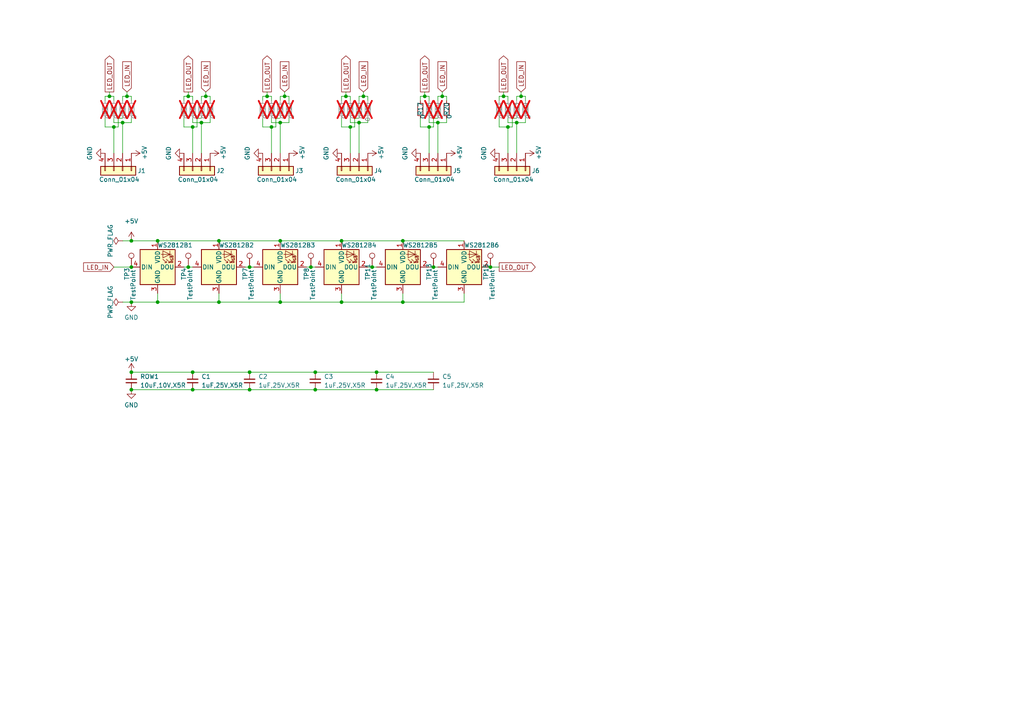
<source format=kicad_sch>
(kicad_sch
	(version 20231120)
	(generator "eeschema")
	(generator_version "8.0")
	(uuid "a5b1a819-78db-47fe-8dd2-845b176dac25")
	(paper "A4")
	(lib_symbols
		(symbol "Connector:TestPoint"
			(pin_numbers hide)
			(pin_names
				(offset 0.762) hide)
			(exclude_from_sim no)
			(in_bom yes)
			(on_board yes)
			(property "Reference" "TP"
				(at 0 6.858 0)
				(effects
					(font
						(size 1.27 1.27)
					)
				)
			)
			(property "Value" "TestPoint"
				(at 0 5.08 0)
				(effects
					(font
						(size 1.27 1.27)
					)
				)
			)
			(property "Footprint" ""
				(at 5.08 0 0)
				(effects
					(font
						(size 1.27 1.27)
					)
					(hide yes)
				)
			)
			(property "Datasheet" "~"
				(at 5.08 0 0)
				(effects
					(font
						(size 1.27 1.27)
					)
					(hide yes)
				)
			)
			(property "Description" "test point"
				(at 0 0 0)
				(effects
					(font
						(size 1.27 1.27)
					)
					(hide yes)
				)
			)
			(property "ki_keywords" "test point tp"
				(at 0 0 0)
				(effects
					(font
						(size 1.27 1.27)
					)
					(hide yes)
				)
			)
			(property "ki_fp_filters" "Pin* Test*"
				(at 0 0 0)
				(effects
					(font
						(size 1.27 1.27)
					)
					(hide yes)
				)
			)
			(symbol "TestPoint_0_1"
				(circle
					(center 0 3.302)
					(radius 0.762)
					(stroke
						(width 0)
						(type default)
					)
					(fill
						(type none)
					)
				)
			)
			(symbol "TestPoint_1_1"
				(pin passive line
					(at 0 0 90)
					(length 2.54)
					(name "1"
						(effects
							(font
								(size 1.27 1.27)
							)
						)
					)
					(number "1"
						(effects
							(font
								(size 1.27 1.27)
							)
						)
					)
				)
			)
		)
		(symbol "Connector_Generic:Conn_01x04"
			(pin_names
				(offset 1.016) hide)
			(exclude_from_sim no)
			(in_bom yes)
			(on_board yes)
			(property "Reference" "J"
				(at 0 5.08 0)
				(effects
					(font
						(size 1.27 1.27)
					)
				)
			)
			(property "Value" "Conn_01x04"
				(at 0 -7.62 0)
				(effects
					(font
						(size 1.27 1.27)
					)
				)
			)
			(property "Footprint" ""
				(at 0 0 0)
				(effects
					(font
						(size 1.27 1.27)
					)
					(hide yes)
				)
			)
			(property "Datasheet" "~"
				(at 0 0 0)
				(effects
					(font
						(size 1.27 1.27)
					)
					(hide yes)
				)
			)
			(property "Description" "Generic connector, single row, 01x04, script generated (kicad-library-utils/schlib/autogen/connector/)"
				(at 0 0 0)
				(effects
					(font
						(size 1.27 1.27)
					)
					(hide yes)
				)
			)
			(property "ki_keywords" "connector"
				(at 0 0 0)
				(effects
					(font
						(size 1.27 1.27)
					)
					(hide yes)
				)
			)
			(property "ki_fp_filters" "Connector*:*_1x??_*"
				(at 0 0 0)
				(effects
					(font
						(size 1.27 1.27)
					)
					(hide yes)
				)
			)
			(symbol "Conn_01x04_1_1"
				(rectangle
					(start -1.27 -4.953)
					(end 0 -5.207)
					(stroke
						(width 0.1524)
						(type default)
					)
					(fill
						(type none)
					)
				)
				(rectangle
					(start -1.27 -2.413)
					(end 0 -2.667)
					(stroke
						(width 0.1524)
						(type default)
					)
					(fill
						(type none)
					)
				)
				(rectangle
					(start -1.27 0.127)
					(end 0 -0.127)
					(stroke
						(width 0.1524)
						(type default)
					)
					(fill
						(type none)
					)
				)
				(rectangle
					(start -1.27 2.667)
					(end 0 2.413)
					(stroke
						(width 0.1524)
						(type default)
					)
					(fill
						(type none)
					)
				)
				(rectangle
					(start -1.27 3.81)
					(end 1.27 -6.35)
					(stroke
						(width 0.254)
						(type default)
					)
					(fill
						(type background)
					)
				)
				(pin passive line
					(at -5.08 2.54 0)
					(length 3.81)
					(name "Pin_1"
						(effects
							(font
								(size 1.27 1.27)
							)
						)
					)
					(number "1"
						(effects
							(font
								(size 1.27 1.27)
							)
						)
					)
				)
				(pin passive line
					(at -5.08 0 0)
					(length 3.81)
					(name "Pin_2"
						(effects
							(font
								(size 1.27 1.27)
							)
						)
					)
					(number "2"
						(effects
							(font
								(size 1.27 1.27)
							)
						)
					)
				)
				(pin passive line
					(at -5.08 -2.54 0)
					(length 3.81)
					(name "Pin_3"
						(effects
							(font
								(size 1.27 1.27)
							)
						)
					)
					(number "3"
						(effects
							(font
								(size 1.27 1.27)
							)
						)
					)
				)
				(pin passive line
					(at -5.08 -5.08 0)
					(length 3.81)
					(name "Pin_4"
						(effects
							(font
								(size 1.27 1.27)
							)
						)
					)
					(number "4"
						(effects
							(font
								(size 1.27 1.27)
							)
						)
					)
				)
			)
		)
		(symbol "__sws_jlpcb:R0"
			(exclude_from_sim no)
			(in_bom yes)
			(on_board yes)
			(property "Reference" "R2"
				(at -2.54 0 90)
				(effects
					(font
						(size 1.27 1.27)
					)
				)
			)
			(property "Value" "R0"
				(at 0 0 90)
				(effects
					(font
						(size 1.27 1.27)
					)
				)
			)
			(property "Footprint" "Resistor_SMD:R_0402_1005Metric"
				(at 0 0 0)
				(effects
					(font
						(size 1.27 1.27)
					)
					(hide yes)
				)
			)
			(property "Datasheet" "https://datasheet.lcsc.com/lcsc/2110251730_UNI-ROYAL-Uniroyal-Elec-0402WGF0000TCE_C17168.pdf"
				(at 0 0 0)
				(effects
					(font
						(size 1.27 1.27)
					)
					(hide yes)
				)
			)
			(property "Description" ""
				(at 0 0 0)
				(effects
					(font
						(size 1.27 1.27)
					)
					(hide yes)
				)
			)
			(property "LCSC" "C17168"
				(at 0 0 0)
				(effects
					(font
						(size 0.0254 0.0254)
					)
					(hide yes)
				)
			)
			(property "MFG" "UNI-ROYAL(Uniroyal Elec)"
				(at 0 0 0)
				(effects
					(font
						(size 0.0254 0.0254)
					)
					(hide yes)
				)
			)
			(property "MFGPN" "0402WGF0000TCE"
				(at 0 0 0)
				(effects
					(font
						(size 0.0254 0.0254)
					)
					(hide yes)
				)
			)
			(property "ki_locked" ""
				(at 0 0 0)
				(effects
					(font
						(size 1.27 1.27)
					)
				)
			)
			(symbol "R0_0_0"
				(rectangle
					(start -0.762 1.778)
					(end 0.762 -1.778)
					(stroke
						(width 0.2032)
						(type default)
					)
					(fill
						(type none)
					)
				)
				(pin passive line
					(at 0 2.54 270)
					(length 0.762)
					(name "~"
						(effects
							(font
								(size 0 0)
							)
						)
					)
					(number "1"
						(effects
							(font
								(size 0 0)
							)
						)
					)
				)
				(pin passive line
					(at 0 -2.54 90)
					(length 0.762)
					(name "~"
						(effects
							(font
								(size 0 0)
							)
						)
					)
					(number "2"
						(effects
							(font
								(size 0 0)
							)
						)
					)
				)
			)
		)
		(symbol "__sws_jlpcb:XL-5050RGBC-WS2812B"
			(pin_names
				(offset 0.254)
			)
			(exclude_from_sim no)
			(in_bom yes)
			(on_board yes)
			(property "Reference" "WS2812B"
				(at 5.08 6.35 0)
				(effects
					(font
						(size 1.27 1.27)
					)
				)
			)
			(property "Value" "XL-5050RGBC-WS2812B"
				(at 20.32 2.54 0)
				(effects
					(font
						(size 1.27 1.27)
					)
				)
			)
			(property "Footprint" "LED_SMD:LED_WS2812B_PLCC4_5.0x5.0mm_P3.2mm"
				(at 1.27 -7.62 0)
				(effects
					(font
						(size 1.27 1.27)
					)
					(justify left top)
					(hide yes)
				)
			)
			(property "Datasheet" "https://jlcpcb.com/partdetail/Xinglight-XL_5050RGBCWS2812B/C2843785"
				(at 2.54 -9.525 0)
				(effects
					(font
						(size 1.27 1.27)
					)
					(justify left top)
					(hide yes)
				)
			)
			(property "Description" "RGB LED with integrated controller"
				(at 0 0 0)
				(effects
					(font
						(size 1.27 1.27)
					)
					(hide yes)
				)
			)
			(property "LCSC" "C2843785"
				(at 12.7 3.81 0)
				(effects
					(font
						(size 1.27 1.27)
					)
					(hide yes)
				)
			)
			(property "ki_keywords" "RGB LED NeoPixel addressable"
				(at 0 0 0)
				(effects
					(font
						(size 1.27 1.27)
					)
					(hide yes)
				)
			)
			(property "ki_fp_filters" "LED*WS2812*PLCC*5.0x5.0mm*P3.2mm*"
				(at 0 0 0)
				(effects
					(font
						(size 1.27 1.27)
					)
					(hide yes)
				)
			)
			(symbol "XL-5050RGBC-WS2812B_0_0"
				(text "RGB"
					(at 2.286 -4.191 0)
					(effects
						(font
							(size 0.762 0.762)
						)
					)
				)
			)
			(symbol "XL-5050RGBC-WS2812B_0_1"
				(polyline
					(pts
						(xy 1.27 -3.556) (xy 1.778 -3.556)
					)
					(stroke
						(width 0)
						(type default)
					)
					(fill
						(type none)
					)
				)
				(polyline
					(pts
						(xy 1.27 -2.54) (xy 1.778 -2.54)
					)
					(stroke
						(width 0)
						(type default)
					)
					(fill
						(type none)
					)
				)
				(polyline
					(pts
						(xy 4.699 -3.556) (xy 2.667 -3.556)
					)
					(stroke
						(width 0)
						(type default)
					)
					(fill
						(type none)
					)
				)
				(polyline
					(pts
						(xy 2.286 -2.54) (xy 1.27 -3.556) (xy 1.27 -3.048)
					)
					(stroke
						(width 0)
						(type default)
					)
					(fill
						(type none)
					)
				)
				(polyline
					(pts
						(xy 2.286 -1.524) (xy 1.27 -2.54) (xy 1.27 -2.032)
					)
					(stroke
						(width 0)
						(type default)
					)
					(fill
						(type none)
					)
				)
				(polyline
					(pts
						(xy 3.683 -1.016) (xy 3.683 -3.556) (xy 3.683 -4.064)
					)
					(stroke
						(width 0)
						(type default)
					)
					(fill
						(type none)
					)
				)
				(polyline
					(pts
						(xy 4.699 -1.524) (xy 2.667 -1.524) (xy 3.683 -3.556) (xy 4.699 -1.524)
					)
					(stroke
						(width 0)
						(type default)
					)
					(fill
						(type none)
					)
				)
				(rectangle
					(start 5.08 5.08)
					(end -5.08 -5.08)
					(stroke
						(width 0.254)
						(type default)
					)
					(fill
						(type background)
					)
				)
			)
			(symbol "XL-5050RGBC-WS2812B_1_1"
				(pin power_in line
					(at 7.62 0 180)
					(length 2.54)
					(name "VDD"
						(effects
							(font
								(size 1.27 1.27)
							)
						)
					)
					(number "1"
						(effects
							(font
								(size 1.27 1.27)
							)
						)
					)
				)
				(pin output line
					(at 0 -7.62 90)
					(length 2.54)
					(name "DOU"
						(effects
							(font
								(size 1.27 1.27)
							)
						)
					)
					(number "2"
						(effects
							(font
								(size 1.27 1.27)
							)
						)
					)
				)
				(pin power_in line
					(at -7.62 0 0)
					(length 2.54)
					(name "GND"
						(effects
							(font
								(size 1.27 1.27)
							)
						)
					)
					(number "3"
						(effects
							(font
								(size 1.27 1.27)
							)
						)
					)
				)
				(pin input line
					(at 0 7.62 270)
					(length 2.54)
					(name "DIN"
						(effects
							(font
								(size 1.27 1.27)
							)
						)
					)
					(number "4"
						(effects
							(font
								(size 1.27 1.27)
							)
						)
					)
				)
			)
		)
		(symbol "__sws_jlpcb:jlcpcb-1uF,25V,X5R"
			(exclude_from_sim no)
			(in_bom yes)
			(on_board yes)
			(property "Reference" "C130"
				(at -1.27 7.62 0)
				(effects
					(font
						(size 1.27 1.27)
					)
					(justify left)
				)
			)
			(property "Value" "jlcpcb-1uF,25V,X5R"
				(at -6.35 5.08 0)
				(effects
					(font
						(size 1.27 1.27)
					)
					(justify left)
				)
			)
			(property "Footprint" "vancouver-skytrain-pcb.pretty:C_0402_1005Metric"
				(at 0 0 0)
				(effects
					(font
						(size 1.27 1.27)
					)
					(hide yes)
				)
			)
			(property "Datasheet" "https://datasheet.lcsc.com/lcsc/1811091611_Samsung-Electro-Mechanics-CL05A105KA5NQNC_C52923.pdf"
				(at 0 0 0)
				(effects
					(font
						(size 1.27 1.27)
					)
					(hide yes)
				)
			)
			(property "Description" ""
				(at 0 0 0)
				(effects
					(font
						(size 1.27 1.27)
					)
					(hide yes)
				)
			)
			(property "LCSC" "C52923"
				(at 0 0 0)
				(effects
					(font
						(size 0.0254 0.0254)
					)
					(hide yes)
				)
			)
			(property "MFG" "Samsung Electro-Mechanics"
				(at 0 0 0)
				(effects
					(font
						(size 0.0254 0.0254)
					)
					(hide yes)
				)
			)
			(property "MFGPN" "CL05A105KA5NQNC"
				(at 0 0 0)
				(effects
					(font
						(size 0.0254 0.0254)
					)
					(hide yes)
				)
			)
			(property "ki_locked" ""
				(at 0 0 0)
				(effects
					(font
						(size 1.27 1.27)
					)
				)
			)
			(symbol "jlcpcb-1uF,25V,X5R_0_0"
				(polyline
					(pts
						(xy -1.524 -0.508) (xy 1.524 -0.508)
					)
					(stroke
						(width 0.3048)
						(type default)
					)
					(fill
						(type none)
					)
				)
				(polyline
					(pts
						(xy -1.524 0.508) (xy 1.524 0.508)
					)
					(stroke
						(width 0.3048)
						(type default)
					)
					(fill
						(type none)
					)
				)
				(pin passive line
					(at 0 2.54 270)
					(length 2.032)
					(name "~"
						(effects
							(font
								(size 0 0)
							)
						)
					)
					(number "1"
						(effects
							(font
								(size 0 0)
							)
						)
					)
				)
				(pin passive line
					(at 0 -2.54 90)
					(length 2.032)
					(name "~"
						(effects
							(font
								(size 0 0)
							)
						)
					)
					(number "2"
						(effects
							(font
								(size 0 0)
							)
						)
					)
				)
			)
		)
		(symbol "power:+5V"
			(power)
			(pin_numbers hide)
			(pin_names
				(offset 0) hide)
			(exclude_from_sim no)
			(in_bom yes)
			(on_board yes)
			(property "Reference" "#PWR"
				(at 0 -3.81 0)
				(effects
					(font
						(size 1.27 1.27)
					)
					(hide yes)
				)
			)
			(property "Value" "+5V"
				(at 0 3.556 0)
				(effects
					(font
						(size 1.27 1.27)
					)
				)
			)
			(property "Footprint" ""
				(at 0 0 0)
				(effects
					(font
						(size 1.27 1.27)
					)
					(hide yes)
				)
			)
			(property "Datasheet" ""
				(at 0 0 0)
				(effects
					(font
						(size 1.27 1.27)
					)
					(hide yes)
				)
			)
			(property "Description" "Power symbol creates a global label with name \"+5V\""
				(at 0 0 0)
				(effects
					(font
						(size 1.27 1.27)
					)
					(hide yes)
				)
			)
			(property "ki_keywords" "global power"
				(at 0 0 0)
				(effects
					(font
						(size 1.27 1.27)
					)
					(hide yes)
				)
			)
			(symbol "+5V_0_1"
				(polyline
					(pts
						(xy -0.762 1.27) (xy 0 2.54)
					)
					(stroke
						(width 0)
						(type default)
					)
					(fill
						(type none)
					)
				)
				(polyline
					(pts
						(xy 0 0) (xy 0 2.54)
					)
					(stroke
						(width 0)
						(type default)
					)
					(fill
						(type none)
					)
				)
				(polyline
					(pts
						(xy 0 2.54) (xy 0.762 1.27)
					)
					(stroke
						(width 0)
						(type default)
					)
					(fill
						(type none)
					)
				)
			)
			(symbol "+5V_1_1"
				(pin power_in line
					(at 0 0 90)
					(length 0)
					(name "~"
						(effects
							(font
								(size 1.27 1.27)
							)
						)
					)
					(number "1"
						(effects
							(font
								(size 1.27 1.27)
							)
						)
					)
				)
			)
		)
		(symbol "power:GND"
			(power)
			(pin_numbers hide)
			(pin_names
				(offset 0) hide)
			(exclude_from_sim no)
			(in_bom yes)
			(on_board yes)
			(property "Reference" "#PWR"
				(at 0 -6.35 0)
				(effects
					(font
						(size 1.27 1.27)
					)
					(hide yes)
				)
			)
			(property "Value" "GND"
				(at 0 -3.81 0)
				(effects
					(font
						(size 1.27 1.27)
					)
				)
			)
			(property "Footprint" ""
				(at 0 0 0)
				(effects
					(font
						(size 1.27 1.27)
					)
					(hide yes)
				)
			)
			(property "Datasheet" ""
				(at 0 0 0)
				(effects
					(font
						(size 1.27 1.27)
					)
					(hide yes)
				)
			)
			(property "Description" "Power symbol creates a global label with name \"GND\" , ground"
				(at 0 0 0)
				(effects
					(font
						(size 1.27 1.27)
					)
					(hide yes)
				)
			)
			(property "ki_keywords" "global power"
				(at 0 0 0)
				(effects
					(font
						(size 1.27 1.27)
					)
					(hide yes)
				)
			)
			(symbol "GND_0_1"
				(polyline
					(pts
						(xy 0 0) (xy 0 -1.27) (xy 1.27 -1.27) (xy 0 -2.54) (xy -1.27 -1.27) (xy 0 -1.27)
					)
					(stroke
						(width 0)
						(type default)
					)
					(fill
						(type none)
					)
				)
			)
			(symbol "GND_1_1"
				(pin power_in line
					(at 0 0 270)
					(length 0)
					(name "~"
						(effects
							(font
								(size 1.27 1.27)
							)
						)
					)
					(number "1"
						(effects
							(font
								(size 1.27 1.27)
							)
						)
					)
				)
			)
		)
		(symbol "power:PWR_FLAG"
			(power)
			(pin_numbers hide)
			(pin_names
				(offset 0) hide)
			(exclude_from_sim no)
			(in_bom yes)
			(on_board yes)
			(property "Reference" "#FLG"
				(at 0 1.905 0)
				(effects
					(font
						(size 1.27 1.27)
					)
					(hide yes)
				)
			)
			(property "Value" "PWR_FLAG"
				(at 0 3.81 0)
				(effects
					(font
						(size 1.27 1.27)
					)
				)
			)
			(property "Footprint" ""
				(at 0 0 0)
				(effects
					(font
						(size 1.27 1.27)
					)
					(hide yes)
				)
			)
			(property "Datasheet" "~"
				(at 0 0 0)
				(effects
					(font
						(size 1.27 1.27)
					)
					(hide yes)
				)
			)
			(property "Description" "Special symbol for telling ERC where power comes from"
				(at 0 0 0)
				(effects
					(font
						(size 1.27 1.27)
					)
					(hide yes)
				)
			)
			(property "ki_keywords" "flag power"
				(at 0 0 0)
				(effects
					(font
						(size 1.27 1.27)
					)
					(hide yes)
				)
			)
			(symbol "PWR_FLAG_0_0"
				(pin power_out line
					(at 0 0 90)
					(length 0)
					(name "~"
						(effects
							(font
								(size 1.27 1.27)
							)
						)
					)
					(number "1"
						(effects
							(font
								(size 1.27 1.27)
							)
						)
					)
				)
			)
			(symbol "PWR_FLAG_0_1"
				(polyline
					(pts
						(xy 0 0) (xy 0 1.27) (xy -1.016 1.905) (xy 0 2.54) (xy 1.016 1.905) (xy 0 1.27)
					)
					(stroke
						(width 0)
						(type default)
					)
					(fill
						(type none)
					)
				)
			)
		)
	)
	(junction
		(at 116.84 87.63)
		(diameter 0)
		(color 0 0 0 0)
		(uuid "075cc26b-166d-4b05-b611-8239c8900073")
	)
	(junction
		(at 82.55 27.94)
		(diameter 0)
		(color 0 0 0 0)
		(uuid "0e661788-ce58-4975-a251-e7619ed6a2fb")
	)
	(junction
		(at 38.1 107.95)
		(diameter 0)
		(color 0 0 0 0)
		(uuid "13be39be-fd9b-4608-8614-efbfac076cb3")
	)
	(junction
		(at 55.88 107.95)
		(diameter 0)
		(color 0 0 0 0)
		(uuid "16a533fa-1115-4ffa-9d08-e7480e44a563")
	)
	(junction
		(at 105.41 27.94)
		(diameter 0)
		(color 0 0 0 0)
		(uuid "1ad096c5-86a3-4f29-a2f2-037da9beb233")
	)
	(junction
		(at 124.46 36.83)
		(diameter 0)
		(color 0 0 0 0)
		(uuid "1f9d2d8f-5b86-4945-9cc1-c32da355489e")
	)
	(junction
		(at 55.88 36.83)
		(diameter 0)
		(color 0 0 0 0)
		(uuid "203c085c-5807-497c-88ec-ae2ff3c1b5be")
	)
	(junction
		(at 72.39 77.47)
		(diameter 0)
		(color 0 0 0 0)
		(uuid "2059ffe7-22c2-4104-9b20-e0e3bb087015")
	)
	(junction
		(at 146.05 27.94)
		(diameter 0)
		(color 0 0 0 0)
		(uuid "2587ba94-7d66-473e-b542-a0a1be00d7a1")
	)
	(junction
		(at 116.84 69.85)
		(diameter 0)
		(color 0 0 0 0)
		(uuid "2928e481-c78a-470e-96e4-628ac7c7acc6")
	)
	(junction
		(at 36.83 27.94)
		(diameter 0)
		(color 0 0 0 0)
		(uuid "2a7ddd8a-62fd-4e64-98d4-03b897c754ce")
	)
	(junction
		(at 91.44 113.03)
		(diameter 0)
		(color 0 0 0 0)
		(uuid "2ce30b38-3ac0-42de-8008-6801d27b8639")
	)
	(junction
		(at 147.32 36.83)
		(diameter 0)
		(color 0 0 0 0)
		(uuid "2d7da5c9-d70a-4555-a613-a0e63b9468e7")
	)
	(junction
		(at 107.95 77.47)
		(diameter 0)
		(color 0 0 0 0)
		(uuid "368a4428-5983-4cbe-b155-6db4984ca29c")
	)
	(junction
		(at 35.56 35.56)
		(diameter 0)
		(color 0 0 0 0)
		(uuid "39aefe8e-35fd-4471-b85c-e14852b72b93")
	)
	(junction
		(at 54.61 77.47)
		(diameter 0)
		(color 0 0 0 0)
		(uuid "4226cd8c-ac5c-4f56-814b-f8669185f217")
	)
	(junction
		(at 78.74 36.83)
		(diameter 0)
		(color 0 0 0 0)
		(uuid "4700eb6a-bf78-4f75-89cd-3b988fddf836")
	)
	(junction
		(at 149.86 35.56)
		(diameter 0)
		(color 0 0 0 0)
		(uuid "4747f4c8-6db5-483a-b372-9f464f5b5a03")
	)
	(junction
		(at 38.1 77.47)
		(diameter 0)
		(color 0 0 0 0)
		(uuid "47b0252d-bc5d-4031-b220-af9b56f8d875")
	)
	(junction
		(at 90.17 77.47)
		(diameter 0)
		(color 0 0 0 0)
		(uuid "4e44d642-ae73-4dca-96f7-15c49fe5904f")
	)
	(junction
		(at 125.73 77.47)
		(diameter 0)
		(color 0 0 0 0)
		(uuid "50888b92-d0e2-4c35-b222-5a13d7be94e4")
	)
	(junction
		(at 109.22 107.95)
		(diameter 0)
		(color 0 0 0 0)
		(uuid "5527dacb-fb9f-4dee-8c4d-6158d527fd40")
	)
	(junction
		(at 72.39 107.95)
		(diameter 0)
		(color 0 0 0 0)
		(uuid "6f116ec9-0335-4e7a-a617-837ffa6aaefc")
	)
	(junction
		(at 58.42 35.56)
		(diameter 0)
		(color 0 0 0 0)
		(uuid "6fff0c05-1f94-4e31-8a6d-59af8bb542b4")
	)
	(junction
		(at 38.1 87.63)
		(diameter 0)
		(color 0 0 0 0)
		(uuid "70bc6903-32cf-47a9-95a8-1ad22725e88c")
	)
	(junction
		(at 101.6 36.83)
		(diameter 0)
		(color 0 0 0 0)
		(uuid "7bb2ba89-9d52-4144-aa31-b274ebb93655")
	)
	(junction
		(at 45.72 87.63)
		(diameter 0)
		(color 0 0 0 0)
		(uuid "809f7a44-f5e6-4627-b93c-384d8c624734")
	)
	(junction
		(at 59.69 27.94)
		(diameter 0)
		(color 0 0 0 0)
		(uuid "80f30fdd-08e0-4373-83b1-a203e9421dcf")
	)
	(junction
		(at 54.61 27.94)
		(diameter 0)
		(color 0 0 0 0)
		(uuid "828602a9-43d1-4396-bd06-0b489696ad94")
	)
	(junction
		(at 38.1 69.85)
		(diameter 0)
		(color 0 0 0 0)
		(uuid "862f617a-c1c2-4b24-9b19-435041b0b7a1")
	)
	(junction
		(at 142.24 77.47)
		(diameter 0)
		(color 0 0 0 0)
		(uuid "866b1c28-603f-440a-8fdc-ffb5d511c883")
	)
	(junction
		(at 127 35.56)
		(diameter 0)
		(color 0 0 0 0)
		(uuid "86e483fd-5162-4166-bfcb-d0eca1bc1c7f")
	)
	(junction
		(at 123.19 27.94)
		(diameter 0)
		(color 0 0 0 0)
		(uuid "87f397c0-cd15-4170-9b55-95e409aeff20")
	)
	(junction
		(at 99.06 69.85)
		(diameter 0)
		(color 0 0 0 0)
		(uuid "916f17c3-4a2d-45c4-8967-0d537d4507a5")
	)
	(junction
		(at 63.5 69.85)
		(diameter 0)
		(color 0 0 0 0)
		(uuid "976a56bc-7b7e-4990-a61c-14d82fc195e2")
	)
	(junction
		(at 81.28 87.63)
		(diameter 0)
		(color 0 0 0 0)
		(uuid "9d97d03a-106b-4afb-a0cc-ae28831f3d9f")
	)
	(junction
		(at 109.22 113.03)
		(diameter 0)
		(color 0 0 0 0)
		(uuid "9ea96d31-5cd5-43fd-a1b4-b845a0268701")
	)
	(junction
		(at 77.47 27.94)
		(diameter 0)
		(color 0 0 0 0)
		(uuid "9fa5756f-5791-4fa3-9e56-dbeab02e4262")
	)
	(junction
		(at 72.39 113.03)
		(diameter 0)
		(color 0 0 0 0)
		(uuid "a7e1b39b-6840-4504-becd-65b4c4ffa9f5")
	)
	(junction
		(at 128.27 27.94)
		(diameter 0)
		(color 0 0 0 0)
		(uuid "ac3471af-3acf-4c98-904f-3802ffee1f84")
	)
	(junction
		(at 100.33 27.94)
		(diameter 0)
		(color 0 0 0 0)
		(uuid "af0f0ae7-1e9c-4591-a1c8-ca7ebbb4828c")
	)
	(junction
		(at 151.13 27.94)
		(diameter 0)
		(color 0 0 0 0)
		(uuid "b965d814-1d4d-4c5a-a2a2-cc033e6ba37b")
	)
	(junction
		(at 63.5 87.63)
		(diameter 0)
		(color 0 0 0 0)
		(uuid "bba26e3b-c8a9-415e-bd36-a0bf13ac50f0")
	)
	(junction
		(at 45.72 69.85)
		(diameter 0)
		(color 0 0 0 0)
		(uuid "c25156b0-c028-4e7b-9d1e-826a77584487")
	)
	(junction
		(at 31.75 27.94)
		(diameter 0)
		(color 0 0 0 0)
		(uuid "c9485c0e-c4c4-45ce-9b68-bb6157b5413b")
	)
	(junction
		(at 91.44 107.95)
		(diameter 0)
		(color 0 0 0 0)
		(uuid "cff68520-4677-4bb7-949b-b92d891b7383")
	)
	(junction
		(at 81.28 69.85)
		(diameter 0)
		(color 0 0 0 0)
		(uuid "d5092eeb-7569-4e88-84ad-e6b16e8d8ce4")
	)
	(junction
		(at 99.06 87.63)
		(diameter 0)
		(color 0 0 0 0)
		(uuid "d53bf64b-1823-4726-89df-0f5a34448fbd")
	)
	(junction
		(at 104.14 35.56)
		(diameter 0)
		(color 0 0 0 0)
		(uuid "d88d92ce-2c0e-45ac-862c-231e0114a2a6")
	)
	(junction
		(at 38.1 113.03)
		(diameter 0)
		(color 0 0 0 0)
		(uuid "dfd10742-799b-41e8-aff0-0d741d491c78")
	)
	(junction
		(at 33.02 36.83)
		(diameter 0)
		(color 0 0 0 0)
		(uuid "e2bf8dc9-fe38-4593-9801-2a8a140e5087")
	)
	(junction
		(at 55.88 113.03)
		(diameter 0)
		(color 0 0 0 0)
		(uuid "eb39cbcb-1db7-4380-a885-6c631d1e8f75")
	)
	(junction
		(at 81.28 35.56)
		(diameter 0)
		(color 0 0 0 0)
		(uuid "f016fda9-c1eb-4484-9607-7b54c9feca84")
	)
	(wire
		(pts
			(xy 53.34 34.29) (xy 53.34 36.83)
		)
		(stroke
			(width 0)
			(type default)
		)
		(uuid "001a391d-515f-4f56-ac0b-e9db5c5a7e0e")
	)
	(wire
		(pts
			(xy 151.13 27.94) (xy 149.86 27.94)
		)
		(stroke
			(width 0)
			(type default)
		)
		(uuid "00825803-b040-49f6-a71b-5bd9311895cd")
	)
	(wire
		(pts
			(xy 55.88 36.83) (xy 55.88 44.45)
		)
		(stroke
			(width 0)
			(type default)
		)
		(uuid "0099b0d6-d10b-4100-bdc7-823950fe73c7")
	)
	(wire
		(pts
			(xy 81.28 35.56) (xy 78.74 35.56)
		)
		(stroke
			(width 0)
			(type default)
		)
		(uuid "01ef313a-36fe-4ee7-9e43-0992c1548631")
	)
	(wire
		(pts
			(xy 58.42 35.56) (xy 58.42 44.45)
		)
		(stroke
			(width 0)
			(type default)
		)
		(uuid "038836ed-2743-4f52-951d-27912b86418b")
	)
	(wire
		(pts
			(xy 101.6 27.94) (xy 101.6 29.21)
		)
		(stroke
			(width 0)
			(type default)
		)
		(uuid "03a6c05f-5556-4bbb-bed0-17ab0a31feda")
	)
	(wire
		(pts
			(xy 34.29 36.83) (xy 33.02 36.83)
		)
		(stroke
			(width 0)
			(type default)
		)
		(uuid "05ce0179-2244-400e-9c4a-616ad343285a")
	)
	(wire
		(pts
			(xy 36.83 27.94) (xy 35.56 27.94)
		)
		(stroke
			(width 0)
			(type default)
		)
		(uuid "06504ce7-04ad-4711-82f0-a1a95ec71c8d")
	)
	(wire
		(pts
			(xy 33.02 35.56) (xy 33.02 34.29)
		)
		(stroke
			(width 0)
			(type default)
		)
		(uuid "06f02348-9749-4788-8bb4-48142002757c")
	)
	(wire
		(pts
			(xy 83.82 35.56) (xy 81.28 35.56)
		)
		(stroke
			(width 0)
			(type default)
		)
		(uuid "07108648-1d4b-42ab-97f7-c95dbeefd18f")
	)
	(wire
		(pts
			(xy 73.66 77.47) (xy 72.39 77.47)
		)
		(stroke
			(width 0)
			(type default)
		)
		(uuid "08e02d71-82ae-4673-b47d-c9ebf881ad17")
	)
	(wire
		(pts
			(xy 123.19 26.67) (xy 123.19 27.94)
		)
		(stroke
			(width 0)
			(type default)
		)
		(uuid "0955de68-4737-4e40-92e4-7ce8d0964079")
	)
	(wire
		(pts
			(xy 82.55 26.67) (xy 82.55 27.94)
		)
		(stroke
			(width 0)
			(type default)
		)
		(uuid "0bb97b0e-c56a-49e3-88a2-9a064c130998")
	)
	(wire
		(pts
			(xy 102.87 36.83) (xy 101.6 36.83)
		)
		(stroke
			(width 0)
			(type default)
		)
		(uuid "0e8133cd-438d-4c05-8e2a-0e7d3d95994c")
	)
	(wire
		(pts
			(xy 142.24 77.47) (xy 139.7 77.47)
		)
		(stroke
			(width 0)
			(type default)
		)
		(uuid "0f8c8dab-7503-4204-9fd0-e29ecc2fb9f2")
	)
	(wire
		(pts
			(xy 124.46 36.83) (xy 124.46 44.45)
		)
		(stroke
			(width 0)
			(type default)
		)
		(uuid "10119ce7-db26-4237-adc4-a2b28548d395")
	)
	(wire
		(pts
			(xy 100.33 27.94) (xy 99.06 27.94)
		)
		(stroke
			(width 0)
			(type default)
		)
		(uuid "1170d682-1b95-4ea3-a309-8e8742ba9b19")
	)
	(wire
		(pts
			(xy 101.6 36.83) (xy 99.06 36.83)
		)
		(stroke
			(width 0)
			(type default)
		)
		(uuid "127b21d6-f683-4942-b7f1-a63c736c8a6a")
	)
	(wire
		(pts
			(xy 83.82 35.56) (xy 83.82 34.29)
		)
		(stroke
			(width 0)
			(type default)
		)
		(uuid "12a15219-7432-4652-9365-aaae4d7eb75f")
	)
	(wire
		(pts
			(xy 127 77.47) (xy 125.73 77.47)
		)
		(stroke
			(width 0)
			(type default)
		)
		(uuid "12cd0a40-90d1-4f27-b5a7-6acaf2884414")
	)
	(wire
		(pts
			(xy 149.86 35.56) (xy 149.86 44.45)
		)
		(stroke
			(width 0)
			(type default)
		)
		(uuid "1359dcdc-a83b-45ca-b5f3-ca5c78961713")
	)
	(wire
		(pts
			(xy 99.06 69.85) (xy 116.84 69.85)
		)
		(stroke
			(width 0)
			(type default)
		)
		(uuid "14ee790d-3b76-4355-a049-d7e1140680ae")
	)
	(wire
		(pts
			(xy 91.44 113.03) (xy 109.22 113.03)
		)
		(stroke
			(width 0)
			(type default)
		)
		(uuid "19c3a8d6-31b6-4d28-b5db-f196c70d8ee5")
	)
	(wire
		(pts
			(xy 30.48 34.29) (xy 30.48 36.83)
		)
		(stroke
			(width 0)
			(type default)
		)
		(uuid "1a47d170-fb30-451f-a201-b9a12746099d")
	)
	(wire
		(pts
			(xy 81.28 87.63) (xy 99.06 87.63)
		)
		(stroke
			(width 0)
			(type default)
		)
		(uuid "1d1eff5e-5dda-4b3d-8dca-a0f0e10a65bb")
	)
	(wire
		(pts
			(xy 38.1 107.95) (xy 55.88 107.95)
		)
		(stroke
			(width 0)
			(type default)
		)
		(uuid "1e999e38-2b07-4d65-98e1-48132daaeaec")
	)
	(wire
		(pts
			(xy 106.68 29.21) (xy 106.68 27.94)
		)
		(stroke
			(width 0)
			(type default)
		)
		(uuid "2086ee1a-cc4b-4ab2-a22c-ff9cd69b1135")
	)
	(wire
		(pts
			(xy 152.4 29.21) (xy 152.4 27.94)
		)
		(stroke
			(width 0)
			(type default)
		)
		(uuid "2190cc6d-7014-4a77-8e5d-bf1ab8d46749")
	)
	(wire
		(pts
			(xy 90.17 77.47) (xy 88.9 77.47)
		)
		(stroke
			(width 0)
			(type default)
		)
		(uuid "23f64d01-7181-4b25-83fa-5ac54459596e")
	)
	(wire
		(pts
			(xy 59.69 27.94) (xy 58.42 27.94)
		)
		(stroke
			(width 0)
			(type default)
		)
		(uuid "2584f227-92d7-4284-9e66-cc18507b2a9a")
	)
	(wire
		(pts
			(xy 134.62 87.63) (xy 134.62 85.09)
		)
		(stroke
			(width 0)
			(type default)
		)
		(uuid "2649f2f6-ff4f-4615-a87f-f97038e05624")
	)
	(wire
		(pts
			(xy 63.5 87.63) (xy 81.28 87.63)
		)
		(stroke
			(width 0)
			(type default)
		)
		(uuid "27f47415-8e41-4b05-9001-9987c00476fa")
	)
	(wire
		(pts
			(xy 127 35.56) (xy 127 44.45)
		)
		(stroke
			(width 0)
			(type default)
		)
		(uuid "2c11d662-d645-4f88-a32d-ccec8117a426")
	)
	(wire
		(pts
			(xy 58.42 34.29) (xy 57.15 34.29)
		)
		(stroke
			(width 0)
			(type default)
		)
		(uuid "2ffb7d69-e2e9-4ae7-9efc-2c757449bdd7")
	)
	(wire
		(pts
			(xy 144.78 34.29) (xy 144.78 36.83)
		)
		(stroke
			(width 0)
			(type default)
		)
		(uuid "3075aed6-ee93-4aa9-b826-81b733bd8c12")
	)
	(wire
		(pts
			(xy 45.72 87.63) (xy 63.5 87.63)
		)
		(stroke
			(width 0)
			(type default)
		)
		(uuid "30bffd7d-8e25-4b01-b60e-487043d44d0c")
	)
	(wire
		(pts
			(xy 106.68 27.94) (xy 105.41 27.94)
		)
		(stroke
			(width 0)
			(type default)
		)
		(uuid "32032701-9feb-44f9-a86d-b88b87e4a209")
	)
	(wire
		(pts
			(xy 35.56 34.29) (xy 34.29 34.29)
		)
		(stroke
			(width 0)
			(type default)
		)
		(uuid "32eb1842-53d3-4314-ac5b-387316a73cdd")
	)
	(wire
		(pts
			(xy 129.54 35.56) (xy 129.54 34.29)
		)
		(stroke
			(width 0)
			(type default)
		)
		(uuid "33510751-1d41-446d-9e0d-0b99deffd3dc")
	)
	(wire
		(pts
			(xy 35.56 87.63) (xy 38.1 87.63)
		)
		(stroke
			(width 0)
			(type default)
		)
		(uuid "35ce8d59-830b-4ee0-b61b-9b607a4d9071")
	)
	(wire
		(pts
			(xy 63.5 69.85) (xy 81.28 69.85)
		)
		(stroke
			(width 0)
			(type default)
		)
		(uuid "3799432b-ce22-44ba-8526-d1c4c7ab7b8a")
	)
	(wire
		(pts
			(xy 152.4 35.56) (xy 152.4 34.29)
		)
		(stroke
			(width 0)
			(type default)
		)
		(uuid "38eb2108-cd13-4695-8440-3924022bb2dd")
	)
	(wire
		(pts
			(xy 129.54 29.21) (xy 129.54 27.94)
		)
		(stroke
			(width 0)
			(type default)
		)
		(uuid "3985dd1c-3638-4ac3-aa4e-cd83fe3c8490")
	)
	(wire
		(pts
			(xy 81.28 87.63) (xy 81.28 85.09)
		)
		(stroke
			(width 0)
			(type default)
		)
		(uuid "3a92cb66-bd4b-4009-98da-a66262979375")
	)
	(wire
		(pts
			(xy 76.2 34.29) (xy 76.2 36.83)
		)
		(stroke
			(width 0)
			(type default)
		)
		(uuid "3af869d9-5f5b-46e4-89a2-d7af7d19bba6")
	)
	(wire
		(pts
			(xy 124.46 27.94) (xy 124.46 29.21)
		)
		(stroke
			(width 0)
			(type default)
		)
		(uuid "4063b30c-9b51-45ce-a725-b91cd4389bb1")
	)
	(wire
		(pts
			(xy 78.74 27.94) (xy 77.47 27.94)
		)
		(stroke
			(width 0)
			(type default)
		)
		(uuid "425a0c3e-1f82-43d3-a32e-1c13baa0659a")
	)
	(wire
		(pts
			(xy 147.32 36.83) (xy 144.78 36.83)
		)
		(stroke
			(width 0)
			(type default)
		)
		(uuid "442bba96-caa4-4b6b-b5f2-3d83672297ea")
	)
	(wire
		(pts
			(xy 57.15 34.29) (xy 57.15 36.83)
		)
		(stroke
			(width 0)
			(type default)
		)
		(uuid "44cd8356-f832-45e5-a273-37a5e8b97620")
	)
	(wire
		(pts
			(xy 35.56 35.56) (xy 33.02 35.56)
		)
		(stroke
			(width 0)
			(type default)
		)
		(uuid "44faff2b-5229-4f99-b2c2-8849ce20d018")
	)
	(wire
		(pts
			(xy 60.96 35.56) (xy 58.42 35.56)
		)
		(stroke
			(width 0)
			(type default)
		)
		(uuid "456dfe58-64ab-414c-8dfc-9970d08a912e")
	)
	(wire
		(pts
			(xy 109.22 113.03) (xy 125.73 113.03)
		)
		(stroke
			(width 0)
			(type default)
		)
		(uuid "46004593-352f-427e-996a-daf127284062")
	)
	(wire
		(pts
			(xy 55.88 35.56) (xy 55.88 34.29)
		)
		(stroke
			(width 0)
			(type default)
		)
		(uuid "478f30d5-1560-4537-b4dc-24070acf8202")
	)
	(wire
		(pts
			(xy 63.5 87.63) (xy 63.5 85.09)
		)
		(stroke
			(width 0)
			(type default)
		)
		(uuid "4901281a-80b6-4f14-87e7-5efa838068b2")
	)
	(wire
		(pts
			(xy 60.96 29.21) (xy 60.96 27.94)
		)
		(stroke
			(width 0)
			(type default)
		)
		(uuid "4bc12e96-e1e9-42f5-96e9-74a484e5df62")
	)
	(wire
		(pts
			(xy 55.88 27.94) (xy 54.61 27.94)
		)
		(stroke
			(width 0)
			(type default)
		)
		(uuid "4c499d9c-d07c-4002-9cce-c7cb52c07e5e")
	)
	(wire
		(pts
			(xy 116.84 69.85) (xy 134.62 69.85)
		)
		(stroke
			(width 0)
			(type default)
		)
		(uuid "4e7976bb-ad28-4a0b-b426-a116622902d8")
	)
	(wire
		(pts
			(xy 99.06 27.94) (xy 99.06 29.21)
		)
		(stroke
			(width 0)
			(type default)
		)
		(uuid "4f4883f5-8211-409d-845d-279403b61f9b")
	)
	(wire
		(pts
			(xy 127 27.94) (xy 127 29.21)
		)
		(stroke
			(width 0)
			(type default)
		)
		(uuid "5178631d-0588-472c-8251-c35d38fd76ca")
	)
	(wire
		(pts
			(xy 116.84 87.63) (xy 134.62 87.63)
		)
		(stroke
			(width 0)
			(type default)
		)
		(uuid "55981dd7-9b84-486d-ac71-788d541f4c04")
	)
	(wire
		(pts
			(xy 30.48 27.94) (xy 30.48 29.21)
		)
		(stroke
			(width 0)
			(type default)
		)
		(uuid "563f515d-7206-4a0a-878b-051827424090")
	)
	(wire
		(pts
			(xy 107.95 77.47) (xy 106.68 77.47)
		)
		(stroke
			(width 0)
			(type default)
		)
		(uuid "5a35fbdb-5781-4e71-8099-1f4e470d7890")
	)
	(wire
		(pts
			(xy 128.27 27.94) (xy 127 27.94)
		)
		(stroke
			(width 0)
			(type default)
		)
		(uuid "5a3bae94-9e15-45c3-96bf-ca571e5b60eb")
	)
	(wire
		(pts
			(xy 148.59 36.83) (xy 147.32 36.83)
		)
		(stroke
			(width 0)
			(type default)
		)
		(uuid "5c05aef8-58ce-4272-aa84-336c43a34cad")
	)
	(wire
		(pts
			(xy 127 35.56) (xy 124.46 35.56)
		)
		(stroke
			(width 0)
			(type default)
		)
		(uuid "5cc0c5f6-f333-40b0-ac4e-fdd329e689df")
	)
	(wire
		(pts
			(xy 151.13 26.67) (xy 151.13 27.94)
		)
		(stroke
			(width 0)
			(type default)
		)
		(uuid "5d2e32ee-ef6f-43a1-8be2-765ecae1258d")
	)
	(wire
		(pts
			(xy 81.28 69.85) (xy 99.06 69.85)
		)
		(stroke
			(width 0)
			(type default)
		)
		(uuid "6018ba13-15e6-4d9e-85d7-c4c4ea3aa8ba")
	)
	(wire
		(pts
			(xy 121.92 34.29) (xy 121.92 36.83)
		)
		(stroke
			(width 0)
			(type default)
		)
		(uuid "622ad091-b951-4465-b2c3-1279a8295dce")
	)
	(wire
		(pts
			(xy 105.41 26.67) (xy 105.41 27.94)
		)
		(stroke
			(width 0)
			(type default)
		)
		(uuid "630a938b-bac4-477f-8ae2-ee37020d41bf")
	)
	(wire
		(pts
			(xy 31.75 27.94) (xy 30.48 27.94)
		)
		(stroke
			(width 0)
			(type default)
		)
		(uuid "63baf065-8587-4b42-aee0-62168270c6ab")
	)
	(wire
		(pts
			(xy 58.42 35.56) (xy 55.88 35.56)
		)
		(stroke
			(width 0)
			(type default)
		)
		(uuid "648dbb08-8155-4435-93a5-9f1999bd4e27")
	)
	(wire
		(pts
			(xy 99.06 87.63) (xy 99.06 85.09)
		)
		(stroke
			(width 0)
			(type default)
		)
		(uuid "654ceb04-41d3-4697-924f-0582a44b4de2")
	)
	(wire
		(pts
			(xy 72.39 113.03) (xy 91.44 113.03)
		)
		(stroke
			(width 0)
			(type default)
		)
		(uuid "66ae6961-9009-48a7-bc46-1f44bf8c3713")
	)
	(wire
		(pts
			(xy 33.02 77.47) (xy 38.1 77.47)
		)
		(stroke
			(width 0)
			(type default)
		)
		(uuid "67f9e46a-3c60-4ce0-9860-4958b83582f8")
	)
	(wire
		(pts
			(xy 129.54 35.56) (xy 127 35.56)
		)
		(stroke
			(width 0)
			(type default)
		)
		(uuid "68476c16-33ae-4a96-ab14-46b3507092ce")
	)
	(wire
		(pts
			(xy 125.73 36.83) (xy 124.46 36.83)
		)
		(stroke
			(width 0)
			(type default)
		)
		(uuid "6aa77a1e-2ab8-4c65-afee-5346010e74a6")
	)
	(wire
		(pts
			(xy 38.1 69.85) (xy 45.72 69.85)
		)
		(stroke
			(width 0)
			(type default)
		)
		(uuid "6aba0780-0dde-4478-99b1-0f6a912be6f5")
	)
	(wire
		(pts
			(xy 58.42 27.94) (xy 58.42 29.21)
		)
		(stroke
			(width 0)
			(type default)
		)
		(uuid "6e888dbe-ab43-4eb2-b1c6-50b4b4aa549d")
	)
	(wire
		(pts
			(xy 104.14 27.94) (xy 104.14 29.21)
		)
		(stroke
			(width 0)
			(type default)
		)
		(uuid "6ecd0c0f-6d69-4d5b-9cf7-b96a78ba5c8b")
	)
	(wire
		(pts
			(xy 77.47 26.67) (xy 77.47 27.94)
		)
		(stroke
			(width 0)
			(type default)
		)
		(uuid "6f5d9434-03a9-4d27-8f80-cf8f5e46361a")
	)
	(wire
		(pts
			(xy 144.78 77.47) (xy 142.24 77.47)
		)
		(stroke
			(width 0)
			(type default)
		)
		(uuid "6fdd4b81-dd8e-4533-a53a-348d60608dd8")
	)
	(wire
		(pts
			(xy 55.88 113.03) (xy 72.39 113.03)
		)
		(stroke
			(width 0)
			(type default)
		)
		(uuid "70cccfbf-a3ec-4313-86d9-94c8f8766798")
	)
	(wire
		(pts
			(xy 54.61 26.67) (xy 54.61 27.94)
		)
		(stroke
			(width 0)
			(type default)
		)
		(uuid "710454bc-04d0-499e-8957-729edc14e7f1")
	)
	(wire
		(pts
			(xy 72.39 77.47) (xy 71.12 77.47)
		)
		(stroke
			(width 0)
			(type default)
		)
		(uuid "72f398ce-f19b-4847-b3e4-5580d04192f4")
	)
	(wire
		(pts
			(xy 55.88 36.83) (xy 53.34 36.83)
		)
		(stroke
			(width 0)
			(type default)
		)
		(uuid "756b8962-523b-4ed0-8ee7-3f71ac5ed5b2")
	)
	(wire
		(pts
			(xy 105.41 27.94) (xy 104.14 27.94)
		)
		(stroke
			(width 0)
			(type default)
		)
		(uuid "76090cf4-c3cb-4133-9189-c049e5082cb1")
	)
	(wire
		(pts
			(xy 38.1 27.94) (xy 36.83 27.94)
		)
		(stroke
			(width 0)
			(type default)
		)
		(uuid "7ac1b4a5-25a5-4ef7-baf1-bf774294461f")
	)
	(wire
		(pts
			(xy 91.44 107.95) (xy 109.22 107.95)
		)
		(stroke
			(width 0)
			(type default)
		)
		(uuid "7f9e3b0a-d0ab-48dc-a69d-c08e7e804d2d")
	)
	(wire
		(pts
			(xy 152.4 35.56) (xy 149.86 35.56)
		)
		(stroke
			(width 0)
			(type default)
		)
		(uuid "7ff674cb-06c5-41b3-a840-9f9996f30c24")
	)
	(wire
		(pts
			(xy 38.1 29.21) (xy 38.1 27.94)
		)
		(stroke
			(width 0)
			(type default)
		)
		(uuid "8051ed34-40be-459f-8469-dd99e8666a6e")
	)
	(wire
		(pts
			(xy 59.69 26.67) (xy 59.69 27.94)
		)
		(stroke
			(width 0)
			(type default)
		)
		(uuid "822f210d-e6f3-420c-9838-b26f6516a341")
	)
	(wire
		(pts
			(xy 128.27 26.67) (xy 128.27 27.94)
		)
		(stroke
			(width 0)
			(type default)
		)
		(uuid "859c51d5-1593-4b09-87d6-9db45c2a9810")
	)
	(wire
		(pts
			(xy 100.33 26.67) (xy 100.33 27.94)
		)
		(stroke
			(width 0)
			(type default)
		)
		(uuid "861d6033-c7b6-4b04-994d-956586399a75")
	)
	(wire
		(pts
			(xy 81.28 35.56) (xy 81.28 44.45)
		)
		(stroke
			(width 0)
			(type default)
		)
		(uuid "86855bcb-4fca-4083-84fd-ff9f93716380")
	)
	(wire
		(pts
			(xy 78.74 36.83) (xy 76.2 36.83)
		)
		(stroke
			(width 0)
			(type default)
		)
		(uuid "87895411-88d8-428f-b0f3-4d4cd5282827")
	)
	(wire
		(pts
			(xy 81.28 27.94) (xy 81.28 29.21)
		)
		(stroke
			(width 0)
			(type default)
		)
		(uuid "8858d121-e0e6-4558-949f-85e044ba9121")
	)
	(wire
		(pts
			(xy 116.84 87.63) (xy 116.84 85.09)
		)
		(stroke
			(width 0)
			(type default)
		)
		(uuid "8918a536-e7d0-4163-b2cb-2fd4e416f5df")
	)
	(wire
		(pts
			(xy 104.14 34.29) (xy 102.87 34.29)
		)
		(stroke
			(width 0)
			(type default)
		)
		(uuid "8a2082f7-b7c1-4a14-baef-492507e18542")
	)
	(wire
		(pts
			(xy 33.02 27.94) (xy 31.75 27.94)
		)
		(stroke
			(width 0)
			(type default)
		)
		(uuid "8b2772a3-3582-410f-9590-126f822f0c16")
	)
	(wire
		(pts
			(xy 54.61 27.94) (xy 53.34 27.94)
		)
		(stroke
			(width 0)
			(type default)
		)
		(uuid "8cc78ba2-86fb-4ddd-94f6-66654193fcdd")
	)
	(wire
		(pts
			(xy 60.96 35.56) (xy 60.96 34.29)
		)
		(stroke
			(width 0)
			(type default)
		)
		(uuid "8dee8ecf-664d-4aab-aa78-1e000bcf0f18")
	)
	(wire
		(pts
			(xy 109.22 77.47) (xy 107.95 77.47)
		)
		(stroke
			(width 0)
			(type default)
		)
		(uuid "8ef34b2b-c75b-40bd-a5a3-72ec7eb8cbcd")
	)
	(wire
		(pts
			(xy 146.05 26.67) (xy 146.05 27.94)
		)
		(stroke
			(width 0)
			(type default)
		)
		(uuid "8f7d962e-8bd8-4669-8e90-3dff5023b79d")
	)
	(wire
		(pts
			(xy 147.32 36.83) (xy 147.32 44.45)
		)
		(stroke
			(width 0)
			(type default)
		)
		(uuid "910f94bd-acfe-4bad-aa4a-911356ef907b")
	)
	(wire
		(pts
			(xy 78.74 35.56) (xy 78.74 34.29)
		)
		(stroke
			(width 0)
			(type default)
		)
		(uuid "93a6aa65-74e4-4671-bcf3-35d9a3931405")
	)
	(wire
		(pts
			(xy 33.02 36.83) (xy 30.48 36.83)
		)
		(stroke
			(width 0)
			(type default)
		)
		(uuid "93ba5077-794f-436d-b3a8-b1dc8ef8489d")
	)
	(wire
		(pts
			(xy 38.1 113.03) (xy 55.88 113.03)
		)
		(stroke
			(width 0)
			(type default)
		)
		(uuid "93ddea15-245f-40f0-b6ea-4717e20cd170")
	)
	(wire
		(pts
			(xy 91.44 77.47) (xy 90.17 77.47)
		)
		(stroke
			(width 0)
			(type default)
		)
		(uuid "949e8bf9-677c-46da-98c6-b3871acc0316")
	)
	(wire
		(pts
			(xy 127 34.29) (xy 125.73 34.29)
		)
		(stroke
			(width 0)
			(type default)
		)
		(uuid "94c03d6a-d409-41f4-8441-98aaf2df17a6")
	)
	(wire
		(pts
			(xy 124.46 36.83) (xy 121.92 36.83)
		)
		(stroke
			(width 0)
			(type default)
		)
		(uuid "9845f4b6-b57f-40ee-af93-b94e4e88c255")
	)
	(wire
		(pts
			(xy 35.56 69.85) (xy 38.1 69.85)
		)
		(stroke
			(width 0)
			(type default)
		)
		(uuid "9b7446ce-339f-4de2-9caa-b7fe88f712fb")
	)
	(wire
		(pts
			(xy 72.39 107.95) (xy 91.44 107.95)
		)
		(stroke
			(width 0)
			(type default)
		)
		(uuid "9bd3119e-a9ee-419b-8535-356cdab84a9e")
	)
	(wire
		(pts
			(xy 147.32 35.56) (xy 147.32 34.29)
		)
		(stroke
			(width 0)
			(type default)
		)
		(uuid "9c665088-5329-4886-8f3b-faff92a4b801")
	)
	(wire
		(pts
			(xy 83.82 29.21) (xy 83.82 27.94)
		)
		(stroke
			(width 0)
			(type default)
		)
		(uuid "a03d8e65-6d7a-4858-93f7-6c63a360cbc4")
	)
	(wire
		(pts
			(xy 38.1 35.56) (xy 35.56 35.56)
		)
		(stroke
			(width 0)
			(type default)
		)
		(uuid "a11bcb4a-25a1-4515-901a-18451316b97b")
	)
	(wire
		(pts
			(xy 125.73 77.47) (xy 124.46 77.47)
		)
		(stroke
			(width 0)
			(type default)
		)
		(uuid "a14a9dfb-a957-4d55-bd9e-a3adbac61b3f")
	)
	(wire
		(pts
			(xy 146.05 27.94) (xy 144.78 27.94)
		)
		(stroke
			(width 0)
			(type default)
		)
		(uuid "a1961e75-2d03-40b7-ab78-17c4da06959a")
	)
	(wire
		(pts
			(xy 104.14 35.56) (xy 101.6 35.56)
		)
		(stroke
			(width 0)
			(type default)
		)
		(uuid "a3ea4ccd-53dc-4e54-8326-7e23b940c233")
	)
	(wire
		(pts
			(xy 76.2 27.94) (xy 76.2 29.21)
		)
		(stroke
			(width 0)
			(type default)
		)
		(uuid "a5b6d2ec-a896-4b81-ad21-b87af8033e69")
	)
	(wire
		(pts
			(xy 38.1 35.56) (xy 38.1 34.29)
		)
		(stroke
			(width 0)
			(type default)
		)
		(uuid "ab6b7270-d255-4dd8-b455-cde80976317e")
	)
	(wire
		(pts
			(xy 149.86 27.94) (xy 149.86 29.21)
		)
		(stroke
			(width 0)
			(type default)
		)
		(uuid "ac9422a9-c85c-4b72-97f2-e5b2aef9b863")
	)
	(wire
		(pts
			(xy 99.06 87.63) (xy 116.84 87.63)
		)
		(stroke
			(width 0)
			(type default)
		)
		(uuid "ac9a4260-c792-4c97-b6ee-953128602e13")
	)
	(wire
		(pts
			(xy 45.72 87.63) (xy 45.72 85.09)
		)
		(stroke
			(width 0)
			(type default)
		)
		(uuid "b0c022e4-f1b3-438a-8f80-8696b672c0a1")
	)
	(wire
		(pts
			(xy 129.54 27.94) (xy 128.27 27.94)
		)
		(stroke
			(width 0)
			(type default)
		)
		(uuid "b0eed552-8e15-4b3d-b45c-278a33efd35e")
	)
	(wire
		(pts
			(xy 31.75 26.67) (xy 31.75 27.94)
		)
		(stroke
			(width 0)
			(type default)
		)
		(uuid "b27400fe-8a35-40a8-865d-137d3bb8cf89")
	)
	(wire
		(pts
			(xy 78.74 36.83) (xy 78.74 44.45)
		)
		(stroke
			(width 0)
			(type default)
		)
		(uuid "b41f1197-b3a8-42fa-ac61-48d77d5b60ae")
	)
	(wire
		(pts
			(xy 102.87 34.29) (xy 102.87 36.83)
		)
		(stroke
			(width 0)
			(type default)
		)
		(uuid "b51c7bca-6d98-4a08-9a52-220d5a15dfe4")
	)
	(wire
		(pts
			(xy 54.61 77.47) (xy 53.34 77.47)
		)
		(stroke
			(width 0)
			(type default)
		)
		(uuid "b66bf10c-b4c7-4bd3-96a2-c14f6bacac40")
	)
	(wire
		(pts
			(xy 106.68 35.56) (xy 104.14 35.56)
		)
		(stroke
			(width 0)
			(type default)
		)
		(uuid "b69a3d21-e3f1-45ca-8dbe-c27a786df88d")
	)
	(wire
		(pts
			(xy 147.32 27.94) (xy 146.05 27.94)
		)
		(stroke
			(width 0)
			(type default)
		)
		(uuid "b82832ff-98c5-4046-89c6-af8309b91081")
	)
	(wire
		(pts
			(xy 36.83 26.67) (xy 36.83 27.94)
		)
		(stroke
			(width 0)
			(type default)
		)
		(uuid "b87ae415-68b4-4e34-881e-793e0cadcfc8")
	)
	(wire
		(pts
			(xy 124.46 35.56) (xy 124.46 34.29)
		)
		(stroke
			(width 0)
			(type default)
		)
		(uuid "c0f8b9c0-36b5-423b-8425-aa5cd83e1de5")
	)
	(wire
		(pts
			(xy 38.1 87.63) (xy 45.72 87.63)
		)
		(stroke
			(width 0)
			(type default)
		)
		(uuid "c3851880-02b6-4dfa-8c75-983a2f680652")
	)
	(wire
		(pts
			(xy 33.02 27.94) (xy 33.02 29.21)
		)
		(stroke
			(width 0)
			(type default)
		)
		(uuid "c5fadabc-b0fb-48c8-8f79-46b5d6ba6cc5")
	)
	(wire
		(pts
			(xy 152.4 27.94) (xy 151.13 27.94)
		)
		(stroke
			(width 0)
			(type default)
		)
		(uuid "c77647f5-d753-48d9-ac57-c24bc0b2441a")
	)
	(wire
		(pts
			(xy 60.96 27.94) (xy 59.69 27.94)
		)
		(stroke
			(width 0)
			(type default)
		)
		(uuid "c89fff78-0099-4761-ba70-78d49448889d")
	)
	(wire
		(pts
			(xy 80.01 36.83) (xy 78.74 36.83)
		)
		(stroke
			(width 0)
			(type default)
		)
		(uuid "cb65333e-aec0-4262-9b29-db11f22445e8")
	)
	(wire
		(pts
			(xy 101.6 36.83) (xy 101.6 44.45)
		)
		(stroke
			(width 0)
			(type default)
		)
		(uuid "cd9b58ed-a3d9-4200-9a37-8ba3be3bd3ea")
	)
	(wire
		(pts
			(xy 55.88 107.95) (xy 72.39 107.95)
		)
		(stroke
			(width 0)
			(type default)
		)
		(uuid "d05afa3e-fb15-4cac-9956-98a49dae7196")
	)
	(wire
		(pts
			(xy 101.6 27.94) (xy 100.33 27.94)
		)
		(stroke
			(width 0)
			(type default)
		)
		(uuid "d0d684fc-9f28-4434-9cf4-80554119fba8")
	)
	(wire
		(pts
			(xy 121.92 27.94) (xy 121.92 29.21)
		)
		(stroke
			(width 0)
			(type default)
		)
		(uuid "d12b4d3b-5e35-4ccd-9413-8175bb34479e")
	)
	(wire
		(pts
			(xy 149.86 34.29) (xy 148.59 34.29)
		)
		(stroke
			(width 0)
			(type default)
		)
		(uuid "d2145b94-adf3-4d69-9c40-e4ffffffc380")
	)
	(wire
		(pts
			(xy 125.73 34.29) (xy 125.73 36.83)
		)
		(stroke
			(width 0)
			(type default)
		)
		(uuid "d2ce369f-0a95-49d9-a184-4c72697515eb")
	)
	(wire
		(pts
			(xy 106.68 35.56) (xy 106.68 34.29)
		)
		(stroke
			(width 0)
			(type default)
		)
		(uuid "dd5ee652-cba9-4dd5-b55c-5b8b746db56a")
	)
	(wire
		(pts
			(xy 35.56 27.94) (xy 35.56 29.21)
		)
		(stroke
			(width 0)
			(type default)
		)
		(uuid "de3987a1-6798-4f00-a9d0-5f963e5da314")
	)
	(wire
		(pts
			(xy 57.15 36.83) (xy 55.88 36.83)
		)
		(stroke
			(width 0)
			(type default)
		)
		(uuid "deb2993e-9e26-4b1b-9aac-7759923e2a2b")
	)
	(wire
		(pts
			(xy 35.56 35.56) (xy 35.56 44.45)
		)
		(stroke
			(width 0)
			(type default)
		)
		(uuid "e0465c24-f0b2-41c4-a905-cecb9ba05b02")
	)
	(wire
		(pts
			(xy 101.6 35.56) (xy 101.6 34.29)
		)
		(stroke
			(width 0)
			(type default)
		)
		(uuid "e12981fd-ea27-417b-b020-f84f131ad9b1")
	)
	(wire
		(pts
			(xy 45.72 69.85) (xy 63.5 69.85)
		)
		(stroke
			(width 0)
			(type default)
		)
		(uuid "e168b1d7-68a0-49cd-b4be-7555910aada7")
	)
	(wire
		(pts
			(xy 149.86 35.56) (xy 147.32 35.56)
		)
		(stroke
			(width 0)
			(type default)
		)
		(uuid "e7c2a2e8-9c94-4602-8cb1-8a02092e3ee9")
	)
	(wire
		(pts
			(xy 33.02 36.83) (xy 33.02 44.45)
		)
		(stroke
			(width 0)
			(type default)
		)
		(uuid "e89e6900-4d3d-41c2-95db-0d5c3f8545fc")
	)
	(wire
		(pts
			(xy 144.78 27.94) (xy 144.78 29.21)
		)
		(stroke
			(width 0)
			(type default)
		)
		(uuid "e94d8789-187b-4f21-b1a2-1300c072a23a")
	)
	(wire
		(pts
			(xy 148.59 34.29) (xy 148.59 36.83)
		)
		(stroke
			(width 0)
			(type default)
		)
		(uuid "eea49453-e3e9-437a-bf24-f60794cb454b")
	)
	(wire
		(pts
			(xy 78.74 27.94) (xy 78.74 29.21)
		)
		(stroke
			(width 0)
			(type default)
		)
		(uuid "f0490d1b-f8d8-4eb1-b4dc-c2f71d4faa1a")
	)
	(wire
		(pts
			(xy 147.32 27.94) (xy 147.32 29.21)
		)
		(stroke
			(width 0)
			(type default)
		)
		(uuid "f0ca7774-a4c9-4151-a6fe-f98849b516f3")
	)
	(wire
		(pts
			(xy 104.14 35.56) (xy 104.14 44.45)
		)
		(stroke
			(width 0)
			(type default)
		)
		(uuid "f1c54574-a081-42dd-8f60-6186d3ff035a")
	)
	(wire
		(pts
			(xy 81.28 34.29) (xy 80.01 34.29)
		)
		(stroke
			(width 0)
			(type default)
		)
		(uuid "f233cb1f-9276-44d2-83bf-ab9f3484bb00")
	)
	(wire
		(pts
			(xy 80.01 34.29) (xy 80.01 36.83)
		)
		(stroke
			(width 0)
			(type default)
		)
		(uuid "f7474624-a78a-4b7d-895e-52b2230b8bc0")
	)
	(wire
		(pts
			(xy 109.22 107.95) (xy 125.73 107.95)
		)
		(stroke
			(width 0)
			(type default)
		)
		(uuid "f7b9823b-65e5-498b-89f0-32d5e374ad7b")
	)
	(wire
		(pts
			(xy 77.47 27.94) (xy 76.2 27.94)
		)
		(stroke
			(width 0)
			(type default)
		)
		(uuid "f7bb6006-58de-4836-a2c0-245bd0d4e262")
	)
	(wire
		(pts
			(xy 55.88 77.47) (xy 54.61 77.47)
		)
		(stroke
			(width 0)
			(type default)
		)
		(uuid "f9535f4a-4725-4c22-a5bb-7fb653c57269")
	)
	(wire
		(pts
			(xy 82.55 27.94) (xy 81.28 27.94)
		)
		(stroke
			(width 0)
			(type default)
		)
		(uuid "fa76c666-46e4-4d4c-a772-5eaa6d5689de")
	)
	(wire
		(pts
			(xy 34.29 34.29) (xy 34.29 36.83)
		)
		(stroke
			(width 0)
			(type default)
		)
		(uuid "fb4c8a90-bc18-4f1f-beee-9fdd8a4f4d2d")
	)
	(wire
		(pts
			(xy 99.06 34.29) (xy 99.06 36.83)
		)
		(stroke
			(width 0)
			(type default)
		)
		(uuid "fbfc4c36-2f67-41ac-a7e0-486cdb5cf3d0")
	)
	(wire
		(pts
			(xy 83.82 27.94) (xy 82.55 27.94)
		)
		(stroke
			(width 0)
			(type default)
		)
		(uuid "fc14389a-7fb6-4921-9cfd-43b90de24394")
	)
	(wire
		(pts
			(xy 123.19 27.94) (xy 121.92 27.94)
		)
		(stroke
			(width 0)
			(type default)
		)
		(uuid "fd1acb45-d10f-4418-9add-2742dbebf2a4")
	)
	(wire
		(pts
			(xy 53.34 27.94) (xy 53.34 29.21)
		)
		(stroke
			(width 0)
			(type default)
		)
		(uuid "fd24b388-b029-47b2-b8c6-dff498663cea")
	)
	(wire
		(pts
			(xy 55.88 27.94) (xy 55.88 29.21)
		)
		(stroke
			(width 0)
			(type default)
		)
		(uuid "fe504be1-70f9-460a-a2a3-bd98b7f29deb")
	)
	(wire
		(pts
			(xy 124.46 27.94) (xy 123.19 27.94)
		)
		(stroke
			(width 0)
			(type default)
		)
		(uuid "fedfa414-d102-457d-bfaf-fda4a6674170")
	)
	(global_label "LED_OUT"
		(shape output)
		(at 123.19 26.67 90)
		(fields_autoplaced yes)
		(effects
			(font
				(size 1.27 1.27)
			)
			(justify left)
		)
		(uuid "05b6b0af-6556-4282-9855-c9b4932bbba6")
		(property "Intersheetrefs" "${INTERSHEET_REFS}"
			(at 123.19 15.6415 90)
			(effects
				(font
					(size 1.27 1.27)
				)
				(justify left)
				(hide yes)
			)
		)
	)
	(global_label "LED_OUT"
		(shape output)
		(at 146.05 26.67 90)
		(fields_autoplaced yes)
		(effects
			(font
				(size 1.27 1.27)
			)
			(justify left)
		)
		(uuid "0e43a014-362a-4234-9fb2-3efe431cca52")
		(property "Intersheetrefs" "${INTERSHEET_REFS}"
			(at 146.05 15.6415 90)
			(effects
				(font
					(size 1.27 1.27)
				)
				(justify left)
				(hide yes)
			)
		)
	)
	(global_label "LED_IN"
		(shape input)
		(at 105.41 26.67 90)
		(fields_autoplaced yes)
		(effects
			(font
				(size 1.27 1.27)
			)
			(justify left)
		)
		(uuid "3a13cc6f-3d40-4a42-aeea-6c3a4ab7643f")
		(property "Intersheetrefs" "${INTERSHEET_REFS}"
			(at 105.41 17.3348 90)
			(effects
				(font
					(size 1.27 1.27)
				)
				(justify left)
				(hide yes)
			)
		)
	)
	(global_label "LED_OUT"
		(shape output)
		(at 54.61 26.67 90)
		(fields_autoplaced yes)
		(effects
			(font
				(size 1.27 1.27)
			)
			(justify left)
		)
		(uuid "771247b9-9715-4351-a7e4-efc8ab45f494")
		(property "Intersheetrefs" "${INTERSHEET_REFS}"
			(at 54.61 15.6415 90)
			(effects
				(font
					(size 1.27 1.27)
				)
				(justify left)
				(hide yes)
			)
		)
	)
	(global_label "LED_IN"
		(shape input)
		(at 128.27 26.67 90)
		(fields_autoplaced yes)
		(effects
			(font
				(size 1.27 1.27)
			)
			(justify left)
		)
		(uuid "9b0fd77f-99ef-4e16-a294-02f8254e4dfd")
		(property "Intersheetrefs" "${INTERSHEET_REFS}"
			(at 128.27 17.3348 90)
			(effects
				(font
					(size 1.27 1.27)
				)
				(justify left)
				(hide yes)
			)
		)
	)
	(global_label "LED_IN"
		(shape input)
		(at 82.55 26.67 90)
		(fields_autoplaced yes)
		(effects
			(font
				(size 1.27 1.27)
			)
			(justify left)
		)
		(uuid "a20b2851-a6ef-4e7f-8e78-b249961c8ae4")
		(property "Intersheetrefs" "${INTERSHEET_REFS}"
			(at 82.55 17.3348 90)
			(effects
				(font
					(size 1.27 1.27)
				)
				(justify left)
				(hide yes)
			)
		)
	)
	(global_label "LED_IN"
		(shape input)
		(at 151.13 26.67 90)
		(fields_autoplaced yes)
		(effects
			(font
				(size 1.27 1.27)
			)
			(justify left)
		)
		(uuid "a26175e3-83ed-4be2-bcca-61b7524bb3d4")
		(property "Intersheetrefs" "${INTERSHEET_REFS}"
			(at 151.13 17.3348 90)
			(effects
				(font
					(size 1.27 1.27)
				)
				(justify left)
				(hide yes)
			)
		)
	)
	(global_label "LED_IN"
		(shape input)
		(at 59.69 26.67 90)
		(fields_autoplaced yes)
		(effects
			(font
				(size 1.27 1.27)
			)
			(justify left)
		)
		(uuid "bcc79db4-beee-4994-a4f5-96412678cb9c")
		(property "Intersheetrefs" "${INTERSHEET_REFS}"
			(at 59.69 17.3348 90)
			(effects
				(font
					(size 1.27 1.27)
				)
				(justify left)
				(hide yes)
			)
		)
	)
	(global_label "LED_OUT"
		(shape output)
		(at 100.33 26.67 90)
		(fields_autoplaced yes)
		(effects
			(font
				(size 1.27 1.27)
			)
			(justify left)
		)
		(uuid "be3f4de2-b8a4-43a0-964f-61dbafe52d66")
		(property "Intersheetrefs" "${INTERSHEET_REFS}"
			(at 100.33 15.6415 90)
			(effects
				(font
					(size 1.27 1.27)
				)
				(justify left)
				(hide yes)
			)
		)
	)
	(global_label "LED_OUT"
		(shape output)
		(at 144.78 77.47 0)
		(fields_autoplaced yes)
		(effects
			(font
				(size 1.27 1.27)
			)
			(justify left)
		)
		(uuid "ccbca985-f99c-4572-a0fb-d5b70d8d76f7")
		(property "Intersheetrefs" "${INTERSHEET_REFS}"
			(at 155.8085 77.47 0)
			(effects
				(font
					(size 1.27 1.27)
				)
				(justify left)
				(hide yes)
			)
		)
	)
	(global_label "LED_IN"
		(shape input)
		(at 36.83 26.67 90)
		(fields_autoplaced yes)
		(effects
			(font
				(size 1.27 1.27)
			)
			(justify left)
		)
		(uuid "d233467e-3e25-4b8a-aa1c-12fb299420a6")
		(property "Intersheetrefs" "${INTERSHEET_REFS}"
			(at 36.83 17.3348 90)
			(effects
				(font
					(size 1.27 1.27)
				)
				(justify left)
				(hide yes)
			)
		)
	)
	(global_label "LED_OUT"
		(shape output)
		(at 31.75 26.67 90)
		(fields_autoplaced yes)
		(effects
			(font
				(size 1.27 1.27)
			)
			(justify left)
		)
		(uuid "d5fec79b-4a5f-4411-9e03-4e8e5680c4ae")
		(property "Intersheetrefs" "${INTERSHEET_REFS}"
			(at 31.75 15.6415 90)
			(effects
				(font
					(size 1.27 1.27)
				)
				(justify left)
				(hide yes)
			)
		)
	)
	(global_label "LED_IN"
		(shape input)
		(at 33.02 77.47 180)
		(fields_autoplaced yes)
		(effects
			(font
				(size 1.27 1.27)
			)
			(justify right)
		)
		(uuid "eac5e83d-3e53-40c5-b44c-b81d56c6c767")
		(property "Intersheetrefs" "${INTERSHEET_REFS}"
			(at 23.6848 77.47 0)
			(effects
				(font
					(size 1.27 1.27)
				)
				(justify right)
				(hide yes)
			)
		)
	)
	(global_label "LED_OUT"
		(shape output)
		(at 77.47 26.67 90)
		(fields_autoplaced yes)
		(effects
			(font
				(size 1.27 1.27)
			)
			(justify left)
		)
		(uuid "fcf5cd60-173e-432f-81fe-9c3ea35dd8dc")
		(property "Intersheetrefs" "${INTERSHEET_REFS}"
			(at 77.47 15.6415 90)
			(effects
				(font
					(size 1.27 1.27)
				)
				(justify left)
				(hide yes)
			)
		)
	)
	(symbol
		(lib_id "__sws_jlpcb:jlcpcb-1uF,25V,X5R")
		(at 109.22 110.49 0)
		(unit 1)
		(exclude_from_sim no)
		(in_bom yes)
		(on_board yes)
		(dnp no)
		(fields_autoplaced yes)
		(uuid "005d6631-09de-41bd-8226-424c717bad60")
		(property "Reference" "C4"
			(at 111.76 109.2199 0)
			(effects
				(font
					(size 1.27 1.27)
				)
				(justify left)
			)
		)
		(property "Value" "1uF,25V,X5R"
			(at 111.76 111.7599 0)
			(effects
				(font
					(size 1.27 1.27)
				)
				(justify left)
			)
		)
		(property "Footprint" "SWS-Library:C_0603_1608Metric"
			(at 109.22 110.49 0)
			(effects
				(font
					(size 1.27 1.27)
				)
				(hide yes)
			)
		)
		(property "Datasheet" "https://datasheet.lcsc.com/lcsc/1811091611_Samsung-Electro-Mechanics-CL05A105KA5NQNC_C52923.pdf"
			(at 109.22 110.49 0)
			(effects
				(font
					(size 1.27 1.27)
				)
				(hide yes)
			)
		)
		(property "Description" ""
			(at 109.22 110.49 0)
			(effects
				(font
					(size 1.27 1.27)
				)
				(hide yes)
			)
		)
		(property "LCSC" "C52923"
			(at 109.22 110.49 0)
			(effects
				(font
					(size 0.0254 0.0254)
				)
				(hide yes)
			)
		)
		(property "MFG" "Samsung Electro-Mechanics"
			(at 109.22 110.49 0)
			(effects
				(font
					(size 0.0254 0.0254)
				)
				(hide yes)
			)
		)
		(property "MFGPN" "CL05A105KA5NQNC"
			(at 109.22 110.49 0)
			(effects
				(font
					(size 0.0254 0.0254)
				)
				(hide yes)
			)
		)
		(pin "2"
			(uuid "62e2880c-12f7-4b36-b901-58cdadc77923")
		)
		(pin "1"
			(uuid "569d317f-6b7e-4e55-9155-2f7be4976b2f")
		)
		(instances
			(project "dodecahedron"
				(path "/a5b1a819-78db-47fe-8dd2-845b176dac25"
					(reference "C4")
					(unit 1)
				)
			)
		)
	)
	(symbol
		(lib_id "Connector:TestPoint")
		(at 125.73 77.47 0)
		(unit 1)
		(exclude_from_sim no)
		(in_bom yes)
		(on_board yes)
		(dnp no)
		(uuid "00db1f2a-e915-4096-a368-5ebed2c40e17")
		(property "Reference" "TP13"
			(at 124.46 81.28 90)
			(effects
				(font
					(size 1.27 1.27)
				)
				(justify left)
			)
		)
		(property "Value" "TestPoint"
			(at 126.238 87.122 90)
			(effects
				(font
					(size 1.27 1.27)
				)
				(justify left)
			)
		)
		(property "Footprint" "SWS-Library:SWS-Testpoint-Bug-SM-2.4mm"
			(at 130.81 77.47 0)
			(effects
				(font
					(size 1.27 1.27)
				)
				(hide yes)
			)
		)
		(property "Datasheet" "~"
			(at 130.81 77.47 0)
			(effects
				(font
					(size 1.27 1.27)
				)
				(hide yes)
			)
		)
		(property "Description" "test point"
			(at 125.73 77.47 0)
			(effects
				(font
					(size 1.27 1.27)
				)
				(hide yes)
			)
		)
		(pin "1"
			(uuid "8b665d5e-3c4d-4dee-a66a-a6eefa480185")
		)
		(instances
			(project "dodecahedron"
				(path "/a5b1a819-78db-47fe-8dd2-845b176dac25"
					(reference "TP13")
					(unit 1)
				)
			)
		)
	)
	(symbol
		(lib_id "__sws_jlpcb:R0")
		(at 101.6 31.75 0)
		(unit 1)
		(exclude_from_sim no)
		(in_bom yes)
		(on_board yes)
		(dnp yes)
		(uuid "02b4ce7e-c697-4a5e-aa7d-5546511e143e")
		(property "Reference" "R14"
			(at 101.6 33.528 90)
			(effects
				(font
					(size 1.27 1.27)
				)
				(justify left)
			)
		)
		(property "Value" "0"
			(at 102.362 34.544 90)
			(effects
				(font
					(size 1.27 1.27)
				)
				(justify left)
			)
		)
		(property "Footprint" "Resistor_SMD:R_0402_1005Metric"
			(at 101.6 31.75 0)
			(effects
				(font
					(size 1.27 1.27)
				)
				(hide yes)
			)
		)
		(property "Datasheet" "https://datasheet.lcsc.com/lcsc/2110251730_UNI-ROYAL-Uniroyal-Elec-0402WGF0000TCE_C17168.pdf"
			(at 101.6 31.75 0)
			(effects
				(font
					(size 1.27 1.27)
				)
				(hide yes)
			)
		)
		(property "Description" ""
			(at 101.6 31.75 0)
			(effects
				(font
					(size 1.27 1.27)
				)
				(hide yes)
			)
		)
		(property "LCSC" "C17168"
			(at 101.6 31.75 0)
			(effects
				(font
					(size 0.0254 0.0254)
				)
				(hide yes)
			)
		)
		(property "MFG" "UNI-ROYAL(Uniroyal Elec)"
			(at 101.6 31.75 0)
			(effects
				(font
					(size 0.0254 0.0254)
				)
				(hide yes)
			)
		)
		(property "MFGPN" "0402WGF0000TCE"
			(at 101.6 31.75 0)
			(effects
				(font
					(size 0.0254 0.0254)
				)
				(hide yes)
			)
		)
		(pin "2"
			(uuid "c9c30284-2277-46ff-bdf6-fae59d829dbd")
		)
		(pin "1"
			(uuid "460ad398-529a-4879-a839-1dd7704231fa")
		)
		(instances
			(project "dodecahedron"
				(path "/a5b1a819-78db-47fe-8dd2-845b176dac25"
					(reference "R14")
					(unit 1)
				)
			)
		)
	)
	(symbol
		(lib_id "Connector_Generic:Conn_01x04")
		(at 149.86 49.53 270)
		(unit 1)
		(exclude_from_sim no)
		(in_bom yes)
		(on_board yes)
		(dnp no)
		(uuid "037489c8-391a-4123-9bcb-3977f1c4e4f8")
		(property "Reference" "J6"
			(at 154.178 49.53 90)
			(effects
				(font
					(size 1.27 1.27)
				)
				(justify left)
			)
		)
		(property "Value" "Conn_01x04"
			(at 143.002 52.07 90)
			(effects
				(font
					(size 1.27 1.27)
				)
				(justify left)
			)
		)
		(property "Footprint" "SWS-Library:dodecahedron_corner"
			(at 149.86 49.53 0)
			(effects
				(font
					(size 1.27 1.27)
				)
				(hide yes)
			)
		)
		(property "Datasheet" "~"
			(at 149.86 49.53 0)
			(effects
				(font
					(size 1.27 1.27)
				)
				(hide yes)
			)
		)
		(property "Description" "Generic connector, single row, 01x04, script generated (kicad-library-utils/schlib/autogen/connector/)"
			(at 149.86 49.53 0)
			(effects
				(font
					(size 1.27 1.27)
				)
				(hide yes)
			)
		)
		(pin "1"
			(uuid "7d1a9661-221f-469f-acf4-39a192622a69")
		)
		(pin "2"
			(uuid "b21e8078-7ee4-49b2-9b9e-77f19426278a")
		)
		(pin "3"
			(uuid "b9cc7347-71c7-4156-9825-b87b617ca282")
		)
		(pin "4"
			(uuid "09bb36b6-31e1-44b2-9274-331c025f1997")
		)
		(instances
			(project "dodecahedron"
				(path "/a5b1a819-78db-47fe-8dd2-845b176dac25"
					(reference "J6")
					(unit 1)
				)
			)
		)
	)
	(symbol
		(lib_id "__sws_jlpcb:XL-5050RGBC-WS2812B")
		(at 45.72 77.47 90)
		(unit 1)
		(exclude_from_sim no)
		(in_bom yes)
		(on_board yes)
		(dnp no)
		(uuid "0a3cce72-e97a-471f-b2c5-3f18fd5d0d6b")
		(property "Reference" "WS2812B1"
			(at 50.8 71.12 90)
			(effects
				(font
					(size 1.27 1.27)
				)
			)
		)
		(property "Value" "XL-5050RGBC-WS2812B"
			(at 46.355 80.01 90)
			(effects
				(font
					(size 1.27 1.27)
				)
				(hide yes)
			)
		)
		(property "Footprint" "LED_SMD:LED_WS2812B_PLCC4_5.0x5.0mm_P3.2mm"
			(at 53.34 76.2 0)
			(effects
				(font
					(size 1.27 1.27)
				)
				(justify left top)
				(hide yes)
			)
		)
		(property "Datasheet" "https://jlcpcb.com/partdetail/Xinglight-XL_5050RGBCWS2812B/C2843785"
			(at 55.245 74.93 0)
			(effects
				(font
					(size 1.27 1.27)
				)
				(justify left top)
				(hide yes)
			)
		)
		(property "Description" "RGB LED with integrated controller"
			(at 45.72 77.47 0)
			(effects
				(font
					(size 1.27 1.27)
				)
				(hide yes)
			)
		)
		(property "LCSC" "C2843785"
			(at 41.91 64.77 0)
			(effects
				(font
					(size 1.27 1.27)
				)
				(hide yes)
			)
		)
		(pin "1"
			(uuid "fa717308-e392-449b-acf9-7b5df346cbb4")
		)
		(pin "2"
			(uuid "8018b98f-40e5-4a5b-8791-f75c515dad70")
		)
		(pin "3"
			(uuid "8a5e3396-1a1b-4471-a598-26b2158fa43e")
		)
		(pin "4"
			(uuid "a2a68289-ad7d-430e-9528-db9f35b216b3")
		)
		(instances
			(project "dodecahedron"
				(path "/a5b1a819-78db-47fe-8dd2-845b176dac25"
					(reference "WS2812B1")
					(unit 1)
				)
			)
		)
	)
	(symbol
		(lib_id "__sws_jlpcb:R0")
		(at 58.42 31.75 0)
		(unit 1)
		(exclude_from_sim no)
		(in_bom yes)
		(on_board yes)
		(dnp yes)
		(uuid "0a4f97cc-1276-4e60-a9cf-64d3667e1bcc")
		(property "Reference" "R7"
			(at 58.42 33.528 90)
			(effects
				(font
					(size 1.27 1.27)
				)
				(justify left)
			)
		)
		(property "Value" "0"
			(at 59.182 34.544 90)
			(effects
				(font
					(size 1.27 1.27)
				)
				(justify left)
			)
		)
		(property "Footprint" "Resistor_SMD:R_0402_1005Metric"
			(at 58.42 31.75 0)
			(effects
				(font
					(size 1.27 1.27)
				)
				(hide yes)
			)
		)
		(property "Datasheet" "https://datasheet.lcsc.com/lcsc/2110251730_UNI-ROYAL-Uniroyal-Elec-0402WGF0000TCE_C17168.pdf"
			(at 58.42 31.75 0)
			(effects
				(font
					(size 1.27 1.27)
				)
				(hide yes)
			)
		)
		(property "Description" ""
			(at 58.42 31.75 0)
			(effects
				(font
					(size 1.27 1.27)
				)
				(hide yes)
			)
		)
		(property "LCSC" "C17168"
			(at 58.42 31.75 0)
			(effects
				(font
					(size 0.0254 0.0254)
				)
				(hide yes)
			)
		)
		(property "MFG" "UNI-ROYAL(Uniroyal Elec)"
			(at 58.42 31.75 0)
			(effects
				(font
					(size 0.0254 0.0254)
				)
				(hide yes)
			)
		)
		(property "MFGPN" "0402WGF0000TCE"
			(at 58.42 31.75 0)
			(effects
				(font
					(size 0.0254 0.0254)
				)
				(hide yes)
			)
		)
		(pin "2"
			(uuid "787fe2df-5d43-45c7-b618-35c6e7f67777")
		)
		(pin "1"
			(uuid "7290b384-875c-4d6d-8a57-166f4e94527c")
		)
		(instances
			(project "dodecahedron"
				(path "/a5b1a819-78db-47fe-8dd2-845b176dac25"
					(reference "R7")
					(unit 1)
				)
			)
		)
	)
	(symbol
		(lib_id "__sws_jlpcb:R0")
		(at 38.1 31.75 0)
		(unit 1)
		(exclude_from_sim no)
		(in_bom yes)
		(on_board yes)
		(dnp yes)
		(uuid "0f92dfae-f90e-4d43-9e35-f0d405639cde")
		(property "Reference" "R4"
			(at 38.1 33.528 90)
			(effects
				(font
					(size 1.27 1.27)
				)
				(justify left)
			)
		)
		(property "Value" "0"
			(at 38.862 34.544 90)
			(effects
				(font
					(size 1.27 1.27)
				)
				(justify left)
			)
		)
		(property "Footprint" "Resistor_SMD:R_0402_1005Metric"
			(at 38.1 31.75 0)
			(effects
				(font
					(size 1.27 1.27)
				)
				(hide yes)
			)
		)
		(property "Datasheet" "https://datasheet.lcsc.com/lcsc/2110251730_UNI-ROYAL-Uniroyal-Elec-0402WGF0000TCE_C17168.pdf"
			(at 38.1 31.75 0)
			(effects
				(font
					(size 1.27 1.27)
				)
				(hide yes)
			)
		)
		(property "Description" ""
			(at 38.1 31.75 0)
			(effects
				(font
					(size 1.27 1.27)
				)
				(hide yes)
			)
		)
		(property "LCSC" "C17168"
			(at 38.1 31.75 0)
			(effects
				(font
					(size 0.0254 0.0254)
				)
				(hide yes)
			)
		)
		(property "MFG" "UNI-ROYAL(Uniroyal Elec)"
			(at 38.1 31.75 0)
			(effects
				(font
					(size 0.0254 0.0254)
				)
				(hide yes)
			)
		)
		(property "MFGPN" "0402WGF0000TCE"
			(at 38.1 31.75 0)
			(effects
				(font
					(size 0.0254 0.0254)
				)
				(hide yes)
			)
		)
		(pin "2"
			(uuid "3c56fbcd-61bc-4b6e-b5bc-53bdb277d527")
		)
		(pin "1"
			(uuid "ef4604f9-57db-49cd-9f1c-6bd3b97aeefc")
		)
		(instances
			(project "dodecahedron"
				(path "/a5b1a819-78db-47fe-8dd2-845b176dac25"
					(reference "R4")
					(unit 1)
				)
			)
		)
	)
	(symbol
		(lib_id "__sws_jlpcb:R0")
		(at 147.32 31.75 0)
		(unit 1)
		(exclude_from_sim no)
		(in_bom yes)
		(on_board yes)
		(dnp yes)
		(uuid "1129467c-2908-48d7-93db-d2ceee6a9355")
		(property "Reference" "R22"
			(at 147.32 33.528 90)
			(effects
				(font
					(size 1.27 1.27)
				)
				(justify left)
			)
		)
		(property "Value" "0"
			(at 148.082 34.544 90)
			(effects
				(font
					(size 1.27 1.27)
				)
				(justify left)
			)
		)
		(property "Footprint" "Resistor_SMD:R_0402_1005Metric"
			(at 147.32 31.75 0)
			(effects
				(font
					(size 1.27 1.27)
				)
				(hide yes)
			)
		)
		(property "Datasheet" "https://datasheet.lcsc.com/lcsc/2110251730_UNI-ROYAL-Uniroyal-Elec-0402WGF0000TCE_C17168.pdf"
			(at 147.32 31.75 0)
			(effects
				(font
					(size 1.27 1.27)
				)
				(hide yes)
			)
		)
		(property "Description" ""
			(at 147.32 31.75 0)
			(effects
				(font
					(size 1.27 1.27)
				)
				(hide yes)
			)
		)
		(property "LCSC" "C17168"
			(at 147.32 31.75 0)
			(effects
				(font
					(size 0.0254 0.0254)
				)
				(hide yes)
			)
		)
		(property "MFG" "UNI-ROYAL(Uniroyal Elec)"
			(at 147.32 31.75 0)
			(effects
				(font
					(size 0.0254 0.0254)
				)
				(hide yes)
			)
		)
		(property "MFGPN" "0402WGF0000TCE"
			(at 147.32 31.75 0)
			(effects
				(font
					(size 0.0254 0.0254)
				)
				(hide yes)
			)
		)
		(pin "2"
			(uuid "a758b2f5-b216-45cf-9d4f-c85811a9c30f")
		)
		(pin "1"
			(uuid "ceca9c37-2910-477c-b2c0-7a8af9804f25")
		)
		(instances
			(project "dodecahedron"
				(path "/a5b1a819-78db-47fe-8dd2-845b176dac25"
					(reference "R22")
					(unit 1)
				)
			)
		)
	)
	(symbol
		(lib_id "__sws_jlpcb:XL-5050RGBC-WS2812B")
		(at 63.5 77.47 90)
		(unit 1)
		(exclude_from_sim no)
		(in_bom yes)
		(on_board yes)
		(dnp no)
		(uuid "112d02c5-e1a2-4202-9029-a9f872dcaa82")
		(property "Reference" "WS2812B2"
			(at 68.58 71.12 90)
			(effects
				(font
					(size 1.27 1.27)
				)
			)
		)
		(property "Value" "XL-5050RGBC-WS2812B"
			(at 64.135 80.01 90)
			(effects
				(font
					(size 1.27 1.27)
				)
				(hide yes)
			)
		)
		(property "Footprint" "LED_SMD:LED_WS2812B_PLCC4_5.0x5.0mm_P3.2mm"
			(at 71.12 76.2 0)
			(effects
				(font
					(size 1.27 1.27)
				)
				(justify left top)
				(hide yes)
			)
		)
		(property "Datasheet" "https://jlcpcb.com/partdetail/Xinglight-XL_5050RGBCWS2812B/C2843785"
			(at 73.025 74.93 0)
			(effects
				(font
					(size 1.27 1.27)
				)
				(justify left top)
				(hide yes)
			)
		)
		(property "Description" "RGB LED with integrated controller"
			(at 63.5 77.47 0)
			(effects
				(font
					(size 1.27 1.27)
				)
				(hide yes)
			)
		)
		(property "LCSC" "C2843785"
			(at 59.69 64.77 0)
			(effects
				(font
					(size 1.27 1.27)
				)
				(hide yes)
			)
		)
		(pin "1"
			(uuid "1c9405d9-106a-494d-a56e-94bf54268dcd")
		)
		(pin "2"
			(uuid "27fccec6-8310-4f50-bc00-36cb0b45891b")
		)
		(pin "3"
			(uuid "a0a7ff40-3c31-4ab8-8452-da351aaeb8d3")
		)
		(pin "4"
			(uuid "656f2df6-2b97-478b-9371-1bec5aaf0de1")
		)
		(instances
			(project "dodecahedron"
				(path "/a5b1a819-78db-47fe-8dd2-845b176dac25"
					(reference "WS2812B2")
					(unit 1)
				)
			)
		)
	)
	(symbol
		(lib_id "__sws_jlpcb:R0")
		(at 53.34 31.75 0)
		(unit 1)
		(exclude_from_sim no)
		(in_bom yes)
		(on_board yes)
		(dnp yes)
		(uuid "159a6a85-ab4c-492a-b46e-94645d1f0b9f")
		(property "Reference" "R5"
			(at 53.34 33.528 90)
			(effects
				(font
					(size 1.27 1.27)
				)
				(justify left)
			)
		)
		(property "Value" "0"
			(at 54.102 34.544 90)
			(effects
				(font
					(size 1.27 1.27)
				)
				(justify left)
			)
		)
		(property "Footprint" "Resistor_SMD:R_0402_1005Metric"
			(at 53.34 31.75 0)
			(effects
				(font
					(size 1.27 1.27)
				)
				(hide yes)
			)
		)
		(property "Datasheet" "https://datasheet.lcsc.com/lcsc/2110251730_UNI-ROYAL-Uniroyal-Elec-0402WGF0000TCE_C17168.pdf"
			(at 53.34 31.75 0)
			(effects
				(font
					(size 1.27 1.27)
				)
				(hide yes)
			)
		)
		(property "Description" ""
			(at 53.34 31.75 0)
			(effects
				(font
					(size 1.27 1.27)
				)
				(hide yes)
			)
		)
		(property "LCSC" "C17168"
			(at 53.34 31.75 0)
			(effects
				(font
					(size 0.0254 0.0254)
				)
				(hide yes)
			)
		)
		(property "MFG" "UNI-ROYAL(Uniroyal Elec)"
			(at 53.34 31.75 0)
			(effects
				(font
					(size 0.0254 0.0254)
				)
				(hide yes)
			)
		)
		(property "MFGPN" "0402WGF0000TCE"
			(at 53.34 31.75 0)
			(effects
				(font
					(size 0.0254 0.0254)
				)
				(hide yes)
			)
		)
		(pin "2"
			(uuid "b2e6c263-270e-427f-afed-5477f336ba5c")
		)
		(pin "1"
			(uuid "dab91f4a-e09f-4acd-a530-fd23591e21b8")
		)
		(instances
			(project "dodecahedron"
				(path "/a5b1a819-78db-47fe-8dd2-845b176dac25"
					(reference "R5")
					(unit 1)
				)
			)
		)
	)
	(symbol
		(lib_id "Connector_Generic:Conn_01x04")
		(at 104.14 49.53 270)
		(unit 1)
		(exclude_from_sim no)
		(in_bom yes)
		(on_board yes)
		(dnp no)
		(uuid "18529b67-6468-4d6e-9a8b-c2dafb88e793")
		(property "Reference" "J4"
			(at 108.458 49.53 90)
			(effects
				(font
					(size 1.27 1.27)
				)
				(justify left)
			)
		)
		(property "Value" "Conn_01x04"
			(at 97.282 52.07 90)
			(effects
				(font
					(size 1.27 1.27)
				)
				(justify left)
			)
		)
		(property "Footprint" "SWS-Library:dodecahedron_corner"
			(at 104.14 49.53 0)
			(effects
				(font
					(size 1.27 1.27)
				)
				(hide yes)
			)
		)
		(property "Datasheet" "~"
			(at 104.14 49.53 0)
			(effects
				(font
					(size 1.27 1.27)
				)
				(hide yes)
			)
		)
		(property "Description" "Generic connector, single row, 01x04, script generated (kicad-library-utils/schlib/autogen/connector/)"
			(at 104.14 49.53 0)
			(effects
				(font
					(size 1.27 1.27)
				)
				(hide yes)
			)
		)
		(pin "1"
			(uuid "9af59f4d-a0a3-499d-8747-e22660cf7eb8")
		)
		(pin "2"
			(uuid "1babe8b4-e7f8-42a1-b7a3-cf04b07b52b1")
		)
		(pin "3"
			(uuid "f991b12c-2b21-4bba-9f14-bae661810199")
		)
		(pin "4"
			(uuid "549c14e4-b94d-4bfc-8ddb-78dda48f89fb")
		)
		(instances
			(project "dodecahedron"
				(path "/a5b1a819-78db-47fe-8dd2-845b176dac25"
					(reference "J4")
					(unit 1)
				)
			)
		)
	)
	(symbol
		(lib_id "__sws_jlpcb:XL-5050RGBC-WS2812B")
		(at 99.06 77.47 90)
		(unit 1)
		(exclude_from_sim no)
		(in_bom yes)
		(on_board yes)
		(dnp no)
		(uuid "21c2910d-1ba1-492b-aa71-0c9f3e016570")
		(property "Reference" "WS2812B4"
			(at 104.14 71.12 90)
			(effects
				(font
					(size 1.27 1.27)
				)
			)
		)
		(property "Value" "XL-5050RGBC-WS2812B"
			(at 99.695 80.01 90)
			(effects
				(font
					(size 1.27 1.27)
				)
				(hide yes)
			)
		)
		(property "Footprint" "LED_SMD:LED_WS2812B_PLCC4_5.0x5.0mm_P3.2mm"
			(at 106.68 76.2 0)
			(effects
				(font
					(size 1.27 1.27)
				)
				(justify left top)
				(hide yes)
			)
		)
		(property "Datasheet" "https://jlcpcb.com/partdetail/Xinglight-XL_5050RGBCWS2812B/C2843785"
			(at 108.585 74.93 0)
			(effects
				(font
					(size 1.27 1.27)
				)
				(justify left top)
				(hide yes)
			)
		)
		(property "Description" "RGB LED with integrated controller"
			(at 99.06 77.47 0)
			(effects
				(font
					(size 1.27 1.27)
				)
				(hide yes)
			)
		)
		(property "LCSC" "C2843785"
			(at 95.25 64.77 0)
			(effects
				(font
					(size 1.27 1.27)
				)
				(hide yes)
			)
		)
		(pin "1"
			(uuid "915f0ee3-07ae-4f9c-ae15-235cc366fc50")
		)
		(pin "2"
			(uuid "71b154a1-f5bc-4b1b-9631-c55bc6348cda")
		)
		(pin "3"
			(uuid "7832bfc9-3a5f-4992-8792-2ca9f3cbfe2d")
		)
		(pin "4"
			(uuid "9f2fb1c7-b9e4-4f0d-a6e8-3caf74a862f2")
		)
		(instances
			(project "dodecahedron"
				(path "/a5b1a819-78db-47fe-8dd2-845b176dac25"
					(reference "WS2812B4")
					(unit 1)
				)
			)
		)
	)
	(symbol
		(lib_id "power:GND")
		(at 38.1 87.63 0)
		(unit 1)
		(exclude_from_sim no)
		(in_bom yes)
		(on_board yes)
		(dnp no)
		(fields_autoplaced yes)
		(uuid "22de1750-c860-4592-bfde-e25af725f213")
		(property "Reference" "#PWR04"
			(at 38.1 93.98 0)
			(effects
				(font
					(size 1.27 1.27)
				)
				(hide yes)
			)
		)
		(property "Value" "GND"
			(at 38.1 92.075 0)
			(effects
				(font
					(size 1.27 1.27)
				)
			)
		)
		(property "Footprint" ""
			(at 38.1 87.63 0)
			(effects
				(font
					(size 1.27 1.27)
				)
				(hide yes)
			)
		)
		(property "Datasheet" ""
			(at 38.1 87.63 0)
			(effects
				(font
					(size 1.27 1.27)
				)
				(hide yes)
			)
		)
		(property "Description" "Power symbol creates a global label with name \"GND\" , ground"
			(at 38.1 87.63 0)
			(effects
				(font
					(size 1.27 1.27)
				)
				(hide yes)
			)
		)
		(pin "1"
			(uuid "00d1f1bf-2c7f-4de5-abee-3bb5f60ddf35")
		)
		(instances
			(project "dodecahedron"
				(path "/a5b1a819-78db-47fe-8dd2-845b176dac25"
					(reference "#PWR04")
					(unit 1)
				)
			)
		)
	)
	(symbol
		(lib_id "__sws_jlpcb:jlcpcb-1uF,25V,X5R")
		(at 38.1 110.49 180)
		(unit 1)
		(exclude_from_sim no)
		(in_bom yes)
		(on_board yes)
		(dnp no)
		(fields_autoplaced yes)
		(uuid "234c0420-e2e4-419b-8d18-d47b14691a1c")
		(property "Reference" "ROW1"
			(at 40.64 109.2199 0)
			(effects
				(font
					(size 1.27 1.27)
				)
				(justify right)
			)
		)
		(property "Value" "10uF,10V,X5R "
			(at 40.64 111.7599 0)
			(effects
				(font
					(size 1.27 1.27)
				)
				(justify right)
			)
		)
		(property "Footprint" "SWS-Library:C_0603_1608Metric"
			(at 38.1 110.49 0)
			(effects
				(font
					(size 1.27 1.27)
				)
				(hide yes)
			)
		)
		(property "Datasheet" "https://datasheet.lcsc.com/lcsc/1811091611_Samsung-Electro-Mechanics-CL05A105KA5NQNC_C52923.pdf"
			(at 38.1 110.49 0)
			(effects
				(font
					(size 1.27 1.27)
				)
				(hide yes)
			)
		)
		(property "Description" ""
			(at 38.1 110.49 0)
			(effects
				(font
					(size 1.27 1.27)
				)
				(hide yes)
			)
		)
		(property "LCSC" "C52923"
			(at 38.1 110.49 0)
			(effects
				(font
					(size 0.0254 0.0254)
				)
				(hide yes)
			)
		)
		(property "MFG" "Samsung Electro-Mechanics"
			(at 38.1 110.49 0)
			(effects
				(font
					(size 0.0254 0.0254)
				)
				(hide yes)
			)
		)
		(property "MFGPN" "CL05A105KA5NQNC"
			(at 38.1 110.49 0)
			(effects
				(font
					(size 0.0254 0.0254)
				)
				(hide yes)
			)
		)
		(pin "1"
			(uuid "c41b9ddc-b17b-496d-ae40-69d70f93fee4")
		)
		(pin "2"
			(uuid "079e1eb2-c748-4780-b71c-79f7c5e901b1")
		)
		(instances
			(project "dodecahedron"
				(path "/a5b1a819-78db-47fe-8dd2-845b176dac25"
					(reference "ROW1")
					(unit 1)
				)
			)
		)
	)
	(symbol
		(lib_id "__sws_jlpcb:R0")
		(at 106.68 31.75 0)
		(unit 1)
		(exclude_from_sim no)
		(in_bom yes)
		(on_board yes)
		(dnp yes)
		(uuid "24374f9b-24b3-492b-8140-970b24fa8080")
		(property "Reference" "R16"
			(at 106.68 33.528 90)
			(effects
				(font
					(size 1.27 1.27)
				)
				(justify left)
			)
		)
		(property "Value" "0"
			(at 106.68 35.306 90)
			(effects
				(font
					(size 1.27 1.27)
				)
				(justify left)
			)
		)
		(property "Footprint" "Resistor_SMD:R_0402_1005Metric"
			(at 106.68 31.75 0)
			(effects
				(font
					(size 1.27 1.27)
				)
				(hide yes)
			)
		)
		(property "Datasheet" "https://datasheet.lcsc.com/lcsc/2110251730_UNI-ROYAL-Uniroyal-Elec-0402WGF0000TCE_C17168.pdf"
			(at 106.68 31.75 0)
			(effects
				(font
					(size 1.27 1.27)
				)
				(hide yes)
			)
		)
		(property "Description" ""
			(at 106.68 31.75 0)
			(effects
				(font
					(size 1.27 1.27)
				)
				(hide yes)
			)
		)
		(property "LCSC" "C17168"
			(at 106.68 31.75 0)
			(effects
				(font
					(size 0.0254 0.0254)
				)
				(hide yes)
			)
		)
		(property "MFG" "UNI-ROYAL(Uniroyal Elec)"
			(at 106.68 31.75 0)
			(effects
				(font
					(size 0.0254 0.0254)
				)
				(hide yes)
			)
		)
		(property "MFGPN" "0402WGF0000TCE"
			(at 106.68 31.75 0)
			(effects
				(font
					(size 0.0254 0.0254)
				)
				(hide yes)
			)
		)
		(pin "2"
			(uuid "7efc037f-5d7b-4b28-9860-f8c535744542")
		)
		(pin "1"
			(uuid "0a251048-52cd-47ac-a3ae-168ed22d0570")
		)
		(instances
			(project "dodecahedron"
				(path "/a5b1a819-78db-47fe-8dd2-845b176dac25"
					(reference "R16")
					(unit 1)
				)
			)
		)
	)
	(symbol
		(lib_id "__sws_jlpcb:R0")
		(at 149.86 31.75 0)
		(unit 1)
		(exclude_from_sim no)
		(in_bom yes)
		(on_board yes)
		(dnp yes)
		(uuid "2469b507-0f4c-4fb1-8903-56cedb95bdac")
		(property "Reference" "R23"
			(at 149.86 33.528 90)
			(effects
				(font
					(size 1.27 1.27)
				)
				(justify left)
			)
		)
		(property "Value" "0"
			(at 150.622 34.544 90)
			(effects
				(font
					(size 1.27 1.27)
				)
				(justify left)
			)
		)
		(property "Footprint" "Resistor_SMD:R_0402_1005Metric"
			(at 149.86 31.75 0)
			(effects
				(font
					(size 1.27 1.27)
				)
				(hide yes)
			)
		)
		(property "Datasheet" "https://datasheet.lcsc.com/lcsc/2110251730_UNI-ROYAL-Uniroyal-Elec-0402WGF0000TCE_C17168.pdf"
			(at 149.86 31.75 0)
			(effects
				(font
					(size 1.27 1.27)
				)
				(hide yes)
			)
		)
		(property "Description" ""
			(at 149.86 31.75 0)
			(effects
				(font
					(size 1.27 1.27)
				)
				(hide yes)
			)
		)
		(property "LCSC" "C17168"
			(at 149.86 31.75 0)
			(effects
				(font
					(size 0.0254 0.0254)
				)
				(hide yes)
			)
		)
		(property "MFG" "UNI-ROYAL(Uniroyal Elec)"
			(at 149.86 31.75 0)
			(effects
				(font
					(size 0.0254 0.0254)
				)
				(hide yes)
			)
		)
		(property "MFGPN" "0402WGF0000TCE"
			(at 149.86 31.75 0)
			(effects
				(font
					(size 0.0254 0.0254)
				)
				(hide yes)
			)
		)
		(pin "2"
			(uuid "c4d63480-1910-493b-8a2c-db40a2b97cda")
		)
		(pin "1"
			(uuid "986095ac-5d07-486a-9428-e4937b01e573")
		)
		(instances
			(project "dodecahedron"
				(path "/a5b1a819-78db-47fe-8dd2-845b176dac25"
					(reference "R23")
					(unit 1)
				)
			)
		)
	)
	(symbol
		(lib_id "power:+5V")
		(at 129.54 44.45 270)
		(unit 1)
		(exclude_from_sim no)
		(in_bom yes)
		(on_board yes)
		(dnp no)
		(uuid "25b54580-1a73-4020-9c6c-4b65f712ccd5")
		(property "Reference" "#PWR014"
			(at 125.73 44.45 0)
			(effects
				(font
					(size 1.27 1.27)
				)
				(hide yes)
			)
		)
		(property "Value" "+5V"
			(at 133.35 46.355 0)
			(effects
				(font
					(size 1.27 1.27)
				)
				(justify right)
			)
		)
		(property "Footprint" ""
			(at 129.54 44.45 0)
			(effects
				(font
					(size 1.27 1.27)
				)
				(hide yes)
			)
		)
		(property "Datasheet" ""
			(at 129.54 44.45 0)
			(effects
				(font
					(size 1.27 1.27)
				)
				(hide yes)
			)
		)
		(property "Description" "Power symbol creates a global label with name \"+5V\""
			(at 129.54 44.45 0)
			(effects
				(font
					(size 1.27 1.27)
				)
				(hide yes)
			)
		)
		(pin "1"
			(uuid "ea59646d-948c-4c83-9bca-6e10d739385a")
		)
		(instances
			(project "dodecahedron"
				(path "/a5b1a819-78db-47fe-8dd2-845b176dac25"
					(reference "#PWR014")
					(unit 1)
				)
			)
		)
	)
	(symbol
		(lib_id "Connector:TestPoint")
		(at 38.1 77.47 0)
		(unit 1)
		(exclude_from_sim no)
		(in_bom yes)
		(on_board yes)
		(dnp no)
		(uuid "2accd921-21e2-45f5-a929-f1a7bcfee0c7")
		(property "Reference" "TP3"
			(at 36.83 81.28 90)
			(effects
				(font
					(size 1.27 1.27)
				)
				(justify left)
			)
		)
		(property "Value" "TestPoint"
			(at 38.608 87.122 90)
			(effects
				(font
					(size 1.27 1.27)
				)
				(justify left)
			)
		)
		(property "Footprint" "SWS-Library:SWS-Testpoint-Bug-SM-2.4mm"
			(at 43.18 77.47 0)
			(effects
				(font
					(size 1.27 1.27)
				)
				(hide yes)
			)
		)
		(property "Datasheet" "~"
			(at 43.18 77.47 0)
			(effects
				(font
					(size 1.27 1.27)
				)
				(hide yes)
			)
		)
		(property "Description" "test point"
			(at 38.1 77.47 0)
			(effects
				(font
					(size 1.27 1.27)
				)
				(hide yes)
			)
		)
		(pin "1"
			(uuid "3268b8a3-2d4c-42f8-8f5c-f0b247e9dbb8")
		)
		(instances
			(project "dodecahedron"
				(path "/a5b1a819-78db-47fe-8dd2-845b176dac25"
					(reference "TP3")
					(unit 1)
				)
			)
		)
	)
	(symbol
		(lib_id "__sws_jlpcb:R0")
		(at 35.56 31.75 0)
		(unit 1)
		(exclude_from_sim no)
		(in_bom yes)
		(on_board yes)
		(dnp yes)
		(uuid "2ca02686-851f-4617-83e8-38f71c82a73d")
		(property "Reference" "R3"
			(at 35.56 33.528 90)
			(effects
				(font
					(size 1.27 1.27)
				)
				(justify left)
			)
		)
		(property "Value" "0"
			(at 36.322 34.544 90)
			(effects
				(font
					(size 1.27 1.27)
				)
				(justify left)
			)
		)
		(property "Footprint" "Resistor_SMD:R_0402_1005Metric"
			(at 35.56 31.75 0)
			(effects
				(font
					(size 1.27 1.27)
				)
				(hide yes)
			)
		)
		(property "Datasheet" "https://datasheet.lcsc.com/lcsc/2110251730_UNI-ROYAL-Uniroyal-Elec-0402WGF0000TCE_C17168.pdf"
			(at 35.56 31.75 0)
			(effects
				(font
					(size 1.27 1.27)
				)
				(hide yes)
			)
		)
		(property "Description" ""
			(at 35.56 31.75 0)
			(effects
				(font
					(size 1.27 1.27)
				)
				(hide yes)
			)
		)
		(property "LCSC" "C17168"
			(at 35.56 31.75 0)
			(effects
				(font
					(size 0.0254 0.0254)
				)
				(hide yes)
			)
		)
		(property "MFG" "UNI-ROYAL(Uniroyal Elec)"
			(at 35.56 31.75 0)
			(effects
				(font
					(size 0.0254 0.0254)
				)
				(hide yes)
			)
		)
		(property "MFGPN" "0402WGF0000TCE"
			(at 35.56 31.75 0)
			(effects
				(font
					(size 0.0254 0.0254)
				)
				(hide yes)
			)
		)
		(pin "2"
			(uuid "f47f779e-3d9d-435f-b44e-c4aa9295d9cd")
		)
		(pin "1"
			(uuid "ba1fdb4d-80e5-4e97-84b3-28e255d44232")
		)
		(instances
			(project "dodecahedron"
				(path "/a5b1a819-78db-47fe-8dd2-845b176dac25"
					(reference "R3")
					(unit 1)
				)
			)
		)
	)
	(symbol
		(lib_id "Connector:TestPoint")
		(at 107.95 77.47 0)
		(unit 1)
		(exclude_from_sim no)
		(in_bom yes)
		(on_board yes)
		(dnp no)
		(uuid "3471782b-cdb4-48ea-8c2a-47fe6369cd8f")
		(property "Reference" "TP11"
			(at 106.68 81.28 90)
			(effects
				(font
					(size 1.27 1.27)
				)
				(justify left)
			)
		)
		(property "Value" "TestPoint"
			(at 108.458 87.122 90)
			(effects
				(font
					(size 1.27 1.27)
				)
				(justify left)
			)
		)
		(property "Footprint" "SWS-Library:SWS-Testpoint-Bug-SM-2.4mm"
			(at 113.03 77.47 0)
			(effects
				(font
					(size 1.27 1.27)
				)
				(hide yes)
			)
		)
		(property "Datasheet" "~"
			(at 113.03 77.47 0)
			(effects
				(font
					(size 1.27 1.27)
				)
				(hide yes)
			)
		)
		(property "Description" "test point"
			(at 107.95 77.47 0)
			(effects
				(font
					(size 1.27 1.27)
				)
				(hide yes)
			)
		)
		(pin "1"
			(uuid "a1bc6f2b-4a25-4557-8f5e-0b2ccd78214a")
		)
		(instances
			(project "dodecahedron"
				(path "/a5b1a819-78db-47fe-8dd2-845b176dac25"
					(reference "TP11")
					(unit 1)
				)
			)
		)
	)
	(symbol
		(lib_id "__sws_jlpcb:R0")
		(at 99.06 31.75 0)
		(unit 1)
		(exclude_from_sim no)
		(in_bom yes)
		(on_board yes)
		(dnp yes)
		(uuid "3c6785b4-f4d0-41d2-a78c-b4fee45df3da")
		(property "Reference" "R13"
			(at 99.06 33.528 90)
			(effects
				(font
					(size 1.27 1.27)
				)
				(justify left)
			)
		)
		(property "Value" "0"
			(at 99.822 34.544 90)
			(effects
				(font
					(size 1.27 1.27)
				)
				(justify left)
			)
		)
		(property "Footprint" "Resistor_SMD:R_0402_1005Metric"
			(at 99.06 31.75 0)
			(effects
				(font
					(size 1.27 1.27)
				)
				(hide yes)
			)
		)
		(property "Datasheet" "https://datasheet.lcsc.com/lcsc/2110251730_UNI-ROYAL-Uniroyal-Elec-0402WGF0000TCE_C17168.pdf"
			(at 99.06 31.75 0)
			(effects
				(font
					(size 1.27 1.27)
				)
				(hide yes)
			)
		)
		(property "Description" ""
			(at 99.06 31.75 0)
			(effects
				(font
					(size 1.27 1.27)
				)
				(hide yes)
			)
		)
		(property "LCSC" "C17168"
			(at 99.06 31.75 0)
			(effects
				(font
					(size 0.0254 0.0254)
				)
				(hide yes)
			)
		)
		(property "MFG" "UNI-ROYAL(Uniroyal Elec)"
			(at 99.06 31.75 0)
			(effects
				(font
					(size 0.0254 0.0254)
				)
				(hide yes)
			)
		)
		(property "MFGPN" "0402WGF0000TCE"
			(at 99.06 31.75 0)
			(effects
				(font
					(size 0.0254 0.0254)
				)
				(hide yes)
			)
		)
		(pin "2"
			(uuid "715e141f-d8f9-4567-b147-0a1c4f07d963")
		)
		(pin "1"
			(uuid "03c9ffcc-34d9-474d-9d08-2e9ef178c82b")
		)
		(instances
			(project "dodecahedron"
				(path "/a5b1a819-78db-47fe-8dd2-845b176dac25"
					(reference "R13")
					(unit 1)
				)
			)
		)
	)
	(symbol
		(lib_id "power:GND")
		(at 30.48 44.45 270)
		(unit 1)
		(exclude_from_sim no)
		(in_bom yes)
		(on_board yes)
		(dnp no)
		(fields_autoplaced yes)
		(uuid "3dccf07a-8ed4-4cf8-87da-50aa0ccd9e45")
		(property "Reference" "#PWR01"
			(at 24.13 44.45 0)
			(effects
				(font
					(size 1.27 1.27)
				)
				(hide yes)
			)
		)
		(property "Value" "GND"
			(at 26.035 44.45 0)
			(effects
				(font
					(size 1.27 1.27)
				)
			)
		)
		(property "Footprint" ""
			(at 30.48 44.45 0)
			(effects
				(font
					(size 1.27 1.27)
				)
				(hide yes)
			)
		)
		(property "Datasheet" ""
			(at 30.48 44.45 0)
			(effects
				(font
					(size 1.27 1.27)
				)
				(hide yes)
			)
		)
		(property "Description" "Power symbol creates a global label with name \"GND\" , ground"
			(at 30.48 44.45 0)
			(effects
				(font
					(size 1.27 1.27)
				)
				(hide yes)
			)
		)
		(pin "1"
			(uuid "b1a8b8ca-2136-4f2f-b8d9-8d473358b729")
		)
		(instances
			(project "dodecahedron"
				(path "/a5b1a819-78db-47fe-8dd2-845b176dac25"
					(reference "#PWR01")
					(unit 1)
				)
			)
		)
	)
	(symbol
		(lib_id "Connector_Generic:Conn_01x04")
		(at 127 49.53 270)
		(unit 1)
		(exclude_from_sim no)
		(in_bom yes)
		(on_board yes)
		(dnp no)
		(uuid "40276a02-07b6-4fb7-b7a9-3fd9006edf1d")
		(property "Reference" "J5"
			(at 131.318 49.53 90)
			(effects
				(font
					(size 1.27 1.27)
				)
				(justify left)
			)
		)
		(property "Value" "Conn_01x04"
			(at 120.142 52.07 90)
			(effects
				(font
					(size 1.27 1.27)
				)
				(justify left)
			)
		)
		(property "Footprint" "SWS-Library:dodecahedron_corner"
			(at 127 49.53 0)
			(effects
				(font
					(size 1.27 1.27)
				)
				(hide yes)
			)
		)
		(property "Datasheet" "~"
			(at 127 49.53 0)
			(effects
				(font
					(size 1.27 1.27)
				)
				(hide yes)
			)
		)
		(property "Description" "Generic connector, single row, 01x04, script generated (kicad-library-utils/schlib/autogen/connector/)"
			(at 127 49.53 0)
			(effects
				(font
					(size 1.27 1.27)
				)
				(hide yes)
			)
		)
		(pin "1"
			(uuid "add070c5-28f9-493d-9cde-0ff99a0dcd14")
		)
		(pin "2"
			(uuid "a7b1d53c-50fd-4b14-af2a-98898f275326")
		)
		(pin "3"
			(uuid "67675a03-6b63-495e-8a5f-b2aea3b39e14")
		)
		(pin "4"
			(uuid "e236afcb-a449-45fb-ae91-03099705ee3d")
		)
		(instances
			(project "dodecahedron"
				(path "/a5b1a819-78db-47fe-8dd2-845b176dac25"
					(reference "J5")
					(unit 1)
				)
			)
		)
	)
	(symbol
		(lib_id "__sws_jlpcb:R0")
		(at 83.82 31.75 0)
		(unit 1)
		(exclude_from_sim no)
		(in_bom yes)
		(on_board yes)
		(dnp yes)
		(uuid "459f2d42-bbb8-44ea-a681-b1cd81e46e06")
		(property "Reference" "R12"
			(at 83.82 33.528 90)
			(effects
				(font
					(size 1.27 1.27)
				)
				(justify left)
			)
		)
		(property "Value" "0"
			(at 84.582 34.544 90)
			(effects
				(font
					(size 1.27 1.27)
				)
				(justify left)
			)
		)
		(property "Footprint" "Resistor_SMD:R_0402_1005Metric"
			(at 83.82 31.75 0)
			(effects
				(font
					(size 1.27 1.27)
				)
				(hide yes)
			)
		)
		(property "Datasheet" "https://datasheet.lcsc.com/lcsc/2110251730_UNI-ROYAL-Uniroyal-Elec-0402WGF0000TCE_C17168.pdf"
			(at 83.82 31.75 0)
			(effects
				(font
					(size 1.27 1.27)
				)
				(hide yes)
			)
		)
		(property "Description" ""
			(at 83.82 31.75 0)
			(effects
				(font
					(size 1.27 1.27)
				)
				(hide yes)
			)
		)
		(property "LCSC" "C17168"
			(at 83.82 31.75 0)
			(effects
				(font
					(size 0.0254 0.0254)
				)
				(hide yes)
			)
		)
		(property "MFG" "UNI-ROYAL(Uniroyal Elec)"
			(at 83.82 31.75 0)
			(effects
				(font
					(size 0.0254 0.0254)
				)
				(hide yes)
			)
		)
		(property "MFGPN" "0402WGF0000TCE"
			(at 83.82 31.75 0)
			(effects
				(font
					(size 0.0254 0.0254)
				)
				(hide yes)
			)
		)
		(pin "2"
			(uuid "9526b831-3023-4d54-a68f-554f8fe682a8")
		)
		(pin "1"
			(uuid "0c788d8e-15d7-4933-9f5d-313cb0e69a83")
		)
		(instances
			(project "dodecahedron"
				(path "/a5b1a819-78db-47fe-8dd2-845b176dac25"
					(reference "R12")
					(unit 1)
				)
			)
		)
	)
	(symbol
		(lib_id "Connector:TestPoint")
		(at 72.39 77.47 0)
		(unit 1)
		(exclude_from_sim no)
		(in_bom yes)
		(on_board yes)
		(dnp no)
		(uuid "45cea279-7cb8-4a01-b7e4-ec954f63610e")
		(property "Reference" "TP7"
			(at 71.12 81.28 90)
			(effects
				(font
					(size 1.27 1.27)
				)
				(justify left)
			)
		)
		(property "Value" "TestPoint"
			(at 72.898 87.122 90)
			(effects
				(font
					(size 1.27 1.27)
				)
				(justify left)
			)
		)
		(property "Footprint" "SWS-Library:SWS-Testpoint-Bug-SM-2.4mm"
			(at 77.47 77.47 0)
			(effects
				(font
					(size 1.27 1.27)
				)
				(hide yes)
			)
		)
		(property "Datasheet" "~"
			(at 77.47 77.47 0)
			(effects
				(font
					(size 1.27 1.27)
				)
				(hide yes)
			)
		)
		(property "Description" "test point"
			(at 72.39 77.47 0)
			(effects
				(font
					(size 1.27 1.27)
				)
				(hide yes)
			)
		)
		(pin "1"
			(uuid "ffe2fc9e-2afe-414a-8504-11911d24c5ec")
		)
		(instances
			(project "dodecahedron"
				(path "/a5b1a819-78db-47fe-8dd2-845b176dac25"
					(reference "TP7")
					(unit 1)
				)
			)
		)
	)
	(symbol
		(lib_id "__sws_jlpcb:R0")
		(at 33.02 31.75 0)
		(unit 1)
		(exclude_from_sim no)
		(in_bom yes)
		(on_board yes)
		(dnp yes)
		(uuid "4872ca63-7e63-4a2f-959d-83640a25196c")
		(property "Reference" "R2"
			(at 33.02 33.528 90)
			(effects
				(font
					(size 1.27 1.27)
				)
				(justify left)
			)
		)
		(property "Value" "0"
			(at 33.782 34.544 90)
			(effects
				(font
					(size 1.27 1.27)
				)
				(justify left)
			)
		)
		(property "Footprint" "Resistor_SMD:R_0402_1005Metric"
			(at 33.02 31.75 0)
			(effects
				(font
					(size 1.27 1.27)
				)
				(hide yes)
			)
		)
		(property "Datasheet" "https://datasheet.lcsc.com/lcsc/2110251730_UNI-ROYAL-Uniroyal-Elec-0402WGF0000TCE_C17168.pdf"
			(at 33.02 31.75 0)
			(effects
				(font
					(size 1.27 1.27)
				)
				(hide yes)
			)
		)
		(property "Description" ""
			(at 33.02 31.75 0)
			(effects
				(font
					(size 1.27 1.27)
				)
				(hide yes)
			)
		)
		(property "LCSC" "C17168"
			(at 33.02 31.75 0)
			(effects
				(font
					(size 0.0254 0.0254)
				)
				(hide yes)
			)
		)
		(property "MFG" "UNI-ROYAL(Uniroyal Elec)"
			(at 33.02 31.75 0)
			(effects
				(font
					(size 0.0254 0.0254)
				)
				(hide yes)
			)
		)
		(property "MFGPN" "0402WGF0000TCE"
			(at 33.02 31.75 0)
			(effects
				(font
					(size 0.0254 0.0254)
				)
				(hide yes)
			)
		)
		(pin "2"
			(uuid "5d4a2560-ccb3-4b7f-b22e-ab2f1c3e7a6c")
		)
		(pin "1"
			(uuid "6343e13b-c959-442c-b207-1587f470ebff")
		)
		(instances
			(project "dodecahedron"
				(path "/a5b1a819-78db-47fe-8dd2-845b176dac25"
					(reference "R2")
					(unit 1)
				)
			)
		)
	)
	(symbol
		(lib_id "__sws_jlpcb:R0")
		(at 30.48 31.75 0)
		(unit 1)
		(exclude_from_sim no)
		(in_bom yes)
		(on_board yes)
		(dnp yes)
		(uuid "48e29111-7ffc-4ae0-ae17-90baeaf10492")
		(property "Reference" "R1"
			(at 30.48 33.528 90)
			(effects
				(font
					(size 1.27 1.27)
				)
				(justify left)
			)
		)
		(property "Value" "0"
			(at 31.242 34.544 90)
			(effects
				(font
					(size 1.27 1.27)
				)
				(justify left)
			)
		)
		(property "Footprint" "Resistor_SMD:R_0402_1005Metric"
			(at 30.48 31.75 0)
			(effects
				(font
					(size 1.27 1.27)
				)
				(hide yes)
			)
		)
		(property "Datasheet" "https://datasheet.lcsc.com/lcsc/2110251730_UNI-ROYAL-Uniroyal-Elec-0402WGF0000TCE_C17168.pdf"
			(at 30.48 31.75 0)
			(effects
				(font
					(size 1.27 1.27)
				)
				(hide yes)
			)
		)
		(property "Description" ""
			(at 30.48 31.75 0)
			(effects
				(font
					(size 1.27 1.27)
				)
				(hide yes)
			)
		)
		(property "LCSC" "C17168"
			(at 30.48 31.75 0)
			(effects
				(font
					(size 0.0254 0.0254)
				)
				(hide yes)
			)
		)
		(property "MFG" "UNI-ROYAL(Uniroyal Elec)"
			(at 30.48 31.75 0)
			(effects
				(font
					(size 0.0254 0.0254)
				)
				(hide yes)
			)
		)
		(property "MFGPN" "0402WGF0000TCE"
			(at 30.48 31.75 0)
			(effects
				(font
					(size 0.0254 0.0254)
				)
				(hide yes)
			)
		)
		(pin "2"
			(uuid "7cb3b120-1e34-437c-9027-38a190d51f1e")
		)
		(pin "1"
			(uuid "ffe4484f-93b1-4831-aeec-c0bbe6465cb8")
		)
		(instances
			(project "dodecahedron"
				(path "/a5b1a819-78db-47fe-8dd2-845b176dac25"
					(reference "R1")
					(unit 1)
				)
			)
		)
	)
	(symbol
		(lib_id "__sws_jlpcb:jlcpcb-1uF,25V,X5R")
		(at 55.88 110.49 0)
		(unit 1)
		(exclude_from_sim no)
		(in_bom yes)
		(on_board yes)
		(dnp no)
		(fields_autoplaced yes)
		(uuid "4c07be6a-804a-4489-a2c0-d7f77f802911")
		(property "Reference" "C1"
			(at 58.42 109.2199 0)
			(effects
				(font
					(size 1.27 1.27)
				)
				(justify left)
			)
		)
		(property "Value" "1uF,25V,X5R"
			(at 58.42 111.7599 0)
			(effects
				(font
					(size 1.27 1.27)
				)
				(justify left)
			)
		)
		(property "Footprint" "SWS-Library:C_0603_1608Metric"
			(at 55.88 110.49 0)
			(effects
				(font
					(size 1.27 1.27)
				)
				(hide yes)
			)
		)
		(property "Datasheet" "https://datasheet.lcsc.com/lcsc/1811091611_Samsung-Electro-Mechanics-CL05A105KA5NQNC_C52923.pdf"
			(at 55.88 110.49 0)
			(effects
				(font
					(size 1.27 1.27)
				)
				(hide yes)
			)
		)
		(property "Description" ""
			(at 55.88 110.49 0)
			(effects
				(font
					(size 1.27 1.27)
				)
				(hide yes)
			)
		)
		(property "LCSC" "C52923"
			(at 55.88 110.49 0)
			(effects
				(font
					(size 0.0254 0.0254)
				)
				(hide yes)
			)
		)
		(property "MFG" "Samsung Electro-Mechanics"
			(at 55.88 110.49 0)
			(effects
				(font
					(size 0.0254 0.0254)
				)
				(hide yes)
			)
		)
		(property "MFGPN" "CL05A105KA5NQNC"
			(at 55.88 110.49 0)
			(effects
				(font
					(size 0.0254 0.0254)
				)
				(hide yes)
			)
		)
		(pin "2"
			(uuid "c9703823-1ff3-473f-8bc6-fd09d013e38d")
		)
		(pin "1"
			(uuid "a63f02b1-c832-45ba-87bb-d86560299261")
		)
		(instances
			(project "dodecahedron"
				(path "/a5b1a819-78db-47fe-8dd2-845b176dac25"
					(reference "C1")
					(unit 1)
				)
			)
		)
	)
	(symbol
		(lib_id "power:+5V")
		(at 106.68 44.45 270)
		(unit 1)
		(exclude_from_sim no)
		(in_bom yes)
		(on_board yes)
		(dnp no)
		(uuid "56726ebf-d389-4369-b0ab-4c4ef667633d")
		(property "Reference" "#PWR012"
			(at 102.87 44.45 0)
			(effects
				(font
					(size 1.27 1.27)
				)
				(hide yes)
			)
		)
		(property "Value" "+5V"
			(at 110.49 46.355 0)
			(effects
				(font
					(size 1.27 1.27)
				)
				(justify right)
			)
		)
		(property "Footprint" ""
			(at 106.68 44.45 0)
			(effects
				(font
					(size 1.27 1.27)
				)
				(hide yes)
			)
		)
		(property "Datasheet" ""
			(at 106.68 44.45 0)
			(effects
				(font
					(size 1.27 1.27)
				)
				(hide yes)
			)
		)
		(property "Description" "Power symbol creates a global label with name \"+5V\""
			(at 106.68 44.45 0)
			(effects
				(font
					(size 1.27 1.27)
				)
				(hide yes)
			)
		)
		(pin "1"
			(uuid "1dd6574f-f41c-4193-acc4-c5f2e17880a0")
		)
		(instances
			(project "dodecahedron"
				(path "/a5b1a819-78db-47fe-8dd2-845b176dac25"
					(reference "#PWR012")
					(unit 1)
				)
			)
		)
	)
	(symbol
		(lib_id "__sws_jlpcb:R0")
		(at 124.46 31.75 0)
		(unit 1)
		(exclude_from_sim no)
		(in_bom yes)
		(on_board yes)
		(dnp yes)
		(uuid "56d92ad8-e579-4650-9f35-f5f07a953f8d")
		(property "Reference" "R18"
			(at 124.46 33.528 90)
			(effects
				(font
					(size 1.27 1.27)
				)
				(justify left)
			)
		)
		(property "Value" "0"
			(at 125.222 34.544 90)
			(effects
				(font
					(size 1.27 1.27)
				)
				(justify left)
			)
		)
		(property "Footprint" "Resistor_SMD:R_0402_1005Metric"
			(at 124.46 31.75 0)
			(effects
				(font
					(size 1.27 1.27)
				)
				(hide yes)
			)
		)
		(property "Datasheet" "https://datasheet.lcsc.com/lcsc/2110251730_UNI-ROYAL-Uniroyal-Elec-0402WGF0000TCE_C17168.pdf"
			(at 124.46 31.75 0)
			(effects
				(font
					(size 1.27 1.27)
				)
				(hide yes)
			)
		)
		(property "Description" ""
			(at 124.46 31.75 0)
			(effects
				(font
					(size 1.27 1.27)
				)
				(hide yes)
			)
		)
		(property "LCSC" "C17168"
			(at 124.46 31.75 0)
			(effects
				(font
					(size 0.0254 0.0254)
				)
				(hide yes)
			)
		)
		(property "MFG" "UNI-ROYAL(Uniroyal Elec)"
			(at 124.46 31.75 0)
			(effects
				(font
					(size 0.0254 0.0254)
				)
				(hide yes)
			)
		)
		(property "MFGPN" "0402WGF0000TCE"
			(at 124.46 31.75 0)
			(effects
				(font
					(size 0.0254 0.0254)
				)
				(hide yes)
			)
		)
		(pin "2"
			(uuid "36aaa145-e5c7-4632-9306-a22218aafec7")
		)
		(pin "1"
			(uuid "20cfed65-d82a-48cc-9036-368bc16a7459")
		)
		(instances
			(project "dodecahedron"
				(path "/a5b1a819-78db-47fe-8dd2-845b176dac25"
					(reference "R18")
					(unit 1)
				)
			)
		)
	)
	(symbol
		(lib_id "power:+5V")
		(at 83.82 44.45 270)
		(unit 1)
		(exclude_from_sim no)
		(in_bom yes)
		(on_board yes)
		(dnp no)
		(uuid "60c3944b-1d4b-4ecd-8bcc-c7d5f03ff523")
		(property "Reference" "#PWR010"
			(at 80.01 44.45 0)
			(effects
				(font
					(size 1.27 1.27)
				)
				(hide yes)
			)
		)
		(property "Value" "+5V"
			(at 87.63 46.355 0)
			(effects
				(font
					(size 1.27 1.27)
				)
				(justify right)
			)
		)
		(property "Footprint" ""
			(at 83.82 44.45 0)
			(effects
				(font
					(size 1.27 1.27)
				)
				(hide yes)
			)
		)
		(property "Datasheet" ""
			(at 83.82 44.45 0)
			(effects
				(font
					(size 1.27 1.27)
				)
				(hide yes)
			)
		)
		(property "Description" "Power symbol creates a global label with name \"+5V\""
			(at 83.82 44.45 0)
			(effects
				(font
					(size 1.27 1.27)
				)
				(hide yes)
			)
		)
		(pin "1"
			(uuid "05d3f953-8685-44a2-aa68-86c943a9e0c8")
		)
		(instances
			(project "dodecahedron"
				(path "/a5b1a819-78db-47fe-8dd2-845b176dac25"
					(reference "#PWR010")
					(unit 1)
				)
			)
		)
	)
	(symbol
		(lib_id "__sws_jlpcb:R0")
		(at 104.14 31.75 0)
		(unit 1)
		(exclude_from_sim no)
		(in_bom yes)
		(on_board yes)
		(dnp yes)
		(uuid "65479c4f-bada-4089-ade7-2b5e1035de37")
		(property "Reference" "R15"
			(at 104.14 33.528 90)
			(effects
				(font
					(size 1.27 1.27)
				)
				(justify left)
			)
		)
		(property "Value" "0"
			(at 104.902 34.544 90)
			(effects
				(font
					(size 1.27 1.27)
				)
				(justify left)
			)
		)
		(property "Footprint" "Resistor_SMD:R_0402_1005Metric"
			(at 104.14 31.75 0)
			(effects
				(font
					(size 1.27 1.27)
				)
				(hide yes)
			)
		)
		(property "Datasheet" "https://datasheet.lcsc.com/lcsc/2110251730_UNI-ROYAL-Uniroyal-Elec-0402WGF0000TCE_C17168.pdf"
			(at 104.14 31.75 0)
			(effects
				(font
					(size 1.27 1.27)
				)
				(hide yes)
			)
		)
		(property "Description" ""
			(at 104.14 31.75 0)
			(effects
				(font
					(size 1.27 1.27)
				)
				(hide yes)
			)
		)
		(property "LCSC" "C17168"
			(at 104.14 31.75 0)
			(effects
				(font
					(size 0.0254 0.0254)
				)
				(hide yes)
			)
		)
		(property "MFG" "UNI-ROYAL(Uniroyal Elec)"
			(at 104.14 31.75 0)
			(effects
				(font
					(size 0.0254 0.0254)
				)
				(hide yes)
			)
		)
		(property "MFGPN" "0402WGF0000TCE"
			(at 104.14 31.75 0)
			(effects
				(font
					(size 0.0254 0.0254)
				)
				(hide yes)
			)
		)
		(pin "2"
			(uuid "3cca80bd-5f31-45ee-86ae-e817f86c1b2d")
		)
		(pin "1"
			(uuid "80ae9fef-9288-4633-890f-9a838c424bbc")
		)
		(instances
			(project "dodecahedron"
				(path "/a5b1a819-78db-47fe-8dd2-845b176dac25"
					(reference "R15")
					(unit 1)
				)
			)
		)
	)
	(symbol
		(lib_id "power:PWR_FLAG")
		(at 35.56 87.63 90)
		(unit 1)
		(exclude_from_sim no)
		(in_bom yes)
		(on_board yes)
		(dnp no)
		(uuid "655f36ac-3c35-461b-a210-bf7b7f0c8c2b")
		(property "Reference" "#FLG02"
			(at 33.655 87.63 0)
			(effects
				(font
					(size 1.27 1.27)
				)
				(hide yes)
			)
		)
		(property "Value" "PWR_FLAG"
			(at 32.004 87.63 0)
			(effects
				(font
					(size 1.27 1.27)
				)
			)
		)
		(property "Footprint" ""
			(at 35.56 87.63 0)
			(effects
				(font
					(size 1.27 1.27)
				)
				(hide yes)
			)
		)
		(property "Datasheet" "~"
			(at 35.56 87.63 0)
			(effects
				(font
					(size 1.27 1.27)
				)
				(hide yes)
			)
		)
		(property "Description" "Special symbol for telling ERC where power comes from"
			(at 35.56 87.63 0)
			(effects
				(font
					(size 1.27 1.27)
				)
				(hide yes)
			)
		)
		(pin "1"
			(uuid "868d1649-c7b3-45a7-83b5-acbf205cdc6d")
		)
		(instances
			(project "dodecahedron"
				(path "/a5b1a819-78db-47fe-8dd2-845b176dac25"
					(reference "#FLG02")
					(unit 1)
				)
			)
		)
	)
	(symbol
		(lib_id "power:+5V")
		(at 38.1 44.45 270)
		(unit 1)
		(exclude_from_sim no)
		(in_bom yes)
		(on_board yes)
		(dnp no)
		(uuid "6eac0c35-ed1d-4fd6-aed3-149821a0a997")
		(property "Reference" "#PWR02"
			(at 34.29 44.45 0)
			(effects
				(font
					(size 1.27 1.27)
				)
				(hide yes)
			)
		)
		(property "Value" "+5V"
			(at 41.91 46.355 0)
			(effects
				(font
					(size 1.27 1.27)
				)
				(justify right)
			)
		)
		(property "Footprint" ""
			(at 38.1 44.45 0)
			(effects
				(font
					(size 1.27 1.27)
				)
				(hide yes)
			)
		)
		(property "Datasheet" ""
			(at 38.1 44.45 0)
			(effects
				(font
					(size 1.27 1.27)
				)
				(hide yes)
			)
		)
		(property "Description" "Power symbol creates a global label with name \"+5V\""
			(at 38.1 44.45 0)
			(effects
				(font
					(size 1.27 1.27)
				)
				(hide yes)
			)
		)
		(pin "1"
			(uuid "5eb0c7ee-d8b7-40b2-806e-69e852094454")
		)
		(instances
			(project "dodecahedron"
				(path "/a5b1a819-78db-47fe-8dd2-845b176dac25"
					(reference "#PWR02")
					(unit 1)
				)
			)
		)
	)
	(symbol
		(lib_id "power:PWR_FLAG")
		(at 35.56 69.85 90)
		(unit 1)
		(exclude_from_sim no)
		(in_bom yes)
		(on_board yes)
		(dnp no)
		(uuid "708ead10-744d-45e7-915b-1a49de313d5c")
		(property "Reference" "#FLG01"
			(at 33.655 69.85 0)
			(effects
				(font
					(size 1.27 1.27)
				)
				(hide yes)
			)
		)
		(property "Value" "PWR_FLAG"
			(at 32.004 69.85 0)
			(effects
				(font
					(size 1.27 1.27)
				)
			)
		)
		(property "Footprint" ""
			(at 35.56 69.85 0)
			(effects
				(font
					(size 1.27 1.27)
				)
				(hide yes)
			)
		)
		(property "Datasheet" "~"
			(at 35.56 69.85 0)
			(effects
				(font
					(size 1.27 1.27)
				)
				(hide yes)
			)
		)
		(property "Description" "Special symbol for telling ERC where power comes from"
			(at 35.56 69.85 0)
			(effects
				(font
					(size 1.27 1.27)
				)
				(hide yes)
			)
		)
		(pin "1"
			(uuid "d226db2e-f5b5-4fa3-8524-31910230be24")
		)
		(instances
			(project "dodecahedron"
				(path "/a5b1a819-78db-47fe-8dd2-845b176dac25"
					(reference "#FLG01")
					(unit 1)
				)
			)
		)
	)
	(symbol
		(lib_id "power:+5V")
		(at 152.4 44.45 270)
		(unit 1)
		(exclude_from_sim no)
		(in_bom yes)
		(on_board yes)
		(dnp no)
		(uuid "744383a7-dc80-4be4-840b-731b70942e6f")
		(property "Reference" "#PWR016"
			(at 148.59 44.45 0)
			(effects
				(font
					(size 1.27 1.27)
				)
				(hide yes)
			)
		)
		(property "Value" "+5V"
			(at 156.21 46.355 0)
			(effects
				(font
					(size 1.27 1.27)
				)
				(justify right)
			)
		)
		(property "Footprint" ""
			(at 152.4 44.45 0)
			(effects
				(font
					(size 1.27 1.27)
				)
				(hide yes)
			)
		)
		(property "Datasheet" ""
			(at 152.4 44.45 0)
			(effects
				(font
					(size 1.27 1.27)
				)
				(hide yes)
			)
		)
		(property "Description" "Power symbol creates a global label with name \"+5V\""
			(at 152.4 44.45 0)
			(effects
				(font
					(size 1.27 1.27)
				)
				(hide yes)
			)
		)
		(pin "1"
			(uuid "353709dc-05eb-41b4-b461-0f7c81b335be")
		)
		(instances
			(project "dodecahedron"
				(path "/a5b1a819-78db-47fe-8dd2-845b176dac25"
					(reference "#PWR016")
					(unit 1)
				)
			)
		)
	)
	(symbol
		(lib_id "power:+5V")
		(at 38.1 107.95 0)
		(unit 1)
		(exclude_from_sim no)
		(in_bom yes)
		(on_board yes)
		(dnp no)
		(uuid "7e2be300-86ce-4f03-8d16-ccc71fdc9648")
		(property "Reference" "#PWR05"
			(at 38.1 111.76 0)
			(effects
				(font
					(size 1.27 1.27)
				)
				(hide yes)
			)
		)
		(property "Value" "+5V"
			(at 38.1 104.14 0)
			(effects
				(font
					(size 1.27 1.27)
				)
			)
		)
		(property "Footprint" ""
			(at 38.1 107.95 0)
			(effects
				(font
					(size 1.27 1.27)
				)
				(hide yes)
			)
		)
		(property "Datasheet" ""
			(at 38.1 107.95 0)
			(effects
				(font
					(size 1.27 1.27)
				)
				(hide yes)
			)
		)
		(property "Description" "Power symbol creates a global label with name \"+5V\""
			(at 38.1 107.95 0)
			(effects
				(font
					(size 1.27 1.27)
				)
				(hide yes)
			)
		)
		(pin "1"
			(uuid "6e916cfd-b4c7-4e4b-896a-6a8e8511e835")
		)
		(instances
			(project "dodecahedron"
				(path "/a5b1a819-78db-47fe-8dd2-845b176dac25"
					(reference "#PWR05")
					(unit 1)
				)
			)
		)
	)
	(symbol
		(lib_id "__sws_jlpcb:R0")
		(at 55.88 31.75 0)
		(unit 1)
		(exclude_from_sim no)
		(in_bom yes)
		(on_board yes)
		(dnp yes)
		(uuid "7edbd28c-3cec-40a5-a480-bda241779e81")
		(property "Reference" "R6"
			(at 55.88 33.528 90)
			(effects
				(font
					(size 1.27 1.27)
				)
				(justify left)
			)
		)
		(property "Value" "0"
			(at 56.642 34.544 90)
			(effects
				(font
					(size 1.27 1.27)
				)
				(justify left)
			)
		)
		(property "Footprint" "Resistor_SMD:R_0402_1005Metric"
			(at 55.88 31.75 0)
			(effects
				(font
					(size 1.27 1.27)
				)
				(hide yes)
			)
		)
		(property "Datasheet" "https://datasheet.lcsc.com/lcsc/2110251730_UNI-ROYAL-Uniroyal-Elec-0402WGF0000TCE_C17168.pdf"
			(at 55.88 31.75 0)
			(effects
				(font
					(size 1.27 1.27)
				)
				(hide yes)
			)
		)
		(property "Description" ""
			(at 55.88 31.75 0)
			(effects
				(font
					(size 1.27 1.27)
				)
				(hide yes)
			)
		)
		(property "LCSC" "C17168"
			(at 55.88 31.75 0)
			(effects
				(font
					(size 0.0254 0.0254)
				)
				(hide yes)
			)
		)
		(property "MFG" "UNI-ROYAL(Uniroyal Elec)"
			(at 55.88 31.75 0)
			(effects
				(font
					(size 0.0254 0.0254)
				)
				(hide yes)
			)
		)
		(property "MFGPN" "0402WGF0000TCE"
			(at 55.88 31.75 0)
			(effects
				(font
					(size 0.0254 0.0254)
				)
				(hide yes)
			)
		)
		(pin "2"
			(uuid "ee51f5d7-042f-4cab-bc05-df3579618cc6")
		)
		(pin "1"
			(uuid "2fa3ee15-7ee8-4e79-930f-64e00fec8e90")
		)
		(instances
			(project "dodecahedron"
				(path "/a5b1a819-78db-47fe-8dd2-845b176dac25"
					(reference "R6")
					(unit 1)
				)
			)
		)
	)
	(symbol
		(lib_id "Connector_Generic:Conn_01x04")
		(at 58.42 49.53 270)
		(unit 1)
		(exclude_from_sim no)
		(in_bom yes)
		(on_board yes)
		(dnp no)
		(uuid "7faf6ed8-ec7b-4709-852e-9fb331d710b2")
		(property "Reference" "J2"
			(at 62.738 49.53 90)
			(effects
				(font
					(size 1.27 1.27)
				)
				(justify left)
			)
		)
		(property "Value" "Conn_01x04"
			(at 51.562 52.07 90)
			(effects
				(font
					(size 1.27 1.27)
				)
				(justify left)
			)
		)
		(property "Footprint" "SWS-Library:dodecahedron_corner"
			(at 58.42 49.53 0)
			(effects
				(font
					(size 1.27 1.27)
				)
				(hide yes)
			)
		)
		(property "Datasheet" "~"
			(at 58.42 49.53 0)
			(effects
				(font
					(size 1.27 1.27)
				)
				(hide yes)
			)
		)
		(property "Description" "Generic connector, single row, 01x04, script generated (kicad-library-utils/schlib/autogen/connector/)"
			(at 58.42 49.53 0)
			(effects
				(font
					(size 1.27 1.27)
				)
				(hide yes)
			)
		)
		(pin "1"
			(uuid "ad081c91-d511-44c8-9689-a6533c9e1a6a")
		)
		(pin "2"
			(uuid "676ad432-1e8d-4b80-ba92-ba9d61ca8f4f")
		)
		(pin "3"
			(uuid "39126419-2da8-4db5-98c3-6e1cf35ad56d")
		)
		(pin "4"
			(uuid "7a3aebde-6541-4cec-a95f-46c647fa2413")
		)
		(instances
			(project "dodecahedron"
				(path "/a5b1a819-78db-47fe-8dd2-845b176dac25"
					(reference "J2")
					(unit 1)
				)
			)
		)
	)
	(symbol
		(lib_id "__sws_jlpcb:jlcpcb-1uF,25V,X5R")
		(at 72.39 110.49 0)
		(unit 1)
		(exclude_from_sim no)
		(in_bom yes)
		(on_board yes)
		(dnp no)
		(fields_autoplaced yes)
		(uuid "8e42797d-7b26-4d6e-b277-d241831a23b6")
		(property "Reference" "C2"
			(at 74.93 109.2199 0)
			(effects
				(font
					(size 1.27 1.27)
				)
				(justify left)
			)
		)
		(property "Value" "1uF,25V,X5R"
			(at 74.93 111.7599 0)
			(effects
				(font
					(size 1.27 1.27)
				)
				(justify left)
			)
		)
		(property "Footprint" "SWS-Library:C_0603_1608Metric"
			(at 72.39 110.49 0)
			(effects
				(font
					(size 1.27 1.27)
				)
				(hide yes)
			)
		)
		(property "Datasheet" "https://datasheet.lcsc.com/lcsc/1811091611_Samsung-Electro-Mechanics-CL05A105KA5NQNC_C52923.pdf"
			(at 72.39 110.49 0)
			(effects
				(font
					(size 1.27 1.27)
				)
				(hide yes)
			)
		)
		(property "Description" ""
			(at 72.39 110.49 0)
			(effects
				(font
					(size 1.27 1.27)
				)
				(hide yes)
			)
		)
		(property "LCSC" "C52923"
			(at 72.39 110.49 0)
			(effects
				(font
					(size 0.0254 0.0254)
				)
				(hide yes)
			)
		)
		(property "MFG" "Samsung Electro-Mechanics"
			(at 72.39 110.49 0)
			(effects
				(font
					(size 0.0254 0.0254)
				)
				(hide yes)
			)
		)
		(property "MFGPN" "CL05A105KA5NQNC"
			(at 72.39 110.49 0)
			(effects
				(font
					(size 0.0254 0.0254)
				)
				(hide yes)
			)
		)
		(pin "2"
			(uuid "6b7e2d4b-100d-4099-8b96-7d60a377c0e9")
		)
		(pin "1"
			(uuid "5154a897-1dbc-4578-b83b-fe2e1b8d06ee")
		)
		(instances
			(project "dodecahedron"
				(path "/a5b1a819-78db-47fe-8dd2-845b176dac25"
					(reference "C2")
					(unit 1)
				)
			)
		)
	)
	(symbol
		(lib_id "__sws_jlpcb:jlcpcb-1uF,25V,X5R")
		(at 91.44 110.49 0)
		(unit 1)
		(exclude_from_sim no)
		(in_bom yes)
		(on_board yes)
		(dnp no)
		(fields_autoplaced yes)
		(uuid "93c95bf7-a8ac-441c-90d8-535dafc5c9d6")
		(property "Reference" "C3"
			(at 93.98 109.2199 0)
			(effects
				(font
					(size 1.27 1.27)
				)
				(justify left)
			)
		)
		(property "Value" "1uF,25V,X5R"
			(at 93.98 111.7599 0)
			(effects
				(font
					(size 1.27 1.27)
				)
				(justify left)
			)
		)
		(property "Footprint" "SWS-Library:C_0603_1608Metric"
			(at 91.44 110.49 0)
			(effects
				(font
					(size 1.27 1.27)
				)
				(hide yes)
			)
		)
		(property "Datasheet" "https://datasheet.lcsc.com/lcsc/1811091611_Samsung-Electro-Mechanics-CL05A105KA5NQNC_C52923.pdf"
			(at 91.44 110.49 0)
			(effects
				(font
					(size 1.27 1.27)
				)
				(hide yes)
			)
		)
		(property "Description" ""
			(at 91.44 110.49 0)
			(effects
				(font
					(size 1.27 1.27)
				)
				(hide yes)
			)
		)
		(property "LCSC" "C52923"
			(at 91.44 110.49 0)
			(effects
				(font
					(size 0.0254 0.0254)
				)
				(hide yes)
			)
		)
		(property "MFG" "Samsung Electro-Mechanics"
			(at 91.44 110.49 0)
			(effects
				(font
					(size 0.0254 0.0254)
				)
				(hide yes)
			)
		)
		(property "MFGPN" "CL05A105KA5NQNC"
			(at 91.44 110.49 0)
			(effects
				(font
					(size 0.0254 0.0254)
				)
				(hide yes)
			)
		)
		(pin "2"
			(uuid "cc99cee9-0772-4c71-907b-039fc6b237b0")
		)
		(pin "1"
			(uuid "58c3947a-e1df-4d9a-8372-e58601e54706")
		)
		(instances
			(project "dodecahedron"
				(path "/a5b1a819-78db-47fe-8dd2-845b176dac25"
					(reference "C3")
					(unit 1)
				)
			)
		)
	)
	(symbol
		(lib_id "power:GND")
		(at 53.34 44.45 270)
		(unit 1)
		(exclude_from_sim no)
		(in_bom yes)
		(on_board yes)
		(dnp no)
		(fields_autoplaced yes)
		(uuid "9dc3076a-c599-4c89-9e23-58cc0d4c9ced")
		(property "Reference" "#PWR07"
			(at 46.99 44.45 0)
			(effects
				(font
					(size 1.27 1.27)
				)
				(hide yes)
			)
		)
		(property "Value" "GND"
			(at 48.895 44.45 0)
			(effects
				(font
					(size 1.27 1.27)
				)
			)
		)
		(property "Footprint" ""
			(at 53.34 44.45 0)
			(effects
				(font
					(size 1.27 1.27)
				)
				(hide yes)
			)
		)
		(property "Datasheet" ""
			(at 53.34 44.45 0)
			(effects
				(font
					(size 1.27 1.27)
				)
				(hide yes)
			)
		)
		(property "Description" "Power symbol creates a global label with name \"GND\" , ground"
			(at 53.34 44.45 0)
			(effects
				(font
					(size 1.27 1.27)
				)
				(hide yes)
			)
		)
		(pin "1"
			(uuid "e8096225-cfdf-4070-976e-8e1b8180c00b")
		)
		(instances
			(project "dodecahedron"
				(path "/a5b1a819-78db-47fe-8dd2-845b176dac25"
					(reference "#PWR07")
					(unit 1)
				)
			)
		)
	)
	(symbol
		(lib_id "Connector:TestPoint")
		(at 90.17 77.47 0)
		(unit 1)
		(exclude_from_sim no)
		(in_bom yes)
		(on_board yes)
		(dnp no)
		(uuid "a924518e-41b3-4b40-a0b8-47ab1365ec99")
		(property "Reference" "TP8"
			(at 88.9 81.28 90)
			(effects
				(font
					(size 1.27 1.27)
				)
				(justify left)
			)
		)
		(property "Value" "TestPoint"
			(at 90.678 87.122 90)
			(effects
				(font
					(size 1.27 1.27)
				)
				(justify left)
			)
		)
		(property "Footprint" "SWS-Library:SWS-Testpoint-Bug-SM-2.4mm"
			(at 95.25 77.47 0)
			(effects
				(font
					(size 1.27 1.27)
				)
				(hide yes)
			)
		)
		(property "Datasheet" "~"
			(at 95.25 77.47 0)
			(effects
				(font
					(size 1.27 1.27)
				)
				(hide yes)
			)
		)
		(property "Description" "test point"
			(at 90.17 77.47 0)
			(effects
				(font
					(size 1.27 1.27)
				)
				(hide yes)
			)
		)
		(pin "1"
			(uuid "3b70ac4c-c8fa-407f-a3a0-0e005c1061f2")
		)
		(instances
			(project "dodecahedron"
				(path "/a5b1a819-78db-47fe-8dd2-845b176dac25"
					(reference "TP8")
					(unit 1)
				)
			)
		)
	)
	(symbol
		(lib_id "power:GND")
		(at 99.06 44.45 270)
		(unit 1)
		(exclude_from_sim no)
		(in_bom yes)
		(on_board yes)
		(dnp no)
		(fields_autoplaced yes)
		(uuid "a92e02ee-1738-486e-abae-1273a59abf7c")
		(property "Reference" "#PWR011"
			(at 92.71 44.45 0)
			(effects
				(font
					(size 1.27 1.27)
				)
				(hide yes)
			)
		)
		(property "Value" "GND"
			(at 94.615 44.45 0)
			(effects
				(font
					(size 1.27 1.27)
				)
			)
		)
		(property "Footprint" ""
			(at 99.06 44.45 0)
			(effects
				(font
					(size 1.27 1.27)
				)
				(hide yes)
			)
		)
		(property "Datasheet" ""
			(at 99.06 44.45 0)
			(effects
				(font
					(size 1.27 1.27)
				)
				(hide yes)
			)
		)
		(property "Description" "Power symbol creates a global label with name \"GND\" , ground"
			(at 99.06 44.45 0)
			(effects
				(font
					(size 1.27 1.27)
				)
				(hide yes)
			)
		)
		(pin "1"
			(uuid "8481dad2-d360-4672-a23f-7f5aa4ebd52a")
		)
		(instances
			(project "dodecahedron"
				(path "/a5b1a819-78db-47fe-8dd2-845b176dac25"
					(reference "#PWR011")
					(unit 1)
				)
			)
		)
	)
	(symbol
		(lib_id "Connector_Generic:Conn_01x04")
		(at 35.56 49.53 270)
		(unit 1)
		(exclude_from_sim no)
		(in_bom yes)
		(on_board yes)
		(dnp no)
		(uuid "ab4d56b4-9876-416f-a925-4e5882964fb0")
		(property "Reference" "J1"
			(at 39.878 49.53 90)
			(effects
				(font
					(size 1.27 1.27)
				)
				(justify left)
			)
		)
		(property "Value" "Conn_01x04"
			(at 28.702 52.07 90)
			(effects
				(font
					(size 1.27 1.27)
				)
				(justify left)
			)
		)
		(property "Footprint" "SWS-Library:dodecahedron_corner"
			(at 35.56 49.53 0)
			(effects
				(font
					(size 1.27 1.27)
				)
				(hide yes)
			)
		)
		(property "Datasheet" "~"
			(at 35.56 49.53 0)
			(effects
				(font
					(size 1.27 1.27)
				)
				(hide yes)
			)
		)
		(property "Description" "Generic connector, single row, 01x04, script generated (kicad-library-utils/schlib/autogen/connector/)"
			(at 35.56 49.53 0)
			(effects
				(font
					(size 1.27 1.27)
				)
				(hide yes)
			)
		)
		(pin "1"
			(uuid "21c43661-e888-4943-9fc1-b34efce24c00")
		)
		(pin "2"
			(uuid "ee21e536-b1e1-4a9c-9193-ff4bd531ee6e")
		)
		(pin "3"
			(uuid "b9660111-fa48-4bec-9351-19d38def8dcc")
		)
		(pin "4"
			(uuid "4970834b-7f3e-41f6-a3bb-2a67a7d6aeae")
		)
		(instances
			(project "dodecahedron"
				(path "/a5b1a819-78db-47fe-8dd2-845b176dac25"
					(reference "J1")
					(unit 1)
				)
			)
		)
	)
	(symbol
		(lib_id "__sws_jlpcb:R0")
		(at 78.74 31.75 0)
		(unit 1)
		(exclude_from_sim no)
		(in_bom yes)
		(on_board yes)
		(dnp yes)
		(uuid "ac0144a5-ea64-4c21-b195-3478e179e818")
		(property "Reference" "R10"
			(at 78.74 33.528 90)
			(effects
				(font
					(size 1.27 1.27)
				)
				(justify left)
			)
		)
		(property "Value" "0"
			(at 79.502 34.544 90)
			(effects
				(font
					(size 1.27 1.27)
				)
				(justify left)
			)
		)
		(property "Footprint" "Resistor_SMD:R_0402_1005Metric"
			(at 78.74 31.75 0)
			(effects
				(font
					(size 1.27 1.27)
				)
				(hide yes)
			)
		)
		(property "Datasheet" "https://datasheet.lcsc.com/lcsc/2110251730_UNI-ROYAL-Uniroyal-Elec-0402WGF0000TCE_C17168.pdf"
			(at 78.74 31.75 0)
			(effects
				(font
					(size 1.27 1.27)
				)
				(hide yes)
			)
		)
		(property "Description" ""
			(at 78.74 31.75 0)
			(effects
				(font
					(size 1.27 1.27)
				)
				(hide yes)
			)
		)
		(property "LCSC" "C17168"
			(at 78.74 31.75 0)
			(effects
				(font
					(size 0.0254 0.0254)
				)
				(hide yes)
			)
		)
		(property "MFG" "UNI-ROYAL(Uniroyal Elec)"
			(at 78.74 31.75 0)
			(effects
				(font
					(size 0.0254 0.0254)
				)
				(hide yes)
			)
		)
		(property "MFGPN" "0402WGF0000TCE"
			(at 78.74 31.75 0)
			(effects
				(font
					(size 0.0254 0.0254)
				)
				(hide yes)
			)
		)
		(pin "2"
			(uuid "3e0ba253-832d-486f-8021-1e333cbe0ab1")
		)
		(pin "1"
			(uuid "ad85fb5b-666c-4224-8bc5-cd345d71f30a")
		)
		(instances
			(project "dodecahedron"
				(path "/a5b1a819-78db-47fe-8dd2-845b176dac25"
					(reference "R10")
					(unit 1)
				)
			)
		)
	)
	(symbol
		(lib_id "__sws_jlpcb:R0")
		(at 144.78 31.75 0)
		(unit 1)
		(exclude_from_sim no)
		(in_bom yes)
		(on_board yes)
		(dnp yes)
		(uuid "b2221fe8-dd04-4871-96b5-59a822a35b4d")
		(property "Reference" "R21"
			(at 144.78 33.528 90)
			(effects
				(font
					(size 1.27 1.27)
				)
				(justify left)
			)
		)
		(property "Value" "0"
			(at 145.542 34.544 90)
			(effects
				(font
					(size 1.27 1.27)
				)
				(justify left)
			)
		)
		(property "Footprint" "Resistor_SMD:R_0402_1005Metric"
			(at 144.78 31.75 0)
			(effects
				(font
					(size 1.27 1.27)
				)
				(hide yes)
			)
		)
		(property "Datasheet" "https://datasheet.lcsc.com/lcsc/2110251730_UNI-ROYAL-Uniroyal-Elec-0402WGF0000TCE_C17168.pdf"
			(at 144.78 31.75 0)
			(effects
				(font
					(size 1.27 1.27)
				)
				(hide yes)
			)
		)
		(property "Description" ""
			(at 144.78 31.75 0)
			(effects
				(font
					(size 1.27 1.27)
				)
				(hide yes)
			)
		)
		(property "LCSC" "C17168"
			(at 144.78 31.75 0)
			(effects
				(font
					(size 0.0254 0.0254)
				)
				(hide yes)
			)
		)
		(property "MFG" "UNI-ROYAL(Uniroyal Elec)"
			(at 144.78 31.75 0)
			(effects
				(font
					(size 0.0254 0.0254)
				)
				(hide yes)
			)
		)
		(property "MFGPN" "0402WGF0000TCE"
			(at 144.78 31.75 0)
			(effects
				(font
					(size 0.0254 0.0254)
				)
				(hide yes)
			)
		)
		(pin "2"
			(uuid "b3dd2eaf-877c-47ec-965e-ad08ed539638")
		)
		(pin "1"
			(uuid "e456da20-cbaf-46c3-80ae-a60a97eb8d49")
		)
		(instances
			(project "dodecahedron"
				(path "/a5b1a819-78db-47fe-8dd2-845b176dac25"
					(reference "R21")
					(unit 1)
				)
			)
		)
	)
	(symbol
		(lib_id "__sws_jlpcb:R0")
		(at 127 31.75 0)
		(unit 1)
		(exclude_from_sim no)
		(in_bom yes)
		(on_board yes)
		(dnp yes)
		(uuid "b6942a9d-8f05-4aec-ad89-8ace3e1009a7")
		(property "Reference" "R19"
			(at 127 33.528 90)
			(effects
				(font
					(size 1.27 1.27)
				)
				(justify left)
			)
		)
		(property "Value" "0"
			(at 127.762 34.544 90)
			(effects
				(font
					(size 1.27 1.27)
				)
				(justify left)
			)
		)
		(property "Footprint" "Resistor_SMD:R_0402_1005Metric"
			(at 127 31.75 0)
			(effects
				(font
					(size 1.27 1.27)
				)
				(hide yes)
			)
		)
		(property "Datasheet" "https://datasheet.lcsc.com/lcsc/2110251730_UNI-ROYAL-Uniroyal-Elec-0402WGF0000TCE_C17168.pdf"
			(at 127 31.75 0)
			(effects
				(font
					(size 1.27 1.27)
				)
				(hide yes)
			)
		)
		(property "Description" ""
			(at 127 31.75 0)
			(effects
				(font
					(size 1.27 1.27)
				)
				(hide yes)
			)
		)
		(property "LCSC" "C17168"
			(at 127 31.75 0)
			(effects
				(font
					(size 0.0254 0.0254)
				)
				(hide yes)
			)
		)
		(property "MFG" "UNI-ROYAL(Uniroyal Elec)"
			(at 127 31.75 0)
			(effects
				(font
					(size 0.0254 0.0254)
				)
				(hide yes)
			)
		)
		(property "MFGPN" "0402WGF0000TCE"
			(at 127 31.75 0)
			(effects
				(font
					(size 0.0254 0.0254)
				)
				(hide yes)
			)
		)
		(pin "2"
			(uuid "623b5da2-626d-4a51-ace4-aa65e01e6b5c")
		)
		(pin "1"
			(uuid "7f75c7d4-3f10-4eeb-9c58-fa9ba3838662")
		)
		(instances
			(project "dodecahedron"
				(path "/a5b1a819-78db-47fe-8dd2-845b176dac25"
					(reference "R19")
					(unit 1)
				)
			)
		)
	)
	(symbol
		(lib_id "__sws_jlpcb:R0")
		(at 76.2 31.75 0)
		(unit 1)
		(exclude_from_sim no)
		(in_bom yes)
		(on_board yes)
		(dnp yes)
		(uuid "b6ba1e90-e833-43a5-bb93-b02a2720227f")
		(property "Reference" "R9"
			(at 76.2 33.528 90)
			(effects
				(font
					(size 1.27 1.27)
				)
				(justify left)
			)
		)
		(property "Value" "0"
			(at 76.962 34.544 90)
			(effects
				(font
					(size 1.27 1.27)
				)
				(justify left)
			)
		)
		(property "Footprint" "Resistor_SMD:R_0402_1005Metric"
			(at 76.2 31.75 0)
			(effects
				(font
					(size 1.27 1.27)
				)
				(hide yes)
			)
		)
		(property "Datasheet" "https://datasheet.lcsc.com/lcsc/2110251730_UNI-ROYAL-Uniroyal-Elec-0402WGF0000TCE_C17168.pdf"
			(at 76.2 31.75 0)
			(effects
				(font
					(size 1.27 1.27)
				)
				(hide yes)
			)
		)
		(property "Description" ""
			(at 76.2 31.75 0)
			(effects
				(font
					(size 1.27 1.27)
				)
				(hide yes)
			)
		)
		(property "LCSC" "C17168"
			(at 76.2 31.75 0)
			(effects
				(font
					(size 0.0254 0.0254)
				)
				(hide yes)
			)
		)
		(property "MFG" "UNI-ROYAL(Uniroyal Elec)"
			(at 76.2 31.75 0)
			(effects
				(font
					(size 0.0254 0.0254)
				)
				(hide yes)
			)
		)
		(property "MFGPN" "0402WGF0000TCE"
			(at 76.2 31.75 0)
			(effects
				(font
					(size 0.0254 0.0254)
				)
				(hide yes)
			)
		)
		(pin "2"
			(uuid "ec588984-6dea-4531-bb84-a32cbc3b81a5")
		)
		(pin "1"
			(uuid "3d338205-1f22-41bd-adbd-fa2a34225a94")
		)
		(instances
			(project "dodecahedron"
				(path "/a5b1a819-78db-47fe-8dd2-845b176dac25"
					(reference "R9")
					(unit 1)
				)
			)
		)
	)
	(symbol
		(lib_id "__sws_jlpcb:R0")
		(at 152.4 31.75 0)
		(unit 1)
		(exclude_from_sim no)
		(in_bom yes)
		(on_board yes)
		(dnp yes)
		(uuid "b6bf7844-f111-4e56-a835-af67ded869cf")
		(property "Reference" "R24"
			(at 152.4 33.528 90)
			(effects
				(font
					(size 1.27 1.27)
				)
				(justify left)
			)
		)
		(property "Value" "0"
			(at 153.162 34.544 90)
			(effects
				(font
					(size 1.27 1.27)
				)
				(justify left)
			)
		)
		(property "Footprint" "Resistor_SMD:R_0402_1005Metric"
			(at 152.4 31.75 0)
			(effects
				(font
					(size 1.27 1.27)
				)
				(hide yes)
			)
		)
		(property "Datasheet" "https://datasheet.lcsc.com/lcsc/2110251730_UNI-ROYAL-Uniroyal-Elec-0402WGF0000TCE_C17168.pdf"
			(at 152.4 31.75 0)
			(effects
				(font
					(size 1.27 1.27)
				)
				(hide yes)
			)
		)
		(property "Description" ""
			(at 152.4 31.75 0)
			(effects
				(font
					(size 1.27 1.27)
				)
				(hide yes)
			)
		)
		(property "LCSC" "C17168"
			(at 152.4 31.75 0)
			(effects
				(font
					(size 0.0254 0.0254)
				)
				(hide yes)
			)
		)
		(property "MFG" "UNI-ROYAL(Uniroyal Elec)"
			(at 152.4 31.75 0)
			(effects
				(font
					(size 0.0254 0.0254)
				)
				(hide yes)
			)
		)
		(property "MFGPN" "0402WGF0000TCE"
			(at 152.4 31.75 0)
			(effects
				(font
					(size 0.0254 0.0254)
				)
				(hide yes)
			)
		)
		(pin "2"
			(uuid "fa3cb68c-5019-4195-9c7e-72bf9d97c1ca")
		)
		(pin "1"
			(uuid "726e4f95-0fa0-4b67-a04a-6bd46cde1c30")
		)
		(instances
			(project "dodecahedron"
				(path "/a5b1a819-78db-47fe-8dd2-845b176dac25"
					(reference "R24")
					(unit 1)
				)
			)
		)
	)
	(symbol
		(lib_id "__sws_jlpcb:R0")
		(at 121.92 31.75 0)
		(unit 1)
		(exclude_from_sim no)
		(in_bom yes)
		(on_board yes)
		(dnp no)
		(uuid "c001a2df-d4c5-480c-8500-42b1b8a4b3a2")
		(property "Reference" "R17"
			(at 121.92 33.528 90)
			(effects
				(font
					(size 1.27 1.27)
				)
				(justify left)
			)
		)
		(property "Value" "0"
			(at 122.682 34.544 90)
			(effects
				(font
					(size 1.27 1.27)
				)
				(justify left)
			)
		)
		(property "Footprint" "Resistor_SMD:R_0402_1005Metric"
			(at 121.92 31.75 0)
			(effects
				(font
					(size 1.27 1.27)
				)
				(hide yes)
			)
		)
		(property "Datasheet" "https://datasheet.lcsc.com/lcsc/2110251730_UNI-ROYAL-Uniroyal-Elec-0402WGF0000TCE_C17168.pdf"
			(at 121.92 31.75 0)
			(effects
				(font
					(size 1.27 1.27)
				)
				(hide yes)
			)
		)
		(property "Description" ""
			(at 121.92 31.75 0)
			(effects
				(font
					(size 1.27 1.27)
				)
				(hide yes)
			)
		)
		(property "LCSC" "C17168"
			(at 121.92 31.75 0)
			(effects
				(font
					(size 0.0254 0.0254)
				)
				(hide yes)
			)
		)
		(property "MFG" "UNI-ROYAL(Uniroyal Elec)"
			(at 121.92 31.75 0)
			(effects
				(font
					(size 0.0254 0.0254)
				)
				(hide yes)
			)
		)
		(property "MFGPN" "0402WGF0000TCE"
			(at 121.92 31.75 0)
			(effects
				(font
					(size 0.0254 0.0254)
				)
				(hide yes)
			)
		)
		(pin "2"
			(uuid "27e8c701-7cf8-406c-a22f-2e59fbb0dae2")
		)
		(pin "1"
			(uuid "02939239-2c9e-44d3-9bfb-1e7748e5bcfc")
		)
		(instances
			(project "dodecahedron"
				(path "/a5b1a819-78db-47fe-8dd2-845b176dac25"
					(reference "R17")
					(unit 1)
				)
			)
		)
	)
	(symbol
		(lib_id "__sws_jlpcb:R0")
		(at 129.54 31.75 0)
		(unit 1)
		(exclude_from_sim no)
		(in_bom yes)
		(on_board yes)
		(dnp no)
		(uuid "c1ff9fa3-c523-49ae-93db-94219afaedeb")
		(property "Reference" "R20"
			(at 129.54 33.528 90)
			(effects
				(font
					(size 1.27 1.27)
				)
				(justify left)
			)
		)
		(property "Value" "0"
			(at 130.302 34.544 90)
			(effects
				(font
					(size 1.27 1.27)
				)
				(justify left)
			)
		)
		(property "Footprint" "Resistor_SMD:R_0402_1005Metric"
			(at 129.54 31.75 0)
			(effects
				(font
					(size 1.27 1.27)
				)
				(hide yes)
			)
		)
		(property "Datasheet" "https://datasheet.lcsc.com/lcsc/2110251730_UNI-ROYAL-Uniroyal-Elec-0402WGF0000TCE_C17168.pdf"
			(at 129.54 31.75 0)
			(effects
				(font
					(size 1.27 1.27)
				)
				(hide yes)
			)
		)
		(property "Description" ""
			(at 129.54 31.75 0)
			(effects
				(font
					(size 1.27 1.27)
				)
				(hide yes)
			)
		)
		(property "LCSC" "C17168"
			(at 129.54 31.75 0)
			(effects
				(font
					(size 0.0254 0.0254)
				)
				(hide yes)
			)
		)
		(property "MFG" "UNI-ROYAL(Uniroyal Elec)"
			(at 129.54 31.75 0)
			(effects
				(font
					(size 0.0254 0.0254)
				)
				(hide yes)
			)
		)
		(property "MFGPN" "0402WGF0000TCE"
			(at 129.54 31.75 0)
			(effects
				(font
					(size 0.0254 0.0254)
				)
				(hide yes)
			)
		)
		(pin "2"
			(uuid "efdcd3a3-95ad-4a03-b8b5-3ba078b6ceb9")
		)
		(pin "1"
			(uuid "1d97fb9b-461d-4ed6-bd67-e2858bed2975")
		)
		(instances
			(project "dodecahedron"
				(path "/a5b1a819-78db-47fe-8dd2-845b176dac25"
					(reference "R20")
					(unit 1)
				)
			)
		)
	)
	(symbol
		(lib_id "Connector:TestPoint")
		(at 142.24 77.47 0)
		(unit 1)
		(exclude_from_sim no)
		(in_bom yes)
		(on_board yes)
		(dnp no)
		(uuid "ca59e008-d246-4a66-b37d-217d3b65723f")
		(property "Reference" "TP15"
			(at 140.97 81.28 90)
			(effects
				(font
					(size 1.27 1.27)
				)
				(justify left)
			)
		)
		(property "Value" "TestPoint"
			(at 142.748 87.122 90)
			(effects
				(font
					(size 1.27 1.27)
				)
				(justify left)
			)
		)
		(property "Footprint" "SWS-Library:SWS-Testpoint-Bug-SM-2.4mm"
			(at 147.32 77.47 0)
			(effects
				(font
					(size 1.27 1.27)
				)
				(hide yes)
			)
		)
		(property "Datasheet" "~"
			(at 147.32 77.47 0)
			(effects
				(font
					(size 1.27 1.27)
				)
				(hide yes)
			)
		)
		(property "Description" "test point"
			(at 142.24 77.47 0)
			(effects
				(font
					(size 1.27 1.27)
				)
				(hide yes)
			)
		)
		(pin "1"
			(uuid "1f3bc18f-9e98-4cf0-a785-56f18b1eebd8")
		)
		(instances
			(project "dodecahedron"
				(path "/a5b1a819-78db-47fe-8dd2-845b176dac25"
					(reference "TP15")
					(unit 1)
				)
			)
		)
	)
	(symbol
		(lib_id "Connector_Generic:Conn_01x04")
		(at 81.28 49.53 270)
		(unit 1)
		(exclude_from_sim no)
		(in_bom yes)
		(on_board yes)
		(dnp no)
		(uuid "d2328660-70a4-4ac6-8d86-3048061bc23b")
		(property "Reference" "J3"
			(at 85.598 49.53 90)
			(effects
				(font
					(size 1.27 1.27)
				)
				(justify left)
			)
		)
		(property "Value" "Conn_01x04"
			(at 74.422 52.07 90)
			(effects
				(font
					(size 1.27 1.27)
				)
				(justify left)
			)
		)
		(property "Footprint" "SWS-Library:dodecahedron_corner"
			(at 81.28 49.53 0)
			(effects
				(font
					(size 1.27 1.27)
				)
				(hide yes)
			)
		)
		(property "Datasheet" "~"
			(at 81.28 49.53 0)
			(effects
				(font
					(size 1.27 1.27)
				)
				(hide yes)
			)
		)
		(property "Description" "Generic connector, single row, 01x04, script generated (kicad-library-utils/schlib/autogen/connector/)"
			(at 81.28 49.53 0)
			(effects
				(font
					(size 1.27 1.27)
				)
				(hide yes)
			)
		)
		(pin "1"
			(uuid "b3249175-02c4-4554-a6f7-9afe65d8f6c3")
		)
		(pin "2"
			(uuid "58c8b117-040d-49f6-bfbe-add5c45d027f")
		)
		(pin "3"
			(uuid "6373c6b3-2b53-499f-8016-3c8d5a630a21")
		)
		(pin "4"
			(uuid "6aab60a8-ad68-4665-9a98-8b6b218bc731")
		)
		(instances
			(project "dodecahedron"
				(path "/a5b1a819-78db-47fe-8dd2-845b176dac25"
					(reference "J3")
					(unit 1)
				)
			)
		)
	)
	(symbol
		(lib_id "__sws_jlpcb:XL-5050RGBC-WS2812B")
		(at 134.62 77.47 90)
		(unit 1)
		(exclude_from_sim no)
		(in_bom yes)
		(on_board yes)
		(dnp no)
		(uuid "d24be8bb-53b2-428d-a156-464b7ac3f5ec")
		(property "Reference" "WS2812B6"
			(at 139.7 71.12 90)
			(effects
				(font
					(size 1.27 1.27)
				)
			)
		)
		(property "Value" "XL-5050RGBC-WS2812B"
			(at 135.255 80.01 90)
			(effects
				(font
					(size 1.27 1.27)
				)
				(hide yes)
			)
		)
		(property "Footprint" "LED_SMD:LED_WS2812B_PLCC4_5.0x5.0mm_P3.2mm"
			(at 142.24 76.2 0)
			(effects
				(font
					(size 1.27 1.27)
				)
				(justify left top)
				(hide yes)
			)
		)
		(property "Datasheet" "https://jlcpcb.com/partdetail/Xinglight-XL_5050RGBCWS2812B/C2843785"
			(at 144.145 74.93 0)
			(effects
				(font
					(size 1.27 1.27)
				)
				(justify left top)
				(hide yes)
			)
		)
		(property "Description" "RGB LED with integrated controller"
			(at 134.62 77.47 0)
			(effects
				(font
					(size 1.27 1.27)
				)
				(hide yes)
			)
		)
		(property "LCSC" "C2843785"
			(at 130.81 64.77 0)
			(effects
				(font
					(size 1.27 1.27)
				)
				(hide yes)
			)
		)
		(pin "1"
			(uuid "ae7b6d97-bbbe-4659-8359-95ce4e77449d")
		)
		(pin "2"
			(uuid "b67b2b42-d269-43f0-ade3-4c8c4729e6a5")
		)
		(pin "3"
			(uuid "24b0395a-10b8-4862-911f-da5875bf67d2")
		)
		(pin "4"
			(uuid "57e526cf-2171-49c3-8f3c-97dd01e2edfd")
		)
		(instances
			(project "dodecahedron"
				(path "/a5b1a819-78db-47fe-8dd2-845b176dac25"
					(reference "WS2812B6")
					(unit 1)
				)
			)
		)
	)
	(symbol
		(lib_id "power:+5V")
		(at 38.1 69.85 0)
		(unit 1)
		(exclude_from_sim no)
		(in_bom yes)
		(on_board yes)
		(dnp no)
		(fields_autoplaced yes)
		(uuid "d4eb9a23-769e-4bab-a7f6-15430b98b656")
		(property "Reference" "#PWR03"
			(at 38.1 73.66 0)
			(effects
				(font
					(size 1.27 1.27)
				)
				(hide yes)
			)
		)
		(property "Value" "+5V"
			(at 38.1 64.135 0)
			(effects
				(font
					(size 1.27 1.27)
				)
			)
		)
		(property "Footprint" ""
			(at 38.1 69.85 0)
			(effects
				(font
					(size 1.27 1.27)
				)
				(hide yes)
			)
		)
		(property "Datasheet" ""
			(at 38.1 69.85 0)
			(effects
				(font
					(size 1.27 1.27)
				)
				(hide yes)
			)
		)
		(property "Description" "Power symbol creates a global label with name \"+5V\""
			(at 38.1 69.85 0)
			(effects
				(font
					(size 1.27 1.27)
				)
				(hide yes)
			)
		)
		(pin "1"
			(uuid "1ee6fd54-ef05-49b0-8115-38650e75f2fd")
		)
		(instances
			(project "dodecahedron"
				(path "/a5b1a819-78db-47fe-8dd2-845b176dac25"
					(reference "#PWR03")
					(unit 1)
				)
			)
		)
	)
	(symbol
		(lib_id "power:+5V")
		(at 60.96 44.45 270)
		(unit 1)
		(exclude_from_sim no)
		(in_bom yes)
		(on_board yes)
		(dnp no)
		(uuid "d8366ec3-4e78-4fc0-a4b1-ffe6c32d46c2")
		(property "Reference" "#PWR08"
			(at 57.15 44.45 0)
			(effects
				(font
					(size 1.27 1.27)
				)
				(hide yes)
			)
		)
		(property "Value" "+5V"
			(at 64.77 46.355 0)
			(effects
				(font
					(size 1.27 1.27)
				)
				(justify right)
			)
		)
		(property "Footprint" ""
			(at 60.96 44.45 0)
			(effects
				(font
					(size 1.27 1.27)
				)
				(hide yes)
			)
		)
		(property "Datasheet" ""
			(at 60.96 44.45 0)
			(effects
				(font
					(size 1.27 1.27)
				)
				(hide yes)
			)
		)
		(property "Description" "Power symbol creates a global label with name \"+5V\""
			(at 60.96 44.45 0)
			(effects
				(font
					(size 1.27 1.27)
				)
				(hide yes)
			)
		)
		(pin "1"
			(uuid "e745bd0d-d4f8-4049-9bb3-f649a537122a")
		)
		(instances
			(project "dodecahedron"
				(path "/a5b1a819-78db-47fe-8dd2-845b176dac25"
					(reference "#PWR08")
					(unit 1)
				)
			)
		)
	)
	(symbol
		(lib_id "__sws_jlpcb:jlcpcb-1uF,25V,X5R")
		(at 125.73 110.49 0)
		(unit 1)
		(exclude_from_sim no)
		(in_bom yes)
		(on_board yes)
		(dnp no)
		(fields_autoplaced yes)
		(uuid "e1faca0c-913b-4047-ab17-e23ff12972cf")
		(property "Reference" "C5"
			(at 128.27 109.2199 0)
			(effects
				(font
					(size 1.27 1.27)
				)
				(justify left)
			)
		)
		(property "Value" "1uF,25V,X5R"
			(at 128.27 111.7599 0)
			(effects
				(font
					(size 1.27 1.27)
				)
				(justify left)
			)
		)
		(property "Footprint" "SWS-Library:C_0603_1608Metric"
			(at 125.73 110.49 0)
			(effects
				(font
					(size 1.27 1.27)
				)
				(hide yes)
			)
		)
		(property "Datasheet" "https://datasheet.lcsc.com/lcsc/1811091611_Samsung-Electro-Mechanics-CL05A105KA5NQNC_C52923.pdf"
			(at 125.73 110.49 0)
			(effects
				(font
					(size 1.27 1.27)
				)
				(hide yes)
			)
		)
		(property "Description" ""
			(at 125.73 110.49 0)
			(effects
				(font
					(size 1.27 1.27)
				)
				(hide yes)
			)
		)
		(property "LCSC" "C52923"
			(at 125.73 110.49 0)
			(effects
				(font
					(size 0.0254 0.0254)
				)
				(hide yes)
			)
		)
		(property "MFG" "Samsung Electro-Mechanics"
			(at 125.73 110.49 0)
			(effects
				(font
					(size 0.0254 0.0254)
				)
				(hide yes)
			)
		)
		(property "MFGPN" "CL05A105KA5NQNC"
			(at 125.73 110.49 0)
			(effects
				(font
					(size 0.0254 0.0254)
				)
				(hide yes)
			)
		)
		(pin "2"
			(uuid "cb4732dc-a7d5-4fb9-ad34-9920f41636bd")
		)
		(pin "1"
			(uuid "f0659290-7085-47ab-9f8b-4181c718f626")
		)
		(instances
			(project "dodecahedron"
				(path "/a5b1a819-78db-47fe-8dd2-845b176dac25"
					(reference "C5")
					(unit 1)
				)
			)
		)
	)
	(symbol
		(lib_id "power:GND")
		(at 144.78 44.45 270)
		(unit 1)
		(exclude_from_sim no)
		(in_bom yes)
		(on_board yes)
		(dnp no)
		(fields_autoplaced yes)
		(uuid "e31cbc64-691d-4be1-8589-c479a69d4033")
		(property "Reference" "#PWR015"
			(at 138.43 44.45 0)
			(effects
				(font
					(size 1.27 1.27)
				)
				(hide yes)
			)
		)
		(property "Value" "GND"
			(at 140.335 44.45 0)
			(effects
				(font
					(size 1.27 1.27)
				)
			)
		)
		(property "Footprint" ""
			(at 144.78 44.45 0)
			(effects
				(font
					(size 1.27 1.27)
				)
				(hide yes)
			)
		)
		(property "Datasheet" ""
			(at 144.78 44.45 0)
			(effects
				(font
					(size 1.27 1.27)
				)
				(hide yes)
			)
		)
		(property "Description" "Power symbol creates a global label with name \"GND\" , ground"
			(at 144.78 44.45 0)
			(effects
				(font
					(size 1.27 1.27)
				)
				(hide yes)
			)
		)
		(pin "1"
			(uuid "51dc3590-c266-4a38-8aa7-07fe7528b0de")
		)
		(instances
			(project "dodecahedron"
				(path "/a5b1a819-78db-47fe-8dd2-845b176dac25"
					(reference "#PWR015")
					(unit 1)
				)
			)
		)
	)
	(symbol
		(lib_id "power:GND")
		(at 76.2 44.45 270)
		(unit 1)
		(exclude_from_sim no)
		(in_bom yes)
		(on_board yes)
		(dnp no)
		(fields_autoplaced yes)
		(uuid "e3ba1b7a-d78e-49ec-a9b2-760a5e51f474")
		(property "Reference" "#PWR09"
			(at 69.85 44.45 0)
			(effects
				(font
					(size 1.27 1.27)
				)
				(hide yes)
			)
		)
		(property "Value" "GND"
			(at 71.755 44.45 0)
			(effects
				(font
					(size 1.27 1.27)
				)
			)
		)
		(property "Footprint" ""
			(at 76.2 44.45 0)
			(effects
				(font
					(size 1.27 1.27)
				)
				(hide yes)
			)
		)
		(property "Datasheet" ""
			(at 76.2 44.45 0)
			(effects
				(font
					(size 1.27 1.27)
				)
				(hide yes)
			)
		)
		(property "Description" "Power symbol creates a global label with name \"GND\" , ground"
			(at 76.2 44.45 0)
			(effects
				(font
					(size 1.27 1.27)
				)
				(hide yes)
			)
		)
		(pin "1"
			(uuid "b04f5d07-97b0-49cf-88df-9b389b91439e")
		)
		(instances
			(project "dodecahedron"
				(path "/a5b1a819-78db-47fe-8dd2-845b176dac25"
					(reference "#PWR09")
					(unit 1)
				)
			)
		)
	)
	(symbol
		(lib_id "power:GND")
		(at 38.1 113.03 0)
		(unit 1)
		(exclude_from_sim no)
		(in_bom yes)
		(on_board yes)
		(dnp no)
		(fields_autoplaced yes)
		(uuid "ecbc754d-224c-4c64-a7bc-0445c6b12ea2")
		(property "Reference" "#PWR06"
			(at 38.1 119.38 0)
			(effects
				(font
					(size 1.27 1.27)
				)
				(hide yes)
			)
		)
		(property "Value" "GND"
			(at 38.1 117.475 0)
			(effects
				(font
					(size 1.27 1.27)
				)
			)
		)
		(property "Footprint" ""
			(at 38.1 113.03 0)
			(effects
				(font
					(size 1.27 1.27)
				)
				(hide yes)
			)
		)
		(property "Datasheet" ""
			(at 38.1 113.03 0)
			(effects
				(font
					(size 1.27 1.27)
				)
				(hide yes)
			)
		)
		(property "Description" "Power symbol creates a global label with name \"GND\" , ground"
			(at 38.1 113.03 0)
			(effects
				(font
					(size 1.27 1.27)
				)
				(hide yes)
			)
		)
		(pin "1"
			(uuid "30fc7ca5-f7b7-44d3-bf03-78338737bf7c")
		)
		(instances
			(project "dodecahedron"
				(path "/a5b1a819-78db-47fe-8dd2-845b176dac25"
					(reference "#PWR06")
					(unit 1)
				)
			)
		)
	)
	(symbol
		(lib_id "__sws_jlpcb:XL-5050RGBC-WS2812B")
		(at 116.84 77.47 90)
		(unit 1)
		(exclude_from_sim no)
		(in_bom yes)
		(on_board yes)
		(dnp no)
		(uuid "efde2e9a-2f00-415d-a8be-76caa3ae2852")
		(property "Reference" "WS2812B5"
			(at 121.92 71.12 90)
			(effects
				(font
					(size 1.27 1.27)
				)
			)
		)
		(property "Value" "XL-5050RGBC-WS2812B"
			(at 117.475 80.01 90)
			(effects
				(font
					(size 1.27 1.27)
				)
				(hide yes)
			)
		)
		(property "Footprint" "LED_SMD:LED_WS2812B_PLCC4_5.0x5.0mm_P3.2mm"
			(at 124.46 76.2 0)
			(effects
				(font
					(size 1.27 1.27)
				)
				(justify left top)
				(hide yes)
			)
		)
		(property "Datasheet" "https://jlcpcb.com/partdetail/Xinglight-XL_5050RGBCWS2812B/C2843785"
			(at 126.365 74.93 0)
			(effects
				(font
					(size 1.27 1.27)
				)
				(justify left top)
				(hide yes)
			)
		)
		(property "Description" "RGB LED with integrated controller"
			(at 116.84 77.47 0)
			(effects
				(font
					(size 1.27 1.27)
				)
				(hide yes)
			)
		)
		(property "LCSC" "C2843785"
			(at 113.03 64.77 0)
			(effects
				(font
					(size 1.27 1.27)
				)
				(hide yes)
			)
		)
		(pin "1"
			(uuid "2cb4898c-a8a4-4a63-9863-b1c41dfffc82")
		)
		(pin "2"
			(uuid "980bb7a5-2ac7-4fca-ac3b-d6affcdb8cf4")
		)
		(pin "3"
			(uuid "9069101b-463b-46ef-b8dd-f8310da19b96")
		)
		(pin "4"
			(uuid "64d06511-4d45-49d3-8268-59ba3fe32ff9")
		)
		(instances
			(project "dodecahedron"
				(path "/a5b1a819-78db-47fe-8dd2-845b176dac25"
					(reference "WS2812B5")
					(unit 1)
				)
			)
		)
	)
	(symbol
		(lib_id "__sws_jlpcb:XL-5050RGBC-WS2812B")
		(at 81.28 77.47 90)
		(unit 1)
		(exclude_from_sim no)
		(in_bom yes)
		(on_board yes)
		(dnp no)
		(uuid "f2a9e08b-a4c1-4d70-a114-3ed2a8a58832")
		(property "Reference" "WS2812B3"
			(at 86.36 71.12 90)
			(effects
				(font
					(size 1.27 1.27)
				)
			)
		)
		(property "Value" "XL-5050RGBC-WS2812B"
			(at 81.915 80.01 90)
			(effects
				(font
					(size 1.27 1.27)
				)
				(hide yes)
			)
		)
		(property "Footprint" "LED_SMD:LED_WS2812B_PLCC4_5.0x5.0mm_P3.2mm"
			(at 88.9 76.2 0)
			(effects
				(font
					(size 1.27 1.27)
				)
				(justify left top)
				(hide yes)
			)
		)
		(property "Datasheet" "https://jlcpcb.com/partdetail/Xinglight-XL_5050RGBCWS2812B/C2843785"
			(at 90.805 74.93 0)
			(effects
				(font
					(size 1.27 1.27)
				)
				(justify left top)
				(hide yes)
			)
		)
		(property "Description" "RGB LED with integrated controller"
			(at 81.28 77.47 0)
			(effects
				(font
					(size 1.27 1.27)
				)
				(hide yes)
			)
		)
		(property "LCSC" "C2843785"
			(at 77.47 64.77 0)
			(effects
				(font
					(size 1.27 1.27)
				)
				(hide yes)
			)
		)
		(pin "1"
			(uuid "ef2f9752-588e-4378-abed-a78771cf5093")
		)
		(pin "2"
			(uuid "ab08ac04-2524-44ec-ae1c-84fa8860552f")
		)
		(pin "3"
			(uuid "e072db42-46b3-4f4a-b07a-9bc40754fb23")
		)
		(pin "4"
			(uuid "959200d2-a7c2-40bc-a78d-dfcb6367fed3")
		)
		(instances
			(project "dodecahedron"
				(path "/a5b1a819-78db-47fe-8dd2-845b176dac25"
					(reference "WS2812B3")
					(unit 1)
				)
			)
		)
	)
	(symbol
		(lib_id "power:GND")
		(at 121.92 44.45 270)
		(unit 1)
		(exclude_from_sim no)
		(in_bom yes)
		(on_board yes)
		(dnp no)
		(fields_autoplaced yes)
		(uuid "f36fa98c-fcbb-43f1-a6f5-b02496e3c7d7")
		(property "Reference" "#PWR013"
			(at 115.57 44.45 0)
			(effects
				(font
					(size 1.27 1.27)
				)
				(hide yes)
			)
		)
		(property "Value" "GND"
			(at 117.475 44.45 0)
			(effects
				(font
					(size 1.27 1.27)
				)
			)
		)
		(property "Footprint" ""
			(at 121.92 44.45 0)
			(effects
				(font
					(size 1.27 1.27)
				)
				(hide yes)
			)
		)
		(property "Datasheet" ""
			(at 121.92 44.45 0)
			(effects
				(font
					(size 1.27 1.27)
				)
				(hide yes)
			)
		)
		(property "Description" "Power symbol creates a global label with name \"GND\" , ground"
			(at 121.92 44.45 0)
			(effects
				(font
					(size 1.27 1.27)
				)
				(hide yes)
			)
		)
		(pin "1"
			(uuid "ec25417b-6218-4eb2-ba65-11cf2a9791f7")
		)
		(instances
			(project "dodecahedron"
				(path "/a5b1a819-78db-47fe-8dd2-845b176dac25"
					(reference "#PWR013")
					(unit 1)
				)
			)
		)
	)
	(symbol
		(lib_id "__sws_jlpcb:R0")
		(at 81.28 31.75 0)
		(unit 1)
		(exclude_from_sim no)
		(in_bom yes)
		(on_board yes)
		(dnp yes)
		(uuid "f55469aa-8365-46ae-b802-077191f12824")
		(property "Reference" "R11"
			(at 81.28 33.528 90)
			(effects
				(font
					(size 1.27 1.27)
				)
				(justify left)
			)
		)
		(property "Value" "0"
			(at 82.042 34.544 90)
			(effects
				(font
					(size 1.27 1.27)
				)
				(justify left)
			)
		)
		(property "Footprint" "Resistor_SMD:R_0402_1005Metric"
			(at 81.28 31.75 0)
			(effects
				(font
					(size 1.27 1.27)
				)
				(hide yes)
			)
		)
		(property "Datasheet" "https://datasheet.lcsc.com/lcsc/2110251730_UNI-ROYAL-Uniroyal-Elec-0402WGF0000TCE_C17168.pdf"
			(at 81.28 31.75 0)
			(effects
				(font
					(size 1.27 1.27)
				)
				(hide yes)
			)
		)
		(property "Description" ""
			(at 81.28 31.75 0)
			(effects
				(font
					(size 1.27 1.27)
				)
				(hide yes)
			)
		)
		(property "LCSC" "C17168"
			(at 81.28 31.75 0)
			(effects
				(font
					(size 0.0254 0.0254)
				)
				(hide yes)
			)
		)
		(property "MFG" "UNI-ROYAL(Uniroyal Elec)"
			(at 81.28 31.75 0)
			(effects
				(font
					(size 0.0254 0.0254)
				)
				(hide yes)
			)
		)
		(property "MFGPN" "0402WGF0000TCE"
			(at 81.28 31.75 0)
			(effects
				(font
					(size 0.0254 0.0254)
				)
				(hide yes)
			)
		)
		(pin "2"
			(uuid "ddb581f0-4489-49c9-ba36-5d2d4159999d")
		)
		(pin "1"
			(uuid "f350cc2b-21e4-43d3-ad80-1e0d9b8c9777")
		)
		(instances
			(project "dodecahedron"
				(path "/a5b1a819-78db-47fe-8dd2-845b176dac25"
					(reference "R11")
					(unit 1)
				)
			)
		)
	)
	(symbol
		(lib_id "Connector:TestPoint")
		(at 54.61 77.47 0)
		(unit 1)
		(exclude_from_sim no)
		(in_bom yes)
		(on_board yes)
		(dnp no)
		(uuid "fa45cbe5-3385-4b72-93f7-14a8a5ae0524")
		(property "Reference" "TP4"
			(at 53.34 81.28 90)
			(effects
				(font
					(size 1.27 1.27)
				)
				(justify left)
			)
		)
		(property "Value" "TestPoint"
			(at 55.118 87.122 90)
			(effects
				(font
					(size 1.27 1.27)
				)
				(justify left)
			)
		)
		(property "Footprint" "SWS-Library:SWS-Testpoint-Bug-SM-2.4mm"
			(at 59.69 77.47 0)
			(effects
				(font
					(size 1.27 1.27)
				)
				(hide yes)
			)
		)
		(property "Datasheet" "~"
			(at 59.69 77.47 0)
			(effects
				(font
					(size 1.27 1.27)
				)
				(hide yes)
			)
		)
		(property "Description" "test point"
			(at 54.61 77.47 0)
			(effects
				(font
					(size 1.27 1.27)
				)
				(hide yes)
			)
		)
		(pin "1"
			(uuid "bd71ae56-27c2-41dc-a9b0-4ed986a34288")
		)
		(instances
			(project "dodecahedron"
				(path "/a5b1a819-78db-47fe-8dd2-845b176dac25"
					(reference "TP4")
					(unit 1)
				)
			)
		)
	)
	(symbol
		(lib_id "__sws_jlpcb:R0")
		(at 60.96 31.75 0)
		(unit 1)
		(exclude_from_sim no)
		(in_bom yes)
		(on_board yes)
		(dnp yes)
		(uuid "fde30f91-9413-4e25-9ade-8ad577305daa")
		(property "Reference" "R8"
			(at 60.96 33.528 90)
			(effects
				(font
					(size 1.27 1.27)
				)
				(justify left)
			)
		)
		(property "Value" "0"
			(at 61.722 34.544 90)
			(effects
				(font
					(size 1.27 1.27)
				)
				(justify left)
			)
		)
		(property "Footprint" "Resistor_SMD:R_0402_1005Metric"
			(at 60.96 31.75 0)
			(effects
				(font
					(size 1.27 1.27)
				)
				(hide yes)
			)
		)
		(property "Datasheet" "https://datasheet.lcsc.com/lcsc/2110251730_UNI-ROYAL-Uniroyal-Elec-0402WGF0000TCE_C17168.pdf"
			(at 60.96 31.75 0)
			(effects
				(font
					(size 1.27 1.27)
				)
				(hide yes)
			)
		)
		(property "Description" ""
			(at 60.96 31.75 0)
			(effects
				(font
					(size 1.27 1.27)
				)
				(hide yes)
			)
		)
		(property "LCSC" "C17168"
			(at 60.96 31.75 0)
			(effects
				(font
					(size 0.0254 0.0254)
				)
				(hide yes)
			)
		)
		(property "MFG" "UNI-ROYAL(Uniroyal Elec)"
			(at 60.96 31.75 0)
			(effects
				(font
					(size 0.0254 0.0254)
				)
				(hide yes)
			)
		)
		(property "MFGPN" "0402WGF0000TCE"
			(at 60.96 31.75 0)
			(effects
				(font
					(size 0.0254 0.0254)
				)
				(hide yes)
			)
		)
		(pin "2"
			(uuid "6d50cca7-1942-41bb-ac26-a5305544adf0")
		)
		(pin "1"
			(uuid "498554df-b116-4d1d-b172-f98d3eaab01f")
		)
		(instances
			(project "dodecahedron"
				(path "/a5b1a819-78db-47fe-8dd2-845b176dac25"
					(reference "R8")
					(unit 1)
				)
			)
		)
	)
	(sheet_instances
		(path "/"
			(page "1")
		)
	)
)
</source>
